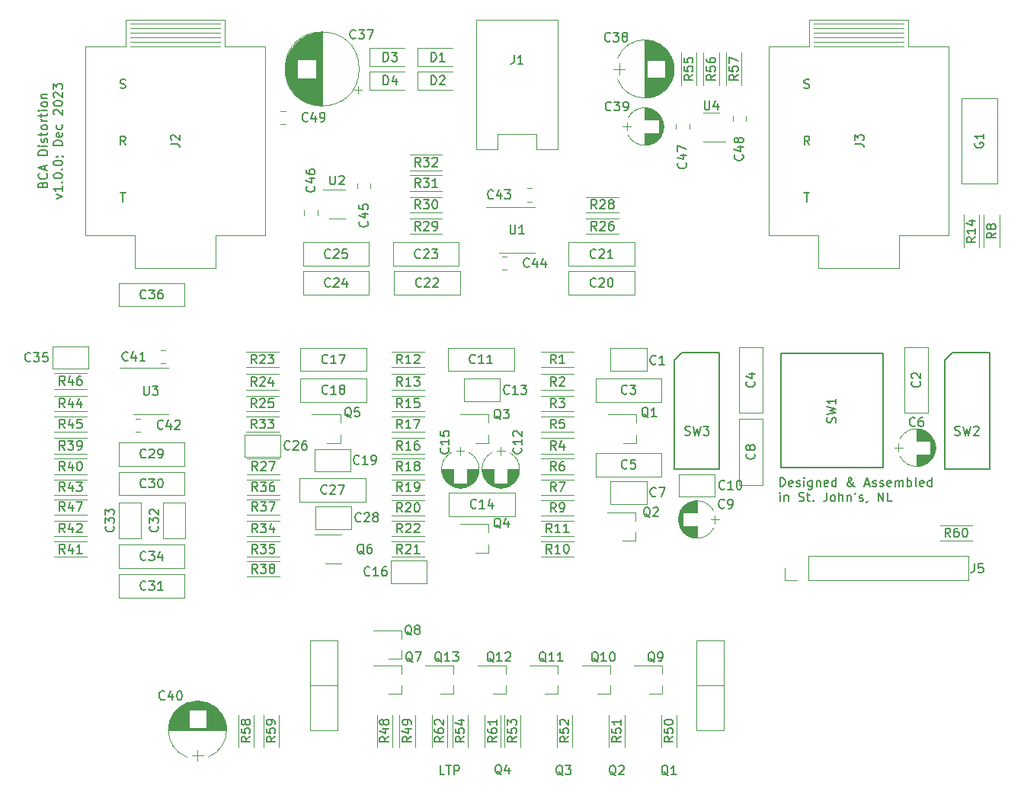
<source format=gbr>
G04 #@! TF.GenerationSoftware,KiCad,Pcbnew,(5.1.10)-1*
G04 #@! TF.CreationDate,2023-12-11T13:30:18-03:30*
G04 #@! TF.ProjectId,tight-distortion,74696768-742d-4646-9973-746f7274696f,rev?*
G04 #@! TF.SameCoordinates,Original*
G04 #@! TF.FileFunction,Legend,Top*
G04 #@! TF.FilePolarity,Positive*
%FSLAX46Y46*%
G04 Gerber Fmt 4.6, Leading zero omitted, Abs format (unit mm)*
G04 Created by KiCad (PCBNEW (5.1.10)-1) date 2023-12-11 13:30:18*
%MOMM*%
%LPD*%
G01*
G04 APERTURE LIST*
%ADD10C,0.150000*%
%ADD11C,0.120000*%
G04 APERTURE END LIST*
D10*
X16804761Y-40547619D02*
X16709523Y-40500000D01*
X16614285Y-40404761D01*
X16471428Y-40261904D01*
X16376190Y-40214285D01*
X16280952Y-40214285D01*
X16328571Y-40452380D02*
X16233333Y-40404761D01*
X16138095Y-40309523D01*
X16090476Y-40119047D01*
X16090476Y-39785714D01*
X16138095Y-39595238D01*
X16233333Y-39500000D01*
X16328571Y-39452380D01*
X16519047Y-39452380D01*
X16614285Y-39500000D01*
X16709523Y-39595238D01*
X16757142Y-39785714D01*
X16757142Y-40119047D01*
X16709523Y-40309523D01*
X16614285Y-40404761D01*
X16519047Y-40452380D01*
X16328571Y-40452380D01*
X17709523Y-40452380D02*
X17138095Y-40452380D01*
X17423809Y-40452380D02*
X17423809Y-39452380D01*
X17328571Y-39595238D01*
X17233333Y-39690476D01*
X17138095Y-39738095D01*
X11004761Y-40547619D02*
X10909523Y-40500000D01*
X10814285Y-40404761D01*
X10671428Y-40261904D01*
X10576190Y-40214285D01*
X10480952Y-40214285D01*
X10528571Y-40452380D02*
X10433333Y-40404761D01*
X10338095Y-40309523D01*
X10290476Y-40119047D01*
X10290476Y-39785714D01*
X10338095Y-39595238D01*
X10433333Y-39500000D01*
X10528571Y-39452380D01*
X10719047Y-39452380D01*
X10814285Y-39500000D01*
X10909523Y-39595238D01*
X10957142Y-39785714D01*
X10957142Y-40119047D01*
X10909523Y-40309523D01*
X10814285Y-40404761D01*
X10719047Y-40452380D01*
X10528571Y-40452380D01*
X11338095Y-39547619D02*
X11385714Y-39500000D01*
X11480952Y-39452380D01*
X11719047Y-39452380D01*
X11814285Y-39500000D01*
X11861904Y-39547619D01*
X11909523Y-39642857D01*
X11909523Y-39738095D01*
X11861904Y-39880952D01*
X11290476Y-40452380D01*
X11909523Y-40452380D01*
X5104761Y-40547619D02*
X5009523Y-40500000D01*
X4914285Y-40404761D01*
X4771428Y-40261904D01*
X4676190Y-40214285D01*
X4580952Y-40214285D01*
X4628571Y-40452380D02*
X4533333Y-40404761D01*
X4438095Y-40309523D01*
X4390476Y-40119047D01*
X4390476Y-39785714D01*
X4438095Y-39595238D01*
X4533333Y-39500000D01*
X4628571Y-39452380D01*
X4819047Y-39452380D01*
X4914285Y-39500000D01*
X5009523Y-39595238D01*
X5057142Y-39785714D01*
X5057142Y-40119047D01*
X5009523Y-40309523D01*
X4914285Y-40404761D01*
X4819047Y-40452380D01*
X4628571Y-40452380D01*
X5390476Y-39452380D02*
X6009523Y-39452380D01*
X5676190Y-39833333D01*
X5819047Y-39833333D01*
X5914285Y-39880952D01*
X5961904Y-39928571D01*
X6009523Y-40023809D01*
X6009523Y-40261904D01*
X5961904Y-40357142D01*
X5914285Y-40404761D01*
X5819047Y-40452380D01*
X5533333Y-40452380D01*
X5438095Y-40404761D01*
X5390476Y-40357142D01*
X29235595Y-8427380D02*
X29235595Y-7427380D01*
X29473690Y-7427380D01*
X29616547Y-7475000D01*
X29711785Y-7570238D01*
X29759404Y-7665476D01*
X29807023Y-7855952D01*
X29807023Y-7998809D01*
X29759404Y-8189285D01*
X29711785Y-8284523D01*
X29616547Y-8379761D01*
X29473690Y-8427380D01*
X29235595Y-8427380D01*
X30616547Y-8379761D02*
X30521309Y-8427380D01*
X30330833Y-8427380D01*
X30235595Y-8379761D01*
X30187976Y-8284523D01*
X30187976Y-7903571D01*
X30235595Y-7808333D01*
X30330833Y-7760714D01*
X30521309Y-7760714D01*
X30616547Y-7808333D01*
X30664166Y-7903571D01*
X30664166Y-7998809D01*
X30187976Y-8094047D01*
X31045119Y-8379761D02*
X31140357Y-8427380D01*
X31330833Y-8427380D01*
X31426071Y-8379761D01*
X31473690Y-8284523D01*
X31473690Y-8236904D01*
X31426071Y-8141666D01*
X31330833Y-8094047D01*
X31187976Y-8094047D01*
X31092738Y-8046428D01*
X31045119Y-7951190D01*
X31045119Y-7903571D01*
X31092738Y-7808333D01*
X31187976Y-7760714D01*
X31330833Y-7760714D01*
X31426071Y-7808333D01*
X31902261Y-8427380D02*
X31902261Y-7760714D01*
X31902261Y-7427380D02*
X31854642Y-7475000D01*
X31902261Y-7522619D01*
X31949880Y-7475000D01*
X31902261Y-7427380D01*
X31902261Y-7522619D01*
X32807023Y-7760714D02*
X32807023Y-8570238D01*
X32759404Y-8665476D01*
X32711785Y-8713095D01*
X32616547Y-8760714D01*
X32473690Y-8760714D01*
X32378452Y-8713095D01*
X32807023Y-8379761D02*
X32711785Y-8427380D01*
X32521309Y-8427380D01*
X32426071Y-8379761D01*
X32378452Y-8332142D01*
X32330833Y-8236904D01*
X32330833Y-7951190D01*
X32378452Y-7855952D01*
X32426071Y-7808333D01*
X32521309Y-7760714D01*
X32711785Y-7760714D01*
X32807023Y-7808333D01*
X33283214Y-7760714D02*
X33283214Y-8427380D01*
X33283214Y-7855952D02*
X33330833Y-7808333D01*
X33426071Y-7760714D01*
X33568928Y-7760714D01*
X33664166Y-7808333D01*
X33711785Y-7903571D01*
X33711785Y-8427380D01*
X34568928Y-8379761D02*
X34473690Y-8427380D01*
X34283214Y-8427380D01*
X34187976Y-8379761D01*
X34140357Y-8284523D01*
X34140357Y-7903571D01*
X34187976Y-7808333D01*
X34283214Y-7760714D01*
X34473690Y-7760714D01*
X34568928Y-7808333D01*
X34616547Y-7903571D01*
X34616547Y-7998809D01*
X34140357Y-8094047D01*
X35473690Y-8427380D02*
X35473690Y-7427380D01*
X35473690Y-8379761D02*
X35378452Y-8427380D01*
X35187976Y-8427380D01*
X35092738Y-8379761D01*
X35045119Y-8332142D01*
X34997500Y-8236904D01*
X34997500Y-7951190D01*
X35045119Y-7855952D01*
X35092738Y-7808333D01*
X35187976Y-7760714D01*
X35378452Y-7760714D01*
X35473690Y-7808333D01*
X37521309Y-8427380D02*
X37473690Y-8427380D01*
X37378452Y-8379761D01*
X37235595Y-8236904D01*
X36997500Y-7951190D01*
X36902261Y-7808333D01*
X36854642Y-7665476D01*
X36854642Y-7570238D01*
X36902261Y-7475000D01*
X36997500Y-7427380D01*
X37045119Y-7427380D01*
X37140357Y-7475000D01*
X37187976Y-7570238D01*
X37187976Y-7617857D01*
X37140357Y-7713095D01*
X37092738Y-7760714D01*
X36807023Y-7951190D01*
X36759404Y-7998809D01*
X36711785Y-8094047D01*
X36711785Y-8236904D01*
X36759404Y-8332142D01*
X36807023Y-8379761D01*
X36902261Y-8427380D01*
X37045119Y-8427380D01*
X37140357Y-8379761D01*
X37187976Y-8332142D01*
X37330833Y-8141666D01*
X37378452Y-7998809D01*
X37378452Y-7903571D01*
X38664166Y-8141666D02*
X39140357Y-8141666D01*
X38568928Y-8427380D02*
X38902261Y-7427380D01*
X39235595Y-8427380D01*
X39521309Y-8379761D02*
X39616547Y-8427380D01*
X39807023Y-8427380D01*
X39902261Y-8379761D01*
X39949880Y-8284523D01*
X39949880Y-8236904D01*
X39902261Y-8141666D01*
X39807023Y-8094047D01*
X39664166Y-8094047D01*
X39568928Y-8046428D01*
X39521309Y-7951190D01*
X39521309Y-7903571D01*
X39568928Y-7808333D01*
X39664166Y-7760714D01*
X39807023Y-7760714D01*
X39902261Y-7808333D01*
X40330833Y-8379761D02*
X40426071Y-8427380D01*
X40616547Y-8427380D01*
X40711785Y-8379761D01*
X40759404Y-8284523D01*
X40759404Y-8236904D01*
X40711785Y-8141666D01*
X40616547Y-8094047D01*
X40473690Y-8094047D01*
X40378452Y-8046428D01*
X40330833Y-7951190D01*
X40330833Y-7903571D01*
X40378452Y-7808333D01*
X40473690Y-7760714D01*
X40616547Y-7760714D01*
X40711785Y-7808333D01*
X41568928Y-8379761D02*
X41473690Y-8427380D01*
X41283214Y-8427380D01*
X41187976Y-8379761D01*
X41140357Y-8284523D01*
X41140357Y-7903571D01*
X41187976Y-7808333D01*
X41283214Y-7760714D01*
X41473690Y-7760714D01*
X41568928Y-7808333D01*
X41616547Y-7903571D01*
X41616547Y-7998809D01*
X41140357Y-8094047D01*
X42045119Y-8427380D02*
X42045119Y-7760714D01*
X42045119Y-7855952D02*
X42092738Y-7808333D01*
X42187976Y-7760714D01*
X42330833Y-7760714D01*
X42426071Y-7808333D01*
X42473690Y-7903571D01*
X42473690Y-8427380D01*
X42473690Y-7903571D02*
X42521309Y-7808333D01*
X42616547Y-7760714D01*
X42759404Y-7760714D01*
X42854642Y-7808333D01*
X42902261Y-7903571D01*
X42902261Y-8427380D01*
X43378452Y-8427380D02*
X43378452Y-7427380D01*
X43378452Y-7808333D02*
X43473690Y-7760714D01*
X43664166Y-7760714D01*
X43759404Y-7808333D01*
X43807023Y-7855952D01*
X43854642Y-7951190D01*
X43854642Y-8236904D01*
X43807023Y-8332142D01*
X43759404Y-8379761D01*
X43664166Y-8427380D01*
X43473690Y-8427380D01*
X43378452Y-8379761D01*
X44426071Y-8427380D02*
X44330833Y-8379761D01*
X44283214Y-8284523D01*
X44283214Y-7427380D01*
X45187976Y-8379761D02*
X45092738Y-8427380D01*
X44902261Y-8427380D01*
X44807023Y-8379761D01*
X44759404Y-8284523D01*
X44759404Y-7903571D01*
X44807023Y-7808333D01*
X44902261Y-7760714D01*
X45092738Y-7760714D01*
X45187976Y-7808333D01*
X45235595Y-7903571D01*
X45235595Y-7998809D01*
X44759404Y-8094047D01*
X46092738Y-8427380D02*
X46092738Y-7427380D01*
X46092738Y-8379761D02*
X45997500Y-8427380D01*
X45807023Y-8427380D01*
X45711785Y-8379761D01*
X45664166Y-8332142D01*
X45616547Y-8236904D01*
X45616547Y-7951190D01*
X45664166Y-7855952D01*
X45711785Y-7808333D01*
X45807023Y-7760714D01*
X45997500Y-7760714D01*
X46092738Y-7808333D01*
X29235595Y-10077380D02*
X29235595Y-9410714D01*
X29235595Y-9077380D02*
X29187976Y-9125000D01*
X29235595Y-9172619D01*
X29283214Y-9125000D01*
X29235595Y-9077380D01*
X29235595Y-9172619D01*
X29711785Y-9410714D02*
X29711785Y-10077380D01*
X29711785Y-9505952D02*
X29759404Y-9458333D01*
X29854642Y-9410714D01*
X29997500Y-9410714D01*
X30092738Y-9458333D01*
X30140357Y-9553571D01*
X30140357Y-10077380D01*
X31330833Y-10029761D02*
X31473690Y-10077380D01*
X31711785Y-10077380D01*
X31807023Y-10029761D01*
X31854642Y-9982142D01*
X31902261Y-9886904D01*
X31902261Y-9791666D01*
X31854642Y-9696428D01*
X31807023Y-9648809D01*
X31711785Y-9601190D01*
X31521309Y-9553571D01*
X31426071Y-9505952D01*
X31378452Y-9458333D01*
X31330833Y-9363095D01*
X31330833Y-9267857D01*
X31378452Y-9172619D01*
X31426071Y-9125000D01*
X31521309Y-9077380D01*
X31759404Y-9077380D01*
X31902261Y-9125000D01*
X32187976Y-9410714D02*
X32568928Y-9410714D01*
X32330833Y-9077380D02*
X32330833Y-9934523D01*
X32378452Y-10029761D01*
X32473690Y-10077380D01*
X32568928Y-10077380D01*
X32902261Y-9982142D02*
X32949880Y-10029761D01*
X32902261Y-10077380D01*
X32854642Y-10029761D01*
X32902261Y-9982142D01*
X32902261Y-10077380D01*
X34426071Y-9077380D02*
X34426071Y-9791666D01*
X34378452Y-9934523D01*
X34283214Y-10029761D01*
X34140357Y-10077380D01*
X34045119Y-10077380D01*
X35045119Y-10077380D02*
X34949880Y-10029761D01*
X34902261Y-9982142D01*
X34854642Y-9886904D01*
X34854642Y-9601190D01*
X34902261Y-9505952D01*
X34949880Y-9458333D01*
X35045119Y-9410714D01*
X35187976Y-9410714D01*
X35283214Y-9458333D01*
X35330833Y-9505952D01*
X35378452Y-9601190D01*
X35378452Y-9886904D01*
X35330833Y-9982142D01*
X35283214Y-10029761D01*
X35187976Y-10077380D01*
X35045119Y-10077380D01*
X35807023Y-10077380D02*
X35807023Y-9077380D01*
X36235595Y-10077380D02*
X36235595Y-9553571D01*
X36187976Y-9458333D01*
X36092738Y-9410714D01*
X35949880Y-9410714D01*
X35854642Y-9458333D01*
X35807023Y-9505952D01*
X36711785Y-9410714D02*
X36711785Y-10077380D01*
X36711785Y-9505952D02*
X36759404Y-9458333D01*
X36854642Y-9410714D01*
X36997500Y-9410714D01*
X37092738Y-9458333D01*
X37140357Y-9553571D01*
X37140357Y-10077380D01*
X37664166Y-9077380D02*
X37568928Y-9267857D01*
X38045119Y-10029761D02*
X38140357Y-10077380D01*
X38330833Y-10077380D01*
X38426071Y-10029761D01*
X38473690Y-9934523D01*
X38473690Y-9886904D01*
X38426071Y-9791666D01*
X38330833Y-9744047D01*
X38187976Y-9744047D01*
X38092738Y-9696428D01*
X38045119Y-9601190D01*
X38045119Y-9553571D01*
X38092738Y-9458333D01*
X38187976Y-9410714D01*
X38330833Y-9410714D01*
X38426071Y-9458333D01*
X38949880Y-10029761D02*
X38949880Y-10077380D01*
X38902261Y-10172619D01*
X38854642Y-10220238D01*
X40140357Y-10077380D02*
X40140357Y-9077380D01*
X40711785Y-10077380D01*
X40711785Y-9077380D01*
X41664166Y-10077380D02*
X41187976Y-10077380D01*
X41187976Y-9077380D01*
X-52696428Y25142857D02*
X-52648809Y25285714D01*
X-52601190Y25333333D01*
X-52505952Y25380952D01*
X-52363095Y25380952D01*
X-52267857Y25333333D01*
X-52220238Y25285714D01*
X-52172619Y25190476D01*
X-52172619Y24809523D01*
X-53172619Y24809523D01*
X-53172619Y25142857D01*
X-53125000Y25238095D01*
X-53077380Y25285714D01*
X-52982142Y25333333D01*
X-52886904Y25333333D01*
X-52791666Y25285714D01*
X-52744047Y25238095D01*
X-52696428Y25142857D01*
X-52696428Y24809523D01*
X-52267857Y26380952D02*
X-52220238Y26333333D01*
X-52172619Y26190476D01*
X-52172619Y26095238D01*
X-52220238Y25952380D01*
X-52315476Y25857142D01*
X-52410714Y25809523D01*
X-52601190Y25761904D01*
X-52744047Y25761904D01*
X-52934523Y25809523D01*
X-53029761Y25857142D01*
X-53125000Y25952380D01*
X-53172619Y26095238D01*
X-53172619Y26190476D01*
X-53125000Y26333333D01*
X-53077380Y26380952D01*
X-52458333Y26761904D02*
X-52458333Y27238095D01*
X-52172619Y26666666D02*
X-53172619Y27000000D01*
X-52172619Y27333333D01*
X-52172619Y28428571D02*
X-53172619Y28428571D01*
X-53172619Y28666666D01*
X-53125000Y28809523D01*
X-53029761Y28904761D01*
X-52934523Y28952380D01*
X-52744047Y29000000D01*
X-52601190Y29000000D01*
X-52410714Y28952380D01*
X-52315476Y28904761D01*
X-52220238Y28809523D01*
X-52172619Y28666666D01*
X-52172619Y28428571D01*
X-52172619Y29428571D02*
X-52839285Y29428571D01*
X-53172619Y29428571D02*
X-53125000Y29380952D01*
X-53077380Y29428571D01*
X-53125000Y29476190D01*
X-53172619Y29428571D01*
X-53077380Y29428571D01*
X-52220238Y29857142D02*
X-52172619Y29952380D01*
X-52172619Y30142857D01*
X-52220238Y30238095D01*
X-52315476Y30285714D01*
X-52363095Y30285714D01*
X-52458333Y30238095D01*
X-52505952Y30142857D01*
X-52505952Y30000000D01*
X-52553571Y29904761D01*
X-52648809Y29857142D01*
X-52696428Y29857142D01*
X-52791666Y29904761D01*
X-52839285Y30000000D01*
X-52839285Y30142857D01*
X-52791666Y30238095D01*
X-52839285Y30571428D02*
X-52839285Y30952380D01*
X-53172619Y30714285D02*
X-52315476Y30714285D01*
X-52220238Y30761904D01*
X-52172619Y30857142D01*
X-52172619Y30952380D01*
X-52172619Y31428571D02*
X-52220238Y31333333D01*
X-52267857Y31285714D01*
X-52363095Y31238095D01*
X-52648809Y31238095D01*
X-52744047Y31285714D01*
X-52791666Y31333333D01*
X-52839285Y31428571D01*
X-52839285Y31571428D01*
X-52791666Y31666666D01*
X-52744047Y31714285D01*
X-52648809Y31761904D01*
X-52363095Y31761904D01*
X-52267857Y31714285D01*
X-52220238Y31666666D01*
X-52172619Y31571428D01*
X-52172619Y31428571D01*
X-52172619Y32190476D02*
X-52839285Y32190476D01*
X-52648809Y32190476D02*
X-52744047Y32238095D01*
X-52791666Y32285714D01*
X-52839285Y32380952D01*
X-52839285Y32476190D01*
X-52839285Y32666666D02*
X-52839285Y33047619D01*
X-53172619Y32809523D02*
X-52315476Y32809523D01*
X-52220238Y32857142D01*
X-52172619Y32952380D01*
X-52172619Y33047619D01*
X-52172619Y33380952D02*
X-52839285Y33380952D01*
X-53172619Y33380952D02*
X-53125000Y33333333D01*
X-53077380Y33380952D01*
X-53125000Y33428571D01*
X-53172619Y33380952D01*
X-53077380Y33380952D01*
X-52172619Y34000000D02*
X-52220238Y33904761D01*
X-52267857Y33857142D01*
X-52363095Y33809523D01*
X-52648809Y33809523D01*
X-52744047Y33857142D01*
X-52791666Y33904761D01*
X-52839285Y34000000D01*
X-52839285Y34142857D01*
X-52791666Y34238095D01*
X-52744047Y34285714D01*
X-52648809Y34333333D01*
X-52363095Y34333333D01*
X-52267857Y34285714D01*
X-52220238Y34238095D01*
X-52172619Y34142857D01*
X-52172619Y34000000D01*
X-52839285Y34761904D02*
X-52172619Y34761904D01*
X-52744047Y34761904D02*
X-52791666Y34809523D01*
X-52839285Y34904761D01*
X-52839285Y35047619D01*
X-52791666Y35142857D01*
X-52696428Y35190476D01*
X-52172619Y35190476D01*
X-51189285Y23595238D02*
X-50522619Y23833333D01*
X-51189285Y24071428D01*
X-50522619Y24976190D02*
X-50522619Y24404761D01*
X-50522619Y24690476D02*
X-51522619Y24690476D01*
X-51379761Y24595238D01*
X-51284523Y24500000D01*
X-51236904Y24404761D01*
X-50617857Y25404761D02*
X-50570238Y25452380D01*
X-50522619Y25404761D01*
X-50570238Y25357142D01*
X-50617857Y25404761D01*
X-50522619Y25404761D01*
X-51522619Y26071428D02*
X-51522619Y26166666D01*
X-51475000Y26261904D01*
X-51427380Y26309523D01*
X-51332142Y26357142D01*
X-51141666Y26404761D01*
X-50903571Y26404761D01*
X-50713095Y26357142D01*
X-50617857Y26309523D01*
X-50570238Y26261904D01*
X-50522619Y26166666D01*
X-50522619Y26071428D01*
X-50570238Y25976190D01*
X-50617857Y25928571D01*
X-50713095Y25880952D01*
X-50903571Y25833333D01*
X-51141666Y25833333D01*
X-51332142Y25880952D01*
X-51427380Y25928571D01*
X-51475000Y25976190D01*
X-51522619Y26071428D01*
X-50617857Y26833333D02*
X-50570238Y26880952D01*
X-50522619Y26833333D01*
X-50570238Y26785714D01*
X-50617857Y26833333D01*
X-50522619Y26833333D01*
X-51522619Y27500000D02*
X-51522619Y27595238D01*
X-51475000Y27690476D01*
X-51427380Y27738095D01*
X-51332142Y27785714D01*
X-51141666Y27833333D01*
X-50903571Y27833333D01*
X-50713095Y27785714D01*
X-50617857Y27738095D01*
X-50570238Y27690476D01*
X-50522619Y27595238D01*
X-50522619Y27500000D01*
X-50570238Y27404761D01*
X-50617857Y27357142D01*
X-50713095Y27309523D01*
X-50903571Y27261904D01*
X-51141666Y27261904D01*
X-51332142Y27309523D01*
X-51427380Y27357142D01*
X-51475000Y27404761D01*
X-51522619Y27500000D01*
X-50570238Y28309523D02*
X-50522619Y28309523D01*
X-50427380Y28261904D01*
X-50379761Y28214285D01*
X-51141666Y28261904D02*
X-51094047Y28309523D01*
X-51046428Y28261904D01*
X-51094047Y28214285D01*
X-51141666Y28261904D01*
X-51046428Y28261904D01*
X-50522619Y29500000D02*
X-51522619Y29500000D01*
X-51522619Y29738095D01*
X-51475000Y29880952D01*
X-51379761Y29976190D01*
X-51284523Y30023809D01*
X-51094047Y30071428D01*
X-50951190Y30071428D01*
X-50760714Y30023809D01*
X-50665476Y29976190D01*
X-50570238Y29880952D01*
X-50522619Y29738095D01*
X-50522619Y29500000D01*
X-50570238Y30880952D02*
X-50522619Y30785714D01*
X-50522619Y30595238D01*
X-50570238Y30500000D01*
X-50665476Y30452380D01*
X-51046428Y30452380D01*
X-51141666Y30500000D01*
X-51189285Y30595238D01*
X-51189285Y30785714D01*
X-51141666Y30880952D01*
X-51046428Y30928571D01*
X-50951190Y30928571D01*
X-50855952Y30452380D01*
X-50570238Y31785714D02*
X-50522619Y31690476D01*
X-50522619Y31500000D01*
X-50570238Y31404761D01*
X-50617857Y31357142D01*
X-50713095Y31309523D01*
X-50998809Y31309523D01*
X-51094047Y31357142D01*
X-51141666Y31404761D01*
X-51189285Y31500000D01*
X-51189285Y31690476D01*
X-51141666Y31785714D01*
X-51427380Y32928571D02*
X-51475000Y32976190D01*
X-51522619Y33071428D01*
X-51522619Y33309523D01*
X-51475000Y33404761D01*
X-51427380Y33452380D01*
X-51332142Y33500000D01*
X-51236904Y33500000D01*
X-51094047Y33452380D01*
X-50522619Y32880952D01*
X-50522619Y33500000D01*
X-51522619Y34119047D02*
X-51522619Y34214285D01*
X-51475000Y34309523D01*
X-51427380Y34357142D01*
X-51332142Y34404761D01*
X-51141666Y34452380D01*
X-50903571Y34452380D01*
X-50713095Y34404761D01*
X-50617857Y34357142D01*
X-50570238Y34309523D01*
X-50522619Y34214285D01*
X-50522619Y34119047D01*
X-50570238Y34023809D01*
X-50617857Y33976190D01*
X-50713095Y33928571D01*
X-50903571Y33880952D01*
X-51141666Y33880952D01*
X-51332142Y33928571D01*
X-51427380Y33976190D01*
X-51475000Y34023809D01*
X-51522619Y34119047D01*
X-51427380Y34833333D02*
X-51475000Y34880952D01*
X-51522619Y34976190D01*
X-51522619Y35214285D01*
X-51475000Y35309523D01*
X-51427380Y35357142D01*
X-51332142Y35404761D01*
X-51236904Y35404761D01*
X-51094047Y35357142D01*
X-50522619Y34785714D01*
X-50522619Y35404761D01*
X-51522619Y35738095D02*
X-51522619Y36357142D01*
X-51141666Y36023809D01*
X-51141666Y36166666D01*
X-51094047Y36261904D01*
X-51046428Y36309523D01*
X-50951190Y36357142D01*
X-50713095Y36357142D01*
X-50617857Y36309523D01*
X-50570238Y36261904D01*
X-50522619Y36166666D01*
X-50522619Y35880952D01*
X-50570238Y35785714D01*
X-50617857Y35738095D01*
X-1695238Y-40447619D02*
X-1790476Y-40400000D01*
X-1885714Y-40304761D01*
X-2028571Y-40161904D01*
X-2123809Y-40114285D01*
X-2219047Y-40114285D01*
X-2171428Y-40352380D02*
X-2266666Y-40304761D01*
X-2361904Y-40209523D01*
X-2409523Y-40019047D01*
X-2409523Y-39685714D01*
X-2361904Y-39495238D01*
X-2266666Y-39400000D01*
X-2171428Y-39352380D01*
X-1980952Y-39352380D01*
X-1885714Y-39400000D01*
X-1790476Y-39495238D01*
X-1742857Y-39685714D01*
X-1742857Y-40019047D01*
X-1790476Y-40209523D01*
X-1885714Y-40304761D01*
X-1980952Y-40352380D01*
X-2171428Y-40352380D01*
X-885714Y-39685714D02*
X-885714Y-40352380D01*
X-1123809Y-39304761D02*
X-1361904Y-40019047D01*
X-742857Y-40019047D01*
X-8071428Y-40452380D02*
X-8547619Y-40452380D01*
X-8547619Y-39452380D01*
X-7880952Y-39452380D02*
X-7309523Y-39452380D01*
X-7595238Y-40452380D02*
X-7595238Y-39452380D01*
X-6976190Y-40452380D02*
X-6976190Y-39452380D01*
X-6595238Y-39452380D01*
X-6500000Y-39500000D01*
X-6452380Y-39547619D01*
X-6404761Y-39642857D01*
X-6404761Y-39785714D01*
X-6452380Y-39880952D01*
X-6500000Y-39928571D01*
X-6595238Y-39976190D01*
X-6976190Y-39976190D01*
D11*
G04 #@! TO.C,J4*
X-22960000Y-25500000D02*
X-19960000Y-25500000D01*
X-19960000Y-30500000D02*
X-22960000Y-30500000D01*
X-22960000Y-35500000D02*
X-19960000Y-35500000D01*
X-19960000Y-25500000D02*
X-19960000Y-35500000D01*
X-22960000Y-35500000D02*
X-22960000Y-25500000D01*
X19960000Y-25500000D02*
X22960000Y-25500000D01*
X19960000Y-30500000D02*
X22960000Y-30500000D01*
X19960000Y-35500000D02*
X22960000Y-35500000D01*
X19960000Y-25500000D02*
X19960000Y-35500000D01*
X22960000Y-35500000D02*
X22960000Y-25500000D01*
G04 #@! TO.C,G1*
X53400000Y30000000D02*
X53400000Y25300000D01*
X53400000Y25300000D02*
X49400000Y25300000D01*
X49400000Y25300000D02*
X49400000Y34700000D01*
X49400000Y34700000D02*
X53400000Y34700000D01*
X53400000Y34700000D02*
X53400000Y30000000D01*
G04 #@! TO.C,J1*
X-2150000Y30800000D02*
X-2150000Y29100000D01*
X2150000Y30800000D02*
X-2150000Y30800000D01*
X2150000Y29100000D02*
X2150000Y30800000D01*
X2150000Y29100000D02*
X4500000Y29100000D01*
X-4500000Y43500000D02*
X-4500000Y29100000D01*
X-4500000Y29100000D02*
X-2150000Y29100000D01*
X4500000Y43500000D02*
X4500000Y29100000D01*
X-4500000Y43500000D02*
X4500000Y43500000D01*
G04 #@! TO.C,J2*
X-33000000Y40500000D02*
X-43000000Y40500000D01*
X-43000000Y41000000D02*
X-33000000Y41000000D01*
X-33000000Y41500000D02*
X-43000000Y41500000D01*
X-43000000Y42000000D02*
X-33000000Y42000000D01*
X-33000000Y42500000D02*
X-43000000Y42500000D01*
X-43000000Y43000000D02*
X-33000000Y43000000D01*
X-43500000Y40500000D02*
X-48000000Y40500000D01*
X-43500000Y43500000D02*
X-43500000Y40500000D01*
X-32500000Y43500000D02*
X-43500000Y43500000D01*
X-32500000Y40500000D02*
X-32500000Y43500000D01*
X-28000000Y40500000D02*
X-32500000Y40500000D01*
X-33500000Y19500000D02*
X-28000000Y19500000D01*
X-33500000Y15900000D02*
X-33500000Y19500000D01*
X-42500000Y15900000D02*
X-33500000Y15900000D01*
X-42500000Y19500000D02*
X-42500000Y15900000D01*
X-48000000Y19500000D02*
X-42500000Y19500000D01*
X-48000000Y19500000D02*
X-48000000Y40500000D01*
X-28000000Y40500000D02*
X-28000000Y19500000D01*
G04 #@! TO.C,J3*
X48000000Y40500000D02*
X48000000Y19500000D01*
X28000000Y19500000D02*
X28000000Y40500000D01*
X28000000Y19500000D02*
X33500000Y19500000D01*
X33500000Y19500000D02*
X33500000Y15900000D01*
X33500000Y15900000D02*
X42500000Y15900000D01*
X42500000Y15900000D02*
X42500000Y19500000D01*
X42500000Y19500000D02*
X48000000Y19500000D01*
X48000000Y40500000D02*
X43500000Y40500000D01*
X43500000Y40500000D02*
X43500000Y43500000D01*
X43500000Y43500000D02*
X32500000Y43500000D01*
X32500000Y43500000D02*
X32500000Y40500000D01*
X32500000Y40500000D02*
X28000000Y40500000D01*
X33000000Y43000000D02*
X43000000Y43000000D01*
X43000000Y42500000D02*
X33000000Y42500000D01*
X33000000Y42000000D02*
X43000000Y42000000D01*
X43000000Y41500000D02*
X33000000Y41500000D01*
X33000000Y41000000D02*
X43000000Y41000000D01*
X43000000Y40500000D02*
X33000000Y40500000D01*
G04 #@! TO.C,C1*
X14400000Y4450000D02*
X14400000Y6950000D01*
X10400000Y4450000D02*
X10400000Y6950000D01*
X10400000Y6950000D02*
X14400000Y6950000D01*
X10400000Y4450000D02*
X14400000Y4450000D01*
G04 #@! TO.C,C2*
X43090000Y-260000D02*
X43090000Y7060000D01*
X45710000Y-260000D02*
X45710000Y7060000D01*
X43090000Y-260000D02*
X45710000Y-260000D01*
X43090000Y7060000D02*
X45710000Y7060000D01*
G04 #@! TO.C,C3*
X8740000Y990000D02*
X8740000Y3610000D01*
X16060000Y990000D02*
X16060000Y3610000D01*
X16060000Y3610000D02*
X8740000Y3610000D01*
X16060000Y990000D02*
X8740000Y990000D01*
G04 #@! TO.C,C4*
X24690000Y7060000D02*
X27310000Y7060000D01*
X24690000Y-260000D02*
X27310000Y-260000D01*
X27310000Y-260000D02*
X27310000Y7060000D01*
X24690000Y-260000D02*
X24690000Y7060000D01*
G04 #@! TO.C,C5*
X8740000Y-7310000D02*
X8740000Y-4690000D01*
X16060000Y-7310000D02*
X16060000Y-4690000D01*
X16060000Y-4690000D02*
X8740000Y-4690000D01*
X16060000Y-7310000D02*
X8740000Y-7310000D01*
G04 #@! TO.C,C6*
X42400000Y-3650000D02*
X42400000Y-4550000D01*
X41950000Y-4100000D02*
X42850000Y-4100000D01*
X46481000Y-3935000D02*
X46481000Y-4265000D01*
X46441000Y-3685000D02*
X46441000Y-4515000D01*
X46401000Y-3533000D02*
X46401000Y-4667000D01*
X46361000Y-3414000D02*
X46361000Y-4786000D01*
X46321000Y-3314000D02*
X46321000Y-4886000D01*
X46281000Y-3226000D02*
X46281000Y-4974000D01*
X46241000Y-3148000D02*
X46241000Y-5052000D01*
X46201000Y-3077000D02*
X46201000Y-5123000D01*
X46161000Y-3012000D02*
X46161000Y-5188000D01*
X46121000Y-2952000D02*
X46121000Y-5248000D01*
X46081000Y-2896000D02*
X46081000Y-5304000D01*
X46041000Y-2844000D02*
X46041000Y-5356000D01*
X46001000Y-2795000D02*
X46001000Y-5405000D01*
X45961000Y-2749000D02*
X45961000Y-5451000D01*
X45921000Y-4880000D02*
X45921000Y-5495000D01*
X45921000Y-2705000D02*
X45921000Y-3320000D01*
X45881000Y-4880000D02*
X45881000Y-5536000D01*
X45881000Y-2664000D02*
X45881000Y-3320000D01*
X45841000Y-4880000D02*
X45841000Y-5575000D01*
X45841000Y-2625000D02*
X45841000Y-3320000D01*
X45801000Y-4880000D02*
X45801000Y-5612000D01*
X45801000Y-2588000D02*
X45801000Y-3320000D01*
X45761000Y-4880000D02*
X45761000Y-5647000D01*
X45761000Y-2553000D02*
X45761000Y-3320000D01*
X45721000Y-4880000D02*
X45721000Y-5681000D01*
X45721000Y-2519000D02*
X45721000Y-3320000D01*
X45681000Y-4880000D02*
X45681000Y-5713000D01*
X45681000Y-2487000D02*
X45681000Y-3320000D01*
X45641000Y-4880000D02*
X45641000Y-5743000D01*
X45641000Y-2457000D02*
X45641000Y-3320000D01*
X45601000Y-4880000D02*
X45601000Y-5772000D01*
X45601000Y-2428000D02*
X45601000Y-3320000D01*
X45561000Y-4880000D02*
X45561000Y-5799000D01*
X45561000Y-2401000D02*
X45561000Y-3320000D01*
X45521000Y-4880000D02*
X45521000Y-5825000D01*
X45521000Y-2375000D02*
X45521000Y-3320000D01*
X45481000Y-4880000D02*
X45481000Y-5850000D01*
X45481000Y-2350000D02*
X45481000Y-3320000D01*
X45441000Y-4880000D02*
X45441000Y-5873000D01*
X45441000Y-2327000D02*
X45441000Y-3320000D01*
X45401000Y-4880000D02*
X45401000Y-5896000D01*
X45401000Y-2304000D02*
X45401000Y-3320000D01*
X45361000Y-4880000D02*
X45361000Y-5917000D01*
X45361000Y-2283000D02*
X45361000Y-3320000D01*
X45321000Y-4880000D02*
X45321000Y-5937000D01*
X45321000Y-2263000D02*
X45321000Y-3320000D01*
X45281000Y-4880000D02*
X45281000Y-5956000D01*
X45281000Y-2244000D02*
X45281000Y-3320000D01*
X45241000Y-4880000D02*
X45241000Y-5974000D01*
X45241000Y-2226000D02*
X45241000Y-3320000D01*
X45201000Y-4880000D02*
X45201000Y-5991000D01*
X45201000Y-2209000D02*
X45201000Y-3320000D01*
X45161000Y-4880000D02*
X45161000Y-6007000D01*
X45161000Y-2193000D02*
X45161000Y-3320000D01*
X45121000Y-4880000D02*
X45121000Y-6023000D01*
X45121000Y-2177000D02*
X45121000Y-3320000D01*
X45080000Y-4880000D02*
X45080000Y-6037000D01*
X45080000Y-2163000D02*
X45080000Y-3320000D01*
X45040000Y-4880000D02*
X45040000Y-6050000D01*
X45040000Y-2150000D02*
X45040000Y-3320000D01*
X45000000Y-4880000D02*
X45000000Y-6063000D01*
X45000000Y-2137000D02*
X45000000Y-3320000D01*
X44960000Y-4880000D02*
X44960000Y-6074000D01*
X44960000Y-2126000D02*
X44960000Y-3320000D01*
X44920000Y-4880000D02*
X44920000Y-6085000D01*
X44920000Y-2115000D02*
X44920000Y-3320000D01*
X44880000Y-4880000D02*
X44880000Y-6095000D01*
X44880000Y-2105000D02*
X44880000Y-3320000D01*
X44840000Y-4880000D02*
X44840000Y-6104000D01*
X44840000Y-2096000D02*
X44840000Y-3320000D01*
X44800000Y-4880000D02*
X44800000Y-6112000D01*
X44800000Y-2088000D02*
X44800000Y-3320000D01*
X44760000Y-4880000D02*
X44760000Y-6119000D01*
X44760000Y-2081000D02*
X44760000Y-3320000D01*
X44720000Y-4880000D02*
X44720000Y-6126000D01*
X44720000Y-2074000D02*
X44720000Y-3320000D01*
X44680000Y-4880000D02*
X44680000Y-6132000D01*
X44680000Y-2068000D02*
X44680000Y-3320000D01*
X44640000Y-4880000D02*
X44640000Y-6137000D01*
X44640000Y-2063000D02*
X44640000Y-3320000D01*
X44600000Y-4880000D02*
X44600000Y-6141000D01*
X44600000Y-2059000D02*
X44600000Y-3320000D01*
X44560000Y-4880000D02*
X44560000Y-6144000D01*
X44560000Y-2056000D02*
X44560000Y-3320000D01*
X44520000Y-4880000D02*
X44520000Y-6147000D01*
X44520000Y-2053000D02*
X44520000Y-3320000D01*
X44480000Y-4880000D02*
X44480000Y-6149000D01*
X44480000Y-2051000D02*
X44480000Y-3320000D01*
X44440000Y-4880000D02*
X44440000Y-6150000D01*
X44440000Y-2050000D02*
X44440000Y-3320000D01*
X44400000Y-2050000D02*
X44400000Y-3320000D01*
X44400000Y-4880000D02*
X44400000Y-6150000D01*
X46246436Y-5079170D02*
G75*
G03*
X46245996Y-3120000I-1846436J979170D01*
G01*
X46246436Y-5079170D02*
G75*
G02*
X42554004Y-5080000I-1846436J979170D01*
G01*
X46246436Y-3120830D02*
G75*
G03*
X42554004Y-3120000I-1846436J-979170D01*
G01*
G04 #@! TO.C,C7*
X14400000Y-7850000D02*
X10400000Y-7850000D01*
X14400000Y-10350000D02*
X10400000Y-10350000D01*
X14400000Y-7850000D02*
X14400000Y-10350000D01*
X10400000Y-7850000D02*
X10400000Y-10350000D01*
G04 #@! TO.C,C8*
X27310000Y-940000D02*
X27310000Y-8260000D01*
X24690000Y-940000D02*
X24690000Y-8260000D01*
X27310000Y-940000D02*
X24690000Y-940000D01*
X27310000Y-8260000D02*
X24690000Y-8260000D01*
G04 #@! TO.C,C9*
X20000000Y-11320000D02*
X20000000Y-10050000D01*
X20000000Y-14150000D02*
X20000000Y-12880000D01*
X19960000Y-14150000D02*
X19960000Y-12880000D01*
X19960000Y-11320000D02*
X19960000Y-10050000D01*
X19920000Y-14149000D02*
X19920000Y-12880000D01*
X19920000Y-11320000D02*
X19920000Y-10051000D01*
X19880000Y-14147000D02*
X19880000Y-12880000D01*
X19880000Y-11320000D02*
X19880000Y-10053000D01*
X19840000Y-14144000D02*
X19840000Y-12880000D01*
X19840000Y-11320000D02*
X19840000Y-10056000D01*
X19800000Y-14141000D02*
X19800000Y-12880000D01*
X19800000Y-11320000D02*
X19800000Y-10059000D01*
X19760000Y-14137000D02*
X19760000Y-12880000D01*
X19760000Y-11320000D02*
X19760000Y-10063000D01*
X19720000Y-14132000D02*
X19720000Y-12880000D01*
X19720000Y-11320000D02*
X19720000Y-10068000D01*
X19680000Y-14126000D02*
X19680000Y-12880000D01*
X19680000Y-11320000D02*
X19680000Y-10074000D01*
X19640000Y-14119000D02*
X19640000Y-12880000D01*
X19640000Y-11320000D02*
X19640000Y-10081000D01*
X19600000Y-14112000D02*
X19600000Y-12880000D01*
X19600000Y-11320000D02*
X19600000Y-10088000D01*
X19560000Y-14104000D02*
X19560000Y-12880000D01*
X19560000Y-11320000D02*
X19560000Y-10096000D01*
X19520000Y-14095000D02*
X19520000Y-12880000D01*
X19520000Y-11320000D02*
X19520000Y-10105000D01*
X19480000Y-14085000D02*
X19480000Y-12880000D01*
X19480000Y-11320000D02*
X19480000Y-10115000D01*
X19440000Y-14074000D02*
X19440000Y-12880000D01*
X19440000Y-11320000D02*
X19440000Y-10126000D01*
X19400000Y-14063000D02*
X19400000Y-12880000D01*
X19400000Y-11320000D02*
X19400000Y-10137000D01*
X19360000Y-14050000D02*
X19360000Y-12880000D01*
X19360000Y-11320000D02*
X19360000Y-10150000D01*
X19320000Y-14037000D02*
X19320000Y-12880000D01*
X19320000Y-11320000D02*
X19320000Y-10163000D01*
X19279000Y-14023000D02*
X19279000Y-12880000D01*
X19279000Y-11320000D02*
X19279000Y-10177000D01*
X19239000Y-14007000D02*
X19239000Y-12880000D01*
X19239000Y-11320000D02*
X19239000Y-10193000D01*
X19199000Y-13991000D02*
X19199000Y-12880000D01*
X19199000Y-11320000D02*
X19199000Y-10209000D01*
X19159000Y-13974000D02*
X19159000Y-12880000D01*
X19159000Y-11320000D02*
X19159000Y-10226000D01*
X19119000Y-13956000D02*
X19119000Y-12880000D01*
X19119000Y-11320000D02*
X19119000Y-10244000D01*
X19079000Y-13937000D02*
X19079000Y-12880000D01*
X19079000Y-11320000D02*
X19079000Y-10263000D01*
X19039000Y-13917000D02*
X19039000Y-12880000D01*
X19039000Y-11320000D02*
X19039000Y-10283000D01*
X18999000Y-13896000D02*
X18999000Y-12880000D01*
X18999000Y-11320000D02*
X18999000Y-10304000D01*
X18959000Y-13873000D02*
X18959000Y-12880000D01*
X18959000Y-11320000D02*
X18959000Y-10327000D01*
X18919000Y-13850000D02*
X18919000Y-12880000D01*
X18919000Y-11320000D02*
X18919000Y-10350000D01*
X18879000Y-13825000D02*
X18879000Y-12880000D01*
X18879000Y-11320000D02*
X18879000Y-10375000D01*
X18839000Y-13799000D02*
X18839000Y-12880000D01*
X18839000Y-11320000D02*
X18839000Y-10401000D01*
X18799000Y-13772000D02*
X18799000Y-12880000D01*
X18799000Y-11320000D02*
X18799000Y-10428000D01*
X18759000Y-13743000D02*
X18759000Y-12880000D01*
X18759000Y-11320000D02*
X18759000Y-10457000D01*
X18719000Y-13713000D02*
X18719000Y-12880000D01*
X18719000Y-11320000D02*
X18719000Y-10487000D01*
X18679000Y-13681000D02*
X18679000Y-12880000D01*
X18679000Y-11320000D02*
X18679000Y-10519000D01*
X18639000Y-13647000D02*
X18639000Y-12880000D01*
X18639000Y-11320000D02*
X18639000Y-10553000D01*
X18599000Y-13612000D02*
X18599000Y-12880000D01*
X18599000Y-11320000D02*
X18599000Y-10588000D01*
X18559000Y-13575000D02*
X18559000Y-12880000D01*
X18559000Y-11320000D02*
X18559000Y-10625000D01*
X18519000Y-13536000D02*
X18519000Y-12880000D01*
X18519000Y-11320000D02*
X18519000Y-10664000D01*
X18479000Y-13495000D02*
X18479000Y-12880000D01*
X18479000Y-11320000D02*
X18479000Y-10705000D01*
X18439000Y-13451000D02*
X18439000Y-10749000D01*
X18399000Y-13405000D02*
X18399000Y-10795000D01*
X18359000Y-13356000D02*
X18359000Y-10844000D01*
X18319000Y-13304000D02*
X18319000Y-10896000D01*
X18279000Y-13248000D02*
X18279000Y-10952000D01*
X18239000Y-13188000D02*
X18239000Y-11012000D01*
X18199000Y-13123000D02*
X18199000Y-11077000D01*
X18159000Y-13052000D02*
X18159000Y-11148000D01*
X18119000Y-12974000D02*
X18119000Y-11226000D01*
X18079000Y-12886000D02*
X18079000Y-11314000D01*
X18039000Y-12786000D02*
X18039000Y-11414000D01*
X17999000Y-12667000D02*
X17999000Y-11533000D01*
X17959000Y-12515000D02*
X17959000Y-11685000D01*
X17919000Y-12265000D02*
X17919000Y-11935000D01*
X22450000Y-12100000D02*
X21550000Y-12100000D01*
X22000000Y-12550000D02*
X22000000Y-11650000D01*
X18153564Y-13079170D02*
G75*
G03*
X21845996Y-13080000I1846436J979170D01*
G01*
X18153564Y-11120830D02*
G75*
G02*
X21845996Y-11120000I1846436J-979170D01*
G01*
X18153564Y-11120830D02*
G75*
G03*
X18154004Y-13080000I1846436J-979170D01*
G01*
G04 #@! TO.C,C10*
X22000000Y-9550000D02*
X22000000Y-7050000D01*
X18000000Y-9550000D02*
X18000000Y-7050000D01*
X18000000Y-7050000D02*
X22000000Y-7050000D01*
X18000000Y-9550000D02*
X22000000Y-9550000D01*
G04 #@! TO.C,C11*
X-340000Y7010000D02*
X-340000Y4390000D01*
X-7660000Y7010000D02*
X-7660000Y4390000D01*
X-7660000Y4390000D02*
X-340000Y4390000D01*
X-7660000Y7010000D02*
X-340000Y7010000D01*
G04 #@! TO.C,C12*
X-2580000Y-6500000D02*
X-3850000Y-6500000D01*
X250000Y-6500000D02*
X-1020000Y-6500000D01*
X250000Y-6540000D02*
X-1020000Y-6540000D01*
X-2580000Y-6540000D02*
X-3850000Y-6540000D01*
X249000Y-6580000D02*
X-1020000Y-6580000D01*
X-2580000Y-6580000D02*
X-3849000Y-6580000D01*
X247000Y-6620000D02*
X-1020000Y-6620000D01*
X-2580000Y-6620000D02*
X-3847000Y-6620000D01*
X244000Y-6660000D02*
X-1020000Y-6660000D01*
X-2580000Y-6660000D02*
X-3844000Y-6660000D01*
X241000Y-6700000D02*
X-1020000Y-6700000D01*
X-2580000Y-6700000D02*
X-3841000Y-6700000D01*
X237000Y-6740000D02*
X-1020000Y-6740000D01*
X-2580000Y-6740000D02*
X-3837000Y-6740000D01*
X232000Y-6780000D02*
X-1020000Y-6780000D01*
X-2580000Y-6780000D02*
X-3832000Y-6780000D01*
X226000Y-6820000D02*
X-1020000Y-6820000D01*
X-2580000Y-6820000D02*
X-3826000Y-6820000D01*
X219000Y-6860000D02*
X-1020000Y-6860000D01*
X-2580000Y-6860000D02*
X-3819000Y-6860000D01*
X212000Y-6900000D02*
X-1020000Y-6900000D01*
X-2580000Y-6900000D02*
X-3812000Y-6900000D01*
X204000Y-6940000D02*
X-1020000Y-6940000D01*
X-2580000Y-6940000D02*
X-3804000Y-6940000D01*
X195000Y-6980000D02*
X-1020000Y-6980000D01*
X-2580000Y-6980000D02*
X-3795000Y-6980000D01*
X185000Y-7020000D02*
X-1020000Y-7020000D01*
X-2580000Y-7020000D02*
X-3785000Y-7020000D01*
X174000Y-7060000D02*
X-1020000Y-7060000D01*
X-2580000Y-7060000D02*
X-3774000Y-7060000D01*
X163000Y-7100000D02*
X-1020000Y-7100000D01*
X-2580000Y-7100000D02*
X-3763000Y-7100000D01*
X150000Y-7140000D02*
X-1020000Y-7140000D01*
X-2580000Y-7140000D02*
X-3750000Y-7140000D01*
X137000Y-7180000D02*
X-1020000Y-7180000D01*
X-2580000Y-7180000D02*
X-3737000Y-7180000D01*
X123000Y-7221000D02*
X-1020000Y-7221000D01*
X-2580000Y-7221000D02*
X-3723000Y-7221000D01*
X107000Y-7261000D02*
X-1020000Y-7261000D01*
X-2580000Y-7261000D02*
X-3707000Y-7261000D01*
X91000Y-7301000D02*
X-1020000Y-7301000D01*
X-2580000Y-7301000D02*
X-3691000Y-7301000D01*
X74000Y-7341000D02*
X-1020000Y-7341000D01*
X-2580000Y-7341000D02*
X-3674000Y-7341000D01*
X56000Y-7381000D02*
X-1020000Y-7381000D01*
X-2580000Y-7381000D02*
X-3656000Y-7381000D01*
X37000Y-7421000D02*
X-1020000Y-7421000D01*
X-2580000Y-7421000D02*
X-3637000Y-7421000D01*
X17000Y-7461000D02*
X-1020000Y-7461000D01*
X-2580000Y-7461000D02*
X-3617000Y-7461000D01*
X-4000Y-7501000D02*
X-1020000Y-7501000D01*
X-2580000Y-7501000D02*
X-3596000Y-7501000D01*
X-27000Y-7541000D02*
X-1020000Y-7541000D01*
X-2580000Y-7541000D02*
X-3573000Y-7541000D01*
X-50000Y-7581000D02*
X-1020000Y-7581000D01*
X-2580000Y-7581000D02*
X-3550000Y-7581000D01*
X-75000Y-7621000D02*
X-1020000Y-7621000D01*
X-2580000Y-7621000D02*
X-3525000Y-7621000D01*
X-101000Y-7661000D02*
X-1020000Y-7661000D01*
X-2580000Y-7661000D02*
X-3499000Y-7661000D01*
X-128000Y-7701000D02*
X-1020000Y-7701000D01*
X-2580000Y-7701000D02*
X-3472000Y-7701000D01*
X-157000Y-7741000D02*
X-1020000Y-7741000D01*
X-2580000Y-7741000D02*
X-3443000Y-7741000D01*
X-187000Y-7781000D02*
X-1020000Y-7781000D01*
X-2580000Y-7781000D02*
X-3413000Y-7781000D01*
X-219000Y-7821000D02*
X-1020000Y-7821000D01*
X-2580000Y-7821000D02*
X-3381000Y-7821000D01*
X-253000Y-7861000D02*
X-1020000Y-7861000D01*
X-2580000Y-7861000D02*
X-3347000Y-7861000D01*
X-288000Y-7901000D02*
X-1020000Y-7901000D01*
X-2580000Y-7901000D02*
X-3312000Y-7901000D01*
X-325000Y-7941000D02*
X-1020000Y-7941000D01*
X-2580000Y-7941000D02*
X-3275000Y-7941000D01*
X-364000Y-7981000D02*
X-1020000Y-7981000D01*
X-2580000Y-7981000D02*
X-3236000Y-7981000D01*
X-405000Y-8021000D02*
X-1020000Y-8021000D01*
X-2580000Y-8021000D02*
X-3195000Y-8021000D01*
X-449000Y-8061000D02*
X-3151000Y-8061000D01*
X-495000Y-8101000D02*
X-3105000Y-8101000D01*
X-544000Y-8141000D02*
X-3056000Y-8141000D01*
X-596000Y-8181000D02*
X-3004000Y-8181000D01*
X-652000Y-8221000D02*
X-2948000Y-8221000D01*
X-712000Y-8261000D02*
X-2888000Y-8261000D01*
X-777000Y-8301000D02*
X-2823000Y-8301000D01*
X-848000Y-8341000D02*
X-2752000Y-8341000D01*
X-926000Y-8381000D02*
X-2674000Y-8381000D01*
X-1014000Y-8421000D02*
X-2586000Y-8421000D01*
X-1114000Y-8461000D02*
X-2486000Y-8461000D01*
X-1233000Y-8501000D02*
X-2367000Y-8501000D01*
X-1385000Y-8541000D02*
X-2215000Y-8541000D01*
X-1635000Y-8581000D02*
X-1965000Y-8581000D01*
X-1800000Y-4050000D02*
X-1800000Y-4950000D01*
X-1350000Y-4500000D02*
X-2250000Y-4500000D01*
X-820830Y-8346436D02*
G75*
G03*
X-820000Y-4654004I-979170J1846436D01*
G01*
X-2779170Y-8346436D02*
G75*
G02*
X-2780000Y-4654004I979170J1846436D01*
G01*
X-2779170Y-8346436D02*
G75*
G03*
X-820000Y-8345996I979170J1846436D01*
G01*
G04 #@! TO.C,C13*
X-5900000Y1050000D02*
X-1900000Y1050000D01*
X-5900000Y3550000D02*
X-1900000Y3550000D01*
X-5900000Y1050000D02*
X-5900000Y3550000D01*
X-1900000Y1050000D02*
X-1900000Y3550000D01*
G04 #@! TO.C,C14*
X-240000Y-9090000D02*
X-240000Y-11710000D01*
X-7560000Y-9090000D02*
X-7560000Y-11710000D01*
X-7560000Y-11710000D02*
X-240000Y-11710000D01*
X-7560000Y-9090000D02*
X-240000Y-9090000D01*
G04 #@! TO.C,C15*
X-7080000Y-6500000D02*
X-8350000Y-6500000D01*
X-4250000Y-6500000D02*
X-5520000Y-6500000D01*
X-4250000Y-6540000D02*
X-5520000Y-6540000D01*
X-7080000Y-6540000D02*
X-8350000Y-6540000D01*
X-4251000Y-6580000D02*
X-5520000Y-6580000D01*
X-7080000Y-6580000D02*
X-8349000Y-6580000D01*
X-4253000Y-6620000D02*
X-5520000Y-6620000D01*
X-7080000Y-6620000D02*
X-8347000Y-6620000D01*
X-4256000Y-6660000D02*
X-5520000Y-6660000D01*
X-7080000Y-6660000D02*
X-8344000Y-6660000D01*
X-4259000Y-6700000D02*
X-5520000Y-6700000D01*
X-7080000Y-6700000D02*
X-8341000Y-6700000D01*
X-4263000Y-6740000D02*
X-5520000Y-6740000D01*
X-7080000Y-6740000D02*
X-8337000Y-6740000D01*
X-4268000Y-6780000D02*
X-5520000Y-6780000D01*
X-7080000Y-6780000D02*
X-8332000Y-6780000D01*
X-4274000Y-6820000D02*
X-5520000Y-6820000D01*
X-7080000Y-6820000D02*
X-8326000Y-6820000D01*
X-4281000Y-6860000D02*
X-5520000Y-6860000D01*
X-7080000Y-6860000D02*
X-8319000Y-6860000D01*
X-4288000Y-6900000D02*
X-5520000Y-6900000D01*
X-7080000Y-6900000D02*
X-8312000Y-6900000D01*
X-4296000Y-6940000D02*
X-5520000Y-6940000D01*
X-7080000Y-6940000D02*
X-8304000Y-6940000D01*
X-4305000Y-6980000D02*
X-5520000Y-6980000D01*
X-7080000Y-6980000D02*
X-8295000Y-6980000D01*
X-4315000Y-7020000D02*
X-5520000Y-7020000D01*
X-7080000Y-7020000D02*
X-8285000Y-7020000D01*
X-4326000Y-7060000D02*
X-5520000Y-7060000D01*
X-7080000Y-7060000D02*
X-8274000Y-7060000D01*
X-4337000Y-7100000D02*
X-5520000Y-7100000D01*
X-7080000Y-7100000D02*
X-8263000Y-7100000D01*
X-4350000Y-7140000D02*
X-5520000Y-7140000D01*
X-7080000Y-7140000D02*
X-8250000Y-7140000D01*
X-4363000Y-7180000D02*
X-5520000Y-7180000D01*
X-7080000Y-7180000D02*
X-8237000Y-7180000D01*
X-4377000Y-7221000D02*
X-5520000Y-7221000D01*
X-7080000Y-7221000D02*
X-8223000Y-7221000D01*
X-4393000Y-7261000D02*
X-5520000Y-7261000D01*
X-7080000Y-7261000D02*
X-8207000Y-7261000D01*
X-4409000Y-7301000D02*
X-5520000Y-7301000D01*
X-7080000Y-7301000D02*
X-8191000Y-7301000D01*
X-4426000Y-7341000D02*
X-5520000Y-7341000D01*
X-7080000Y-7341000D02*
X-8174000Y-7341000D01*
X-4444000Y-7381000D02*
X-5520000Y-7381000D01*
X-7080000Y-7381000D02*
X-8156000Y-7381000D01*
X-4463000Y-7421000D02*
X-5520000Y-7421000D01*
X-7080000Y-7421000D02*
X-8137000Y-7421000D01*
X-4483000Y-7461000D02*
X-5520000Y-7461000D01*
X-7080000Y-7461000D02*
X-8117000Y-7461000D01*
X-4504000Y-7501000D02*
X-5520000Y-7501000D01*
X-7080000Y-7501000D02*
X-8096000Y-7501000D01*
X-4527000Y-7541000D02*
X-5520000Y-7541000D01*
X-7080000Y-7541000D02*
X-8073000Y-7541000D01*
X-4550000Y-7581000D02*
X-5520000Y-7581000D01*
X-7080000Y-7581000D02*
X-8050000Y-7581000D01*
X-4575000Y-7621000D02*
X-5520000Y-7621000D01*
X-7080000Y-7621000D02*
X-8025000Y-7621000D01*
X-4601000Y-7661000D02*
X-5520000Y-7661000D01*
X-7080000Y-7661000D02*
X-7999000Y-7661000D01*
X-4628000Y-7701000D02*
X-5520000Y-7701000D01*
X-7080000Y-7701000D02*
X-7972000Y-7701000D01*
X-4657000Y-7741000D02*
X-5520000Y-7741000D01*
X-7080000Y-7741000D02*
X-7943000Y-7741000D01*
X-4687000Y-7781000D02*
X-5520000Y-7781000D01*
X-7080000Y-7781000D02*
X-7913000Y-7781000D01*
X-4719000Y-7821000D02*
X-5520000Y-7821000D01*
X-7080000Y-7821000D02*
X-7881000Y-7821000D01*
X-4753000Y-7861000D02*
X-5520000Y-7861000D01*
X-7080000Y-7861000D02*
X-7847000Y-7861000D01*
X-4788000Y-7901000D02*
X-5520000Y-7901000D01*
X-7080000Y-7901000D02*
X-7812000Y-7901000D01*
X-4825000Y-7941000D02*
X-5520000Y-7941000D01*
X-7080000Y-7941000D02*
X-7775000Y-7941000D01*
X-4864000Y-7981000D02*
X-5520000Y-7981000D01*
X-7080000Y-7981000D02*
X-7736000Y-7981000D01*
X-4905000Y-8021000D02*
X-5520000Y-8021000D01*
X-7080000Y-8021000D02*
X-7695000Y-8021000D01*
X-4949000Y-8061000D02*
X-7651000Y-8061000D01*
X-4995000Y-8101000D02*
X-7605000Y-8101000D01*
X-5044000Y-8141000D02*
X-7556000Y-8141000D01*
X-5096000Y-8181000D02*
X-7504000Y-8181000D01*
X-5152000Y-8221000D02*
X-7448000Y-8221000D01*
X-5212000Y-8261000D02*
X-7388000Y-8261000D01*
X-5277000Y-8301000D02*
X-7323000Y-8301000D01*
X-5348000Y-8341000D02*
X-7252000Y-8341000D01*
X-5426000Y-8381000D02*
X-7174000Y-8381000D01*
X-5514000Y-8421000D02*
X-7086000Y-8421000D01*
X-5614000Y-8461000D02*
X-6986000Y-8461000D01*
X-5733000Y-8501000D02*
X-6867000Y-8501000D01*
X-5885000Y-8541000D02*
X-6715000Y-8541000D01*
X-6135000Y-8581000D02*
X-6465000Y-8581000D01*
X-6300000Y-4050000D02*
X-6300000Y-4950000D01*
X-5850000Y-4500000D02*
X-6750000Y-4500000D01*
X-5320830Y-8346436D02*
G75*
G03*
X-5320000Y-4654004I-979170J1846436D01*
G01*
X-7279170Y-8346436D02*
G75*
G02*
X-7280000Y-4654004I979170J1846436D01*
G01*
X-7279170Y-8346436D02*
G75*
G03*
X-5320000Y-8345996I979170J1846436D01*
G01*
G04 #@! TO.C,C16*
X-14000000Y-16650000D02*
X-14000000Y-19150000D01*
X-10000000Y-16650000D02*
X-10000000Y-19150000D01*
X-10000000Y-19150000D02*
X-14000000Y-19150000D01*
X-10000000Y-16650000D02*
X-14000000Y-16650000D01*
G04 #@! TO.C,C17*
X-16740000Y7010000D02*
X-16740000Y4390000D01*
X-24060000Y7010000D02*
X-24060000Y4390000D01*
X-24060000Y4390000D02*
X-16740000Y4390000D01*
X-24060000Y7010000D02*
X-16740000Y7010000D01*
G04 #@! TO.C,C18*
X-24060000Y990000D02*
X-24060000Y3610000D01*
X-16740000Y990000D02*
X-16740000Y3610000D01*
X-16740000Y3610000D02*
X-24060000Y3610000D01*
X-16740000Y990000D02*
X-24060000Y990000D01*
G04 #@! TO.C,C19*
X-22500000Y-6750000D02*
X-18500000Y-6750000D01*
X-22500000Y-4250000D02*
X-18500000Y-4250000D01*
X-22500000Y-6750000D02*
X-22500000Y-4250000D01*
X-18500000Y-6750000D02*
X-18500000Y-4250000D01*
G04 #@! TO.C,C20*
X13060000Y12890000D02*
X5740000Y12890000D01*
X13060000Y15510000D02*
X5740000Y15510000D01*
X13060000Y12890000D02*
X13060000Y15510000D01*
X5740000Y12890000D02*
X5740000Y15510000D01*
G04 #@! TO.C,C21*
X5740000Y18710000D02*
X13060000Y18710000D01*
X5740000Y16090000D02*
X13060000Y16090000D01*
X5740000Y18710000D02*
X5740000Y16090000D01*
X13060000Y18710000D02*
X13060000Y16090000D01*
G04 #@! TO.C,C22*
X-6340000Y15510000D02*
X-6340000Y12890000D01*
X-13660000Y15510000D02*
X-13660000Y12890000D01*
X-13660000Y12890000D02*
X-6340000Y12890000D01*
X-13660000Y15510000D02*
X-6340000Y15510000D01*
G04 #@! TO.C,C23*
X-13760000Y18710000D02*
X-6440000Y18710000D01*
X-13760000Y16090000D02*
X-6440000Y16090000D01*
X-13760000Y18710000D02*
X-13760000Y16090000D01*
X-6440000Y18710000D02*
X-6440000Y16090000D01*
G04 #@! TO.C,C24*
X-16440000Y15510000D02*
X-16440000Y12890000D01*
X-23760000Y15510000D02*
X-23760000Y12890000D01*
X-23760000Y12890000D02*
X-16440000Y12890000D01*
X-23760000Y15510000D02*
X-16440000Y15510000D01*
G04 #@! TO.C,C25*
X-23760000Y18710000D02*
X-16440000Y18710000D01*
X-23760000Y16090000D02*
X-16440000Y16090000D01*
X-23760000Y18710000D02*
X-23760000Y16090000D01*
X-16440000Y18710000D02*
X-16440000Y16090000D01*
G04 #@! TO.C,C26*
X-30300000Y-5150000D02*
X-26300000Y-5150000D01*
X-30300000Y-2650000D02*
X-26300000Y-2650000D01*
X-30300000Y-5150000D02*
X-30300000Y-2650000D01*
X-26300000Y-5150000D02*
X-26300000Y-2650000D01*
G04 #@! TO.C,C27*
X-16840000Y-7490000D02*
X-16840000Y-10110000D01*
X-24160000Y-7490000D02*
X-24160000Y-10110000D01*
X-24160000Y-10110000D02*
X-16840000Y-10110000D01*
X-24160000Y-7490000D02*
X-16840000Y-7490000D01*
G04 #@! TO.C,C28*
X-18400000Y-13150000D02*
X-18400000Y-10650000D01*
X-22400000Y-13150000D02*
X-22400000Y-10650000D01*
X-22400000Y-10650000D02*
X-18400000Y-10650000D01*
X-22400000Y-13150000D02*
X-18400000Y-13150000D01*
G04 #@! TO.C,C29*
X-44260000Y-3490000D02*
X-36940000Y-3490000D01*
X-44260000Y-6110000D02*
X-36940000Y-6110000D01*
X-44260000Y-3490000D02*
X-44260000Y-6110000D01*
X-36940000Y-3490000D02*
X-36940000Y-6110000D01*
G04 #@! TO.C,C30*
X-36940000Y-6790000D02*
X-36940000Y-9410000D01*
X-44260000Y-6790000D02*
X-44260000Y-9410000D01*
X-44260000Y-9410000D02*
X-36940000Y-9410000D01*
X-44260000Y-6790000D02*
X-36940000Y-6790000D01*
G04 #@! TO.C,C31*
X-44260000Y-18190000D02*
X-36940000Y-18190000D01*
X-44260000Y-20810000D02*
X-36940000Y-20810000D01*
X-44260000Y-18190000D02*
X-44260000Y-20810000D01*
X-36940000Y-18190000D02*
X-36940000Y-20810000D01*
G04 #@! TO.C,C32*
X-36850000Y-14200000D02*
X-36850000Y-10200000D01*
X-39350000Y-14200000D02*
X-39350000Y-10200000D01*
X-36850000Y-14200000D02*
X-39350000Y-14200000D01*
X-36850000Y-10200000D02*
X-39350000Y-10200000D01*
G04 #@! TO.C,C33*
X-41750000Y-10200000D02*
X-44250000Y-10200000D01*
X-41750000Y-14200000D02*
X-44250000Y-14200000D01*
X-44250000Y-14200000D02*
X-44250000Y-10200000D01*
X-41750000Y-14200000D02*
X-41750000Y-10200000D01*
G04 #@! TO.C,C34*
X-44260000Y-14890000D02*
X-36940000Y-14890000D01*
X-44260000Y-17510000D02*
X-36940000Y-17510000D01*
X-44260000Y-14890000D02*
X-44260000Y-17510000D01*
X-36940000Y-14890000D02*
X-36940000Y-17510000D01*
G04 #@! TO.C,C35*
X-47600000Y4650000D02*
X-47600000Y7150000D01*
X-51600000Y4650000D02*
X-51600000Y7150000D01*
X-51600000Y7150000D02*
X-47600000Y7150000D01*
X-51600000Y4650000D02*
X-47600000Y4650000D01*
G04 #@! TO.C,C36*
X-44260000Y14210000D02*
X-36940000Y14210000D01*
X-44260000Y11590000D02*
X-36940000Y11590000D01*
X-44260000Y14210000D02*
X-44260000Y11590000D01*
X-36940000Y14210000D02*
X-36940000Y11590000D01*
G04 #@! TO.C,C37*
X-17530000Y38000000D02*
G75*
G03*
X-17530000Y38000000I-4120000J0D01*
G01*
X-21650000Y33920000D02*
X-21650000Y42080000D01*
X-21690000Y33920000D02*
X-21690000Y42080000D01*
X-21730000Y33920000D02*
X-21730000Y42080000D01*
X-21770000Y33921000D02*
X-21770000Y42079000D01*
X-21810000Y33923000D02*
X-21810000Y42077000D01*
X-21850000Y33924000D02*
X-21850000Y42076000D01*
X-21890000Y33926000D02*
X-21890000Y42074000D01*
X-21930000Y33929000D02*
X-21930000Y42071000D01*
X-21970000Y33932000D02*
X-21970000Y42068000D01*
X-22010000Y33935000D02*
X-22010000Y42065000D01*
X-22050000Y33939000D02*
X-22050000Y42061000D01*
X-22090000Y33943000D02*
X-22090000Y42057000D01*
X-22130000Y33948000D02*
X-22130000Y42052000D01*
X-22170000Y33952000D02*
X-22170000Y42048000D01*
X-22210000Y33958000D02*
X-22210000Y42042000D01*
X-22250000Y33963000D02*
X-22250000Y42037000D01*
X-22290000Y33970000D02*
X-22290000Y42030000D01*
X-22330000Y33976000D02*
X-22330000Y42024000D01*
X-22371000Y33983000D02*
X-22371000Y36960000D01*
X-22371000Y39040000D02*
X-22371000Y42017000D01*
X-22411000Y33990000D02*
X-22411000Y36960000D01*
X-22411000Y39040000D02*
X-22411000Y42010000D01*
X-22451000Y33998000D02*
X-22451000Y36960000D01*
X-22451000Y39040000D02*
X-22451000Y42002000D01*
X-22491000Y34006000D02*
X-22491000Y36960000D01*
X-22491000Y39040000D02*
X-22491000Y41994000D01*
X-22531000Y34015000D02*
X-22531000Y36960000D01*
X-22531000Y39040000D02*
X-22531000Y41985000D01*
X-22571000Y34024000D02*
X-22571000Y36960000D01*
X-22571000Y39040000D02*
X-22571000Y41976000D01*
X-22611000Y34033000D02*
X-22611000Y36960000D01*
X-22611000Y39040000D02*
X-22611000Y41967000D01*
X-22651000Y34043000D02*
X-22651000Y36960000D01*
X-22651000Y39040000D02*
X-22651000Y41957000D01*
X-22691000Y34053000D02*
X-22691000Y36960000D01*
X-22691000Y39040000D02*
X-22691000Y41947000D01*
X-22731000Y34064000D02*
X-22731000Y36960000D01*
X-22731000Y39040000D02*
X-22731000Y41936000D01*
X-22771000Y34075000D02*
X-22771000Y36960000D01*
X-22771000Y39040000D02*
X-22771000Y41925000D01*
X-22811000Y34086000D02*
X-22811000Y36960000D01*
X-22811000Y39040000D02*
X-22811000Y41914000D01*
X-22851000Y34098000D02*
X-22851000Y36960000D01*
X-22851000Y39040000D02*
X-22851000Y41902000D01*
X-22891000Y34111000D02*
X-22891000Y36960000D01*
X-22891000Y39040000D02*
X-22891000Y41889000D01*
X-22931000Y34123000D02*
X-22931000Y36960000D01*
X-22931000Y39040000D02*
X-22931000Y41877000D01*
X-22971000Y34137000D02*
X-22971000Y36960000D01*
X-22971000Y39040000D02*
X-22971000Y41863000D01*
X-23011000Y34150000D02*
X-23011000Y36960000D01*
X-23011000Y39040000D02*
X-23011000Y41850000D01*
X-23051000Y34165000D02*
X-23051000Y36960000D01*
X-23051000Y39040000D02*
X-23051000Y41835000D01*
X-23091000Y34179000D02*
X-23091000Y36960000D01*
X-23091000Y39040000D02*
X-23091000Y41821000D01*
X-23131000Y34195000D02*
X-23131000Y36960000D01*
X-23131000Y39040000D02*
X-23131000Y41805000D01*
X-23171000Y34210000D02*
X-23171000Y36960000D01*
X-23171000Y39040000D02*
X-23171000Y41790000D01*
X-23211000Y34226000D02*
X-23211000Y36960000D01*
X-23211000Y39040000D02*
X-23211000Y41774000D01*
X-23251000Y34243000D02*
X-23251000Y36960000D01*
X-23251000Y39040000D02*
X-23251000Y41757000D01*
X-23291000Y34260000D02*
X-23291000Y36960000D01*
X-23291000Y39040000D02*
X-23291000Y41740000D01*
X-23331000Y34278000D02*
X-23331000Y36960000D01*
X-23331000Y39040000D02*
X-23331000Y41722000D01*
X-23371000Y34296000D02*
X-23371000Y36960000D01*
X-23371000Y39040000D02*
X-23371000Y41704000D01*
X-23411000Y34314000D02*
X-23411000Y36960000D01*
X-23411000Y39040000D02*
X-23411000Y41686000D01*
X-23451000Y34334000D02*
X-23451000Y36960000D01*
X-23451000Y39040000D02*
X-23451000Y41666000D01*
X-23491000Y34353000D02*
X-23491000Y36960000D01*
X-23491000Y39040000D02*
X-23491000Y41647000D01*
X-23531000Y34373000D02*
X-23531000Y36960000D01*
X-23531000Y39040000D02*
X-23531000Y41627000D01*
X-23571000Y34394000D02*
X-23571000Y36960000D01*
X-23571000Y39040000D02*
X-23571000Y41606000D01*
X-23611000Y34416000D02*
X-23611000Y36960000D01*
X-23611000Y39040000D02*
X-23611000Y41584000D01*
X-23651000Y34438000D02*
X-23651000Y36960000D01*
X-23651000Y39040000D02*
X-23651000Y41562000D01*
X-23691000Y34460000D02*
X-23691000Y36960000D01*
X-23691000Y39040000D02*
X-23691000Y41540000D01*
X-23731000Y34483000D02*
X-23731000Y36960000D01*
X-23731000Y39040000D02*
X-23731000Y41517000D01*
X-23771000Y34507000D02*
X-23771000Y36960000D01*
X-23771000Y39040000D02*
X-23771000Y41493000D01*
X-23811000Y34531000D02*
X-23811000Y36960000D01*
X-23811000Y39040000D02*
X-23811000Y41469000D01*
X-23851000Y34556000D02*
X-23851000Y36960000D01*
X-23851000Y39040000D02*
X-23851000Y41444000D01*
X-23891000Y34582000D02*
X-23891000Y36960000D01*
X-23891000Y39040000D02*
X-23891000Y41418000D01*
X-23931000Y34608000D02*
X-23931000Y36960000D01*
X-23931000Y39040000D02*
X-23931000Y41392000D01*
X-23971000Y34635000D02*
X-23971000Y36960000D01*
X-23971000Y39040000D02*
X-23971000Y41365000D01*
X-24011000Y34662000D02*
X-24011000Y36960000D01*
X-24011000Y39040000D02*
X-24011000Y41338000D01*
X-24051000Y34691000D02*
X-24051000Y36960000D01*
X-24051000Y39040000D02*
X-24051000Y41309000D01*
X-24091000Y34720000D02*
X-24091000Y36960000D01*
X-24091000Y39040000D02*
X-24091000Y41280000D01*
X-24131000Y34750000D02*
X-24131000Y36960000D01*
X-24131000Y39040000D02*
X-24131000Y41250000D01*
X-24171000Y34780000D02*
X-24171000Y36960000D01*
X-24171000Y39040000D02*
X-24171000Y41220000D01*
X-24211000Y34811000D02*
X-24211000Y36960000D01*
X-24211000Y39040000D02*
X-24211000Y41189000D01*
X-24251000Y34844000D02*
X-24251000Y36960000D01*
X-24251000Y39040000D02*
X-24251000Y41156000D01*
X-24291000Y34876000D02*
X-24291000Y36960000D01*
X-24291000Y39040000D02*
X-24291000Y41124000D01*
X-24331000Y34910000D02*
X-24331000Y36960000D01*
X-24331000Y39040000D02*
X-24331000Y41090000D01*
X-24371000Y34945000D02*
X-24371000Y36960000D01*
X-24371000Y39040000D02*
X-24371000Y41055000D01*
X-24411000Y34981000D02*
X-24411000Y36960000D01*
X-24411000Y39040000D02*
X-24411000Y41019000D01*
X-24451000Y35017000D02*
X-24451000Y40983000D01*
X-24491000Y35055000D02*
X-24491000Y40945000D01*
X-24531000Y35093000D02*
X-24531000Y40907000D01*
X-24571000Y35133000D02*
X-24571000Y40867000D01*
X-24611000Y35174000D02*
X-24611000Y40826000D01*
X-24651000Y35216000D02*
X-24651000Y40784000D01*
X-24691000Y35259000D02*
X-24691000Y40741000D01*
X-24731000Y35303000D02*
X-24731000Y40697000D01*
X-24771000Y35349000D02*
X-24771000Y40651000D01*
X-24811000Y35396000D02*
X-24811000Y40604000D01*
X-24851000Y35444000D02*
X-24851000Y40556000D01*
X-24891000Y35495000D02*
X-24891000Y40505000D01*
X-24931000Y35546000D02*
X-24931000Y40454000D01*
X-24971000Y35600000D02*
X-24971000Y40400000D01*
X-25011000Y35655000D02*
X-25011000Y40345000D01*
X-25051000Y35713000D02*
X-25051000Y40287000D01*
X-25091000Y35772000D02*
X-25091000Y40228000D01*
X-25131000Y35834000D02*
X-25131000Y40166000D01*
X-25171000Y35898000D02*
X-25171000Y40102000D01*
X-25211000Y35966000D02*
X-25211000Y40034000D01*
X-25251000Y36036000D02*
X-25251000Y39964000D01*
X-25291000Y36110000D02*
X-25291000Y39890000D01*
X-25331000Y36187000D02*
X-25331000Y39813000D01*
X-25371000Y36269000D02*
X-25371000Y39731000D01*
X-25411000Y36355000D02*
X-25411000Y39645000D01*
X-25451000Y36448000D02*
X-25451000Y39552000D01*
X-25491000Y36547000D02*
X-25491000Y39453000D01*
X-25531000Y36654000D02*
X-25531000Y39346000D01*
X-25571000Y36771000D02*
X-25571000Y39229000D01*
X-25611000Y36902000D02*
X-25611000Y39098000D01*
X-25651000Y37052000D02*
X-25651000Y38948000D01*
X-25691000Y37232000D02*
X-25691000Y38768000D01*
X-25731000Y37467000D02*
X-25731000Y38533000D01*
X-17240302Y35685000D02*
X-18040302Y35685000D01*
X-17640302Y35285000D02*
X-17640302Y36085000D01*
G04 #@! TO.C,C38*
X11350000Y38650000D02*
X11350000Y37350000D01*
X10750000Y38000000D02*
X11950000Y38000000D01*
X17401000Y38468000D02*
X17401000Y37532000D01*
X17361000Y38676000D02*
X17361000Y37324000D01*
X17321000Y38834000D02*
X17321000Y37166000D01*
X17281000Y38966000D02*
X17281000Y37034000D01*
X17241000Y39081000D02*
X17241000Y36919000D01*
X17201000Y39184000D02*
X17201000Y36816000D01*
X17161000Y39278000D02*
X17161000Y36722000D01*
X17121000Y39364000D02*
X17121000Y36636000D01*
X17081000Y39445000D02*
X17081000Y36555000D01*
X17041000Y39520000D02*
X17041000Y36480000D01*
X17001000Y39591000D02*
X17001000Y36409000D01*
X16961000Y39658000D02*
X16961000Y36342000D01*
X16921000Y39721000D02*
X16921000Y36279000D01*
X16881000Y39781000D02*
X16881000Y36219000D01*
X16841000Y39839000D02*
X16841000Y36161000D01*
X16801000Y39894000D02*
X16801000Y36106000D01*
X16761000Y39946000D02*
X16761000Y36054000D01*
X16721000Y39997000D02*
X16721000Y36003000D01*
X16681000Y40045000D02*
X16681000Y35955000D01*
X16641000Y40092000D02*
X16641000Y35908000D01*
X16601000Y40137000D02*
X16601000Y35863000D01*
X16561000Y40180000D02*
X16561000Y35820000D01*
X16521000Y40222000D02*
X16521000Y35778000D01*
X16481000Y40262000D02*
X16481000Y35738000D01*
X16441000Y40301000D02*
X16441000Y35699000D01*
X16401000Y37020000D02*
X16401000Y35661000D01*
X16401000Y40339000D02*
X16401000Y38980000D01*
X16361000Y37020000D02*
X16361000Y35625000D01*
X16361000Y40375000D02*
X16361000Y38980000D01*
X16321000Y37020000D02*
X16321000Y35589000D01*
X16321000Y40411000D02*
X16321000Y38980000D01*
X16281000Y37020000D02*
X16281000Y35555000D01*
X16281000Y40445000D02*
X16281000Y38980000D01*
X16241000Y37020000D02*
X16241000Y35522000D01*
X16241000Y40478000D02*
X16241000Y38980000D01*
X16201000Y37020000D02*
X16201000Y35490000D01*
X16201000Y40510000D02*
X16201000Y38980000D01*
X16161000Y37020000D02*
X16161000Y35460000D01*
X16161000Y40540000D02*
X16161000Y38980000D01*
X16121000Y37020000D02*
X16121000Y35430000D01*
X16121000Y40570000D02*
X16121000Y38980000D01*
X16081000Y37020000D02*
X16081000Y35401000D01*
X16081000Y40599000D02*
X16081000Y38980000D01*
X16041000Y37020000D02*
X16041000Y35373000D01*
X16041000Y40627000D02*
X16041000Y38980000D01*
X16001000Y37020000D02*
X16001000Y35346000D01*
X16001000Y40654000D02*
X16001000Y38980000D01*
X15961000Y37020000D02*
X15961000Y35319000D01*
X15961000Y40681000D02*
X15961000Y38980000D01*
X15921000Y37020000D02*
X15921000Y35294000D01*
X15921000Y40706000D02*
X15921000Y38980000D01*
X15881000Y37020000D02*
X15881000Y35269000D01*
X15881000Y40731000D02*
X15881000Y38980000D01*
X15841000Y37020000D02*
X15841000Y35245000D01*
X15841000Y40755000D02*
X15841000Y38980000D01*
X15801000Y37020000D02*
X15801000Y35222000D01*
X15801000Y40778000D02*
X15801000Y38980000D01*
X15761000Y37020000D02*
X15761000Y35200000D01*
X15761000Y40800000D02*
X15761000Y38980000D01*
X15721000Y37020000D02*
X15721000Y35178000D01*
X15721000Y40822000D02*
X15721000Y38980000D01*
X15681000Y37020000D02*
X15681000Y35157000D01*
X15681000Y40843000D02*
X15681000Y38980000D01*
X15641000Y37020000D02*
X15641000Y35137000D01*
X15641000Y40863000D02*
X15641000Y38980000D01*
X15601000Y37020000D02*
X15601000Y35118000D01*
X15601000Y40882000D02*
X15601000Y38980000D01*
X15561000Y37020000D02*
X15561000Y35099000D01*
X15561000Y40901000D02*
X15561000Y38980000D01*
X15521000Y37020000D02*
X15521000Y35081000D01*
X15521000Y40919000D02*
X15521000Y38980000D01*
X15481000Y37020000D02*
X15481000Y35063000D01*
X15481000Y40937000D02*
X15481000Y38980000D01*
X15441000Y37020000D02*
X15441000Y35046000D01*
X15441000Y40954000D02*
X15441000Y38980000D01*
X15401000Y37020000D02*
X15401000Y35030000D01*
X15401000Y40970000D02*
X15401000Y38980000D01*
X15361000Y37020000D02*
X15361000Y35014000D01*
X15361000Y40986000D02*
X15361000Y38980000D01*
X15321000Y37020000D02*
X15321000Y34999000D01*
X15321000Y41001000D02*
X15321000Y38980000D01*
X15281000Y37020000D02*
X15281000Y34985000D01*
X15281000Y41015000D02*
X15281000Y38980000D01*
X15241000Y37020000D02*
X15241000Y34971000D01*
X15241000Y41029000D02*
X15241000Y38980000D01*
X15201000Y37020000D02*
X15201000Y34958000D01*
X15201000Y41042000D02*
X15201000Y38980000D01*
X15161000Y37020000D02*
X15161000Y34945000D01*
X15161000Y41055000D02*
X15161000Y38980000D01*
X15121000Y37020000D02*
X15121000Y34933000D01*
X15121000Y41067000D02*
X15121000Y38980000D01*
X15081000Y37020000D02*
X15081000Y34921000D01*
X15081000Y41079000D02*
X15081000Y38980000D01*
X15041000Y37020000D02*
X15041000Y34910000D01*
X15041000Y41090000D02*
X15041000Y38980000D01*
X15001000Y37020000D02*
X15001000Y34900000D01*
X15001000Y41100000D02*
X15001000Y38980000D01*
X14961000Y37020000D02*
X14961000Y34890000D01*
X14961000Y41110000D02*
X14961000Y38980000D01*
X14921000Y37020000D02*
X14921000Y34881000D01*
X14921000Y41119000D02*
X14921000Y38980000D01*
X14880000Y37020000D02*
X14880000Y34872000D01*
X14880000Y41128000D02*
X14880000Y38980000D01*
X14840000Y37020000D02*
X14840000Y34863000D01*
X14840000Y41137000D02*
X14840000Y38980000D01*
X14800000Y37020000D02*
X14800000Y34856000D01*
X14800000Y41144000D02*
X14800000Y38980000D01*
X14760000Y37020000D02*
X14760000Y34848000D01*
X14760000Y41152000D02*
X14760000Y38980000D01*
X14720000Y37020000D02*
X14720000Y34842000D01*
X14720000Y41158000D02*
X14720000Y38980000D01*
X14680000Y37020000D02*
X14680000Y34835000D01*
X14680000Y41165000D02*
X14680000Y38980000D01*
X14640000Y37020000D02*
X14640000Y34830000D01*
X14640000Y41170000D02*
X14640000Y38980000D01*
X14600000Y37020000D02*
X14600000Y34824000D01*
X14600000Y41176000D02*
X14600000Y38980000D01*
X14560000Y37020000D02*
X14560000Y34820000D01*
X14560000Y41180000D02*
X14560000Y38980000D01*
X14520000Y37020000D02*
X14520000Y34815000D01*
X14520000Y41185000D02*
X14520000Y38980000D01*
X14480000Y37020000D02*
X14480000Y34812000D01*
X14480000Y41188000D02*
X14480000Y38980000D01*
X14440000Y41192000D02*
X14440000Y34808000D01*
X14400000Y41194000D02*
X14400000Y34806000D01*
X14360000Y41197000D02*
X14360000Y34803000D01*
X14320000Y41198000D02*
X14320000Y34802000D01*
X14280000Y41200000D02*
X14280000Y34800000D01*
X14240000Y41200000D02*
X14240000Y34800000D01*
X14200000Y41200000D02*
X14200000Y34800000D01*
X17217820Y39179136D02*
G75*
G03*
X11182518Y39180000I-3017820J-1179136D01*
G01*
X17217820Y36820864D02*
G75*
G02*
X11182518Y36820000I-3017820J1179136D01*
G01*
X17217820Y36820864D02*
G75*
G03*
X17217482Y39180000I-3017820J1179136D01*
G01*
G04 #@! TO.C,C39*
X12200000Y32050000D02*
X12200000Y31150000D01*
X11750000Y31600000D02*
X12650000Y31600000D01*
X16281000Y31765000D02*
X16281000Y31435000D01*
X16241000Y32015000D02*
X16241000Y31185000D01*
X16201000Y32167000D02*
X16201000Y31033000D01*
X16161000Y32286000D02*
X16161000Y30914000D01*
X16121000Y32386000D02*
X16121000Y30814000D01*
X16081000Y32474000D02*
X16081000Y30726000D01*
X16041000Y32552000D02*
X16041000Y30648000D01*
X16001000Y32623000D02*
X16001000Y30577000D01*
X15961000Y32688000D02*
X15961000Y30512000D01*
X15921000Y32748000D02*
X15921000Y30452000D01*
X15881000Y32804000D02*
X15881000Y30396000D01*
X15841000Y32856000D02*
X15841000Y30344000D01*
X15801000Y32905000D02*
X15801000Y30295000D01*
X15761000Y32951000D02*
X15761000Y30249000D01*
X15721000Y30820000D02*
X15721000Y30205000D01*
X15721000Y32995000D02*
X15721000Y32380000D01*
X15681000Y30820000D02*
X15681000Y30164000D01*
X15681000Y33036000D02*
X15681000Y32380000D01*
X15641000Y30820000D02*
X15641000Y30125000D01*
X15641000Y33075000D02*
X15641000Y32380000D01*
X15601000Y30820000D02*
X15601000Y30088000D01*
X15601000Y33112000D02*
X15601000Y32380000D01*
X15561000Y30820000D02*
X15561000Y30053000D01*
X15561000Y33147000D02*
X15561000Y32380000D01*
X15521000Y30820000D02*
X15521000Y30019000D01*
X15521000Y33181000D02*
X15521000Y32380000D01*
X15481000Y30820000D02*
X15481000Y29987000D01*
X15481000Y33213000D02*
X15481000Y32380000D01*
X15441000Y30820000D02*
X15441000Y29957000D01*
X15441000Y33243000D02*
X15441000Y32380000D01*
X15401000Y30820000D02*
X15401000Y29928000D01*
X15401000Y33272000D02*
X15401000Y32380000D01*
X15361000Y30820000D02*
X15361000Y29901000D01*
X15361000Y33299000D02*
X15361000Y32380000D01*
X15321000Y30820000D02*
X15321000Y29875000D01*
X15321000Y33325000D02*
X15321000Y32380000D01*
X15281000Y30820000D02*
X15281000Y29850000D01*
X15281000Y33350000D02*
X15281000Y32380000D01*
X15241000Y30820000D02*
X15241000Y29827000D01*
X15241000Y33373000D02*
X15241000Y32380000D01*
X15201000Y30820000D02*
X15201000Y29804000D01*
X15201000Y33396000D02*
X15201000Y32380000D01*
X15161000Y30820000D02*
X15161000Y29783000D01*
X15161000Y33417000D02*
X15161000Y32380000D01*
X15121000Y30820000D02*
X15121000Y29763000D01*
X15121000Y33437000D02*
X15121000Y32380000D01*
X15081000Y30820000D02*
X15081000Y29744000D01*
X15081000Y33456000D02*
X15081000Y32380000D01*
X15041000Y30820000D02*
X15041000Y29726000D01*
X15041000Y33474000D02*
X15041000Y32380000D01*
X15001000Y30820000D02*
X15001000Y29709000D01*
X15001000Y33491000D02*
X15001000Y32380000D01*
X14961000Y30820000D02*
X14961000Y29693000D01*
X14961000Y33507000D02*
X14961000Y32380000D01*
X14921000Y30820000D02*
X14921000Y29677000D01*
X14921000Y33523000D02*
X14921000Y32380000D01*
X14880000Y30820000D02*
X14880000Y29663000D01*
X14880000Y33537000D02*
X14880000Y32380000D01*
X14840000Y30820000D02*
X14840000Y29650000D01*
X14840000Y33550000D02*
X14840000Y32380000D01*
X14800000Y30820000D02*
X14800000Y29637000D01*
X14800000Y33563000D02*
X14800000Y32380000D01*
X14760000Y30820000D02*
X14760000Y29626000D01*
X14760000Y33574000D02*
X14760000Y32380000D01*
X14720000Y30820000D02*
X14720000Y29615000D01*
X14720000Y33585000D02*
X14720000Y32380000D01*
X14680000Y30820000D02*
X14680000Y29605000D01*
X14680000Y33595000D02*
X14680000Y32380000D01*
X14640000Y30820000D02*
X14640000Y29596000D01*
X14640000Y33604000D02*
X14640000Y32380000D01*
X14600000Y30820000D02*
X14600000Y29588000D01*
X14600000Y33612000D02*
X14600000Y32380000D01*
X14560000Y30820000D02*
X14560000Y29581000D01*
X14560000Y33619000D02*
X14560000Y32380000D01*
X14520000Y30820000D02*
X14520000Y29574000D01*
X14520000Y33626000D02*
X14520000Y32380000D01*
X14480000Y30820000D02*
X14480000Y29568000D01*
X14480000Y33632000D02*
X14480000Y32380000D01*
X14440000Y30820000D02*
X14440000Y29563000D01*
X14440000Y33637000D02*
X14440000Y32380000D01*
X14400000Y30820000D02*
X14400000Y29559000D01*
X14400000Y33641000D02*
X14400000Y32380000D01*
X14360000Y30820000D02*
X14360000Y29556000D01*
X14360000Y33644000D02*
X14360000Y32380000D01*
X14320000Y30820000D02*
X14320000Y29553000D01*
X14320000Y33647000D02*
X14320000Y32380000D01*
X14280000Y30820000D02*
X14280000Y29551000D01*
X14280000Y33649000D02*
X14280000Y32380000D01*
X14240000Y30820000D02*
X14240000Y29550000D01*
X14240000Y33650000D02*
X14240000Y32380000D01*
X14200000Y33650000D02*
X14200000Y32380000D01*
X14200000Y30820000D02*
X14200000Y29550000D01*
X16046436Y30620830D02*
G75*
G03*
X16045996Y32580000I-1846436J979170D01*
G01*
X16046436Y30620830D02*
G75*
G02*
X12354004Y30620000I-1846436J979170D01*
G01*
X16046436Y32579170D02*
G75*
G03*
X12354004Y32580000I-1846436J-979170D01*
G01*
G04 #@! TO.C,C40*
X-38700000Y-35500000D02*
X-32300000Y-35500000D01*
X-38700000Y-35460000D02*
X-32300000Y-35460000D01*
X-38700000Y-35420000D02*
X-32300000Y-35420000D01*
X-38698000Y-35380000D02*
X-32302000Y-35380000D01*
X-38697000Y-35340000D02*
X-32303000Y-35340000D01*
X-38694000Y-35300000D02*
X-32306000Y-35300000D01*
X-38692000Y-35260000D02*
X-32308000Y-35260000D01*
X-38688000Y-35220000D02*
X-36480000Y-35220000D01*
X-34520000Y-35220000D02*
X-32312000Y-35220000D01*
X-38685000Y-35180000D02*
X-36480000Y-35180000D01*
X-34520000Y-35180000D02*
X-32315000Y-35180000D01*
X-38680000Y-35140000D02*
X-36480000Y-35140000D01*
X-34520000Y-35140000D02*
X-32320000Y-35140000D01*
X-38676000Y-35100000D02*
X-36480000Y-35100000D01*
X-34520000Y-35100000D02*
X-32324000Y-35100000D01*
X-38670000Y-35060000D02*
X-36480000Y-35060000D01*
X-34520000Y-35060000D02*
X-32330000Y-35060000D01*
X-38665000Y-35020000D02*
X-36480000Y-35020000D01*
X-34520000Y-35020000D02*
X-32335000Y-35020000D01*
X-38658000Y-34980000D02*
X-36480000Y-34980000D01*
X-34520000Y-34980000D02*
X-32342000Y-34980000D01*
X-38652000Y-34940000D02*
X-36480000Y-34940000D01*
X-34520000Y-34940000D02*
X-32348000Y-34940000D01*
X-38644000Y-34900000D02*
X-36480000Y-34900000D01*
X-34520000Y-34900000D02*
X-32356000Y-34900000D01*
X-38637000Y-34860000D02*
X-36480000Y-34860000D01*
X-34520000Y-34860000D02*
X-32363000Y-34860000D01*
X-38628000Y-34820000D02*
X-36480000Y-34820000D01*
X-34520000Y-34820000D02*
X-32372000Y-34820000D01*
X-38619000Y-34779000D02*
X-36480000Y-34779000D01*
X-34520000Y-34779000D02*
X-32381000Y-34779000D01*
X-38610000Y-34739000D02*
X-36480000Y-34739000D01*
X-34520000Y-34739000D02*
X-32390000Y-34739000D01*
X-38600000Y-34699000D02*
X-36480000Y-34699000D01*
X-34520000Y-34699000D02*
X-32400000Y-34699000D01*
X-38590000Y-34659000D02*
X-36480000Y-34659000D01*
X-34520000Y-34659000D02*
X-32410000Y-34659000D01*
X-38579000Y-34619000D02*
X-36480000Y-34619000D01*
X-34520000Y-34619000D02*
X-32421000Y-34619000D01*
X-38567000Y-34579000D02*
X-36480000Y-34579000D01*
X-34520000Y-34579000D02*
X-32433000Y-34579000D01*
X-38555000Y-34539000D02*
X-36480000Y-34539000D01*
X-34520000Y-34539000D02*
X-32445000Y-34539000D01*
X-38542000Y-34499000D02*
X-36480000Y-34499000D01*
X-34520000Y-34499000D02*
X-32458000Y-34499000D01*
X-38529000Y-34459000D02*
X-36480000Y-34459000D01*
X-34520000Y-34459000D02*
X-32471000Y-34459000D01*
X-38515000Y-34419000D02*
X-36480000Y-34419000D01*
X-34520000Y-34419000D02*
X-32485000Y-34419000D01*
X-38501000Y-34379000D02*
X-36480000Y-34379000D01*
X-34520000Y-34379000D02*
X-32499000Y-34379000D01*
X-38486000Y-34339000D02*
X-36480000Y-34339000D01*
X-34520000Y-34339000D02*
X-32514000Y-34339000D01*
X-38470000Y-34299000D02*
X-36480000Y-34299000D01*
X-34520000Y-34299000D02*
X-32530000Y-34299000D01*
X-38454000Y-34259000D02*
X-36480000Y-34259000D01*
X-34520000Y-34259000D02*
X-32546000Y-34259000D01*
X-38437000Y-34219000D02*
X-36480000Y-34219000D01*
X-34520000Y-34219000D02*
X-32563000Y-34219000D01*
X-38419000Y-34179000D02*
X-36480000Y-34179000D01*
X-34520000Y-34179000D02*
X-32581000Y-34179000D01*
X-38401000Y-34139000D02*
X-36480000Y-34139000D01*
X-34520000Y-34139000D02*
X-32599000Y-34139000D01*
X-38382000Y-34099000D02*
X-36480000Y-34099000D01*
X-34520000Y-34099000D02*
X-32618000Y-34099000D01*
X-38363000Y-34059000D02*
X-36480000Y-34059000D01*
X-34520000Y-34059000D02*
X-32637000Y-34059000D01*
X-38343000Y-34019000D02*
X-36480000Y-34019000D01*
X-34520000Y-34019000D02*
X-32657000Y-34019000D01*
X-38322000Y-33979000D02*
X-36480000Y-33979000D01*
X-34520000Y-33979000D02*
X-32678000Y-33979000D01*
X-38300000Y-33939000D02*
X-36480000Y-33939000D01*
X-34520000Y-33939000D02*
X-32700000Y-33939000D01*
X-38278000Y-33899000D02*
X-36480000Y-33899000D01*
X-34520000Y-33899000D02*
X-32722000Y-33899000D01*
X-38255000Y-33859000D02*
X-36480000Y-33859000D01*
X-34520000Y-33859000D02*
X-32745000Y-33859000D01*
X-38231000Y-33819000D02*
X-36480000Y-33819000D01*
X-34520000Y-33819000D02*
X-32769000Y-33819000D01*
X-38206000Y-33779000D02*
X-36480000Y-33779000D01*
X-34520000Y-33779000D02*
X-32794000Y-33779000D01*
X-38181000Y-33739000D02*
X-36480000Y-33739000D01*
X-34520000Y-33739000D02*
X-32819000Y-33739000D01*
X-38154000Y-33699000D02*
X-36480000Y-33699000D01*
X-34520000Y-33699000D02*
X-32846000Y-33699000D01*
X-38127000Y-33659000D02*
X-36480000Y-33659000D01*
X-34520000Y-33659000D02*
X-32873000Y-33659000D01*
X-38099000Y-33619000D02*
X-36480000Y-33619000D01*
X-34520000Y-33619000D02*
X-32901000Y-33619000D01*
X-38070000Y-33579000D02*
X-36480000Y-33579000D01*
X-34520000Y-33579000D02*
X-32930000Y-33579000D01*
X-38040000Y-33539000D02*
X-36480000Y-33539000D01*
X-34520000Y-33539000D02*
X-32960000Y-33539000D01*
X-38010000Y-33499000D02*
X-36480000Y-33499000D01*
X-34520000Y-33499000D02*
X-32990000Y-33499000D01*
X-37978000Y-33459000D02*
X-36480000Y-33459000D01*
X-34520000Y-33459000D02*
X-33022000Y-33459000D01*
X-37945000Y-33419000D02*
X-36480000Y-33419000D01*
X-34520000Y-33419000D02*
X-33055000Y-33419000D01*
X-37911000Y-33379000D02*
X-36480000Y-33379000D01*
X-34520000Y-33379000D02*
X-33089000Y-33379000D01*
X-37875000Y-33339000D02*
X-36480000Y-33339000D01*
X-34520000Y-33339000D02*
X-33125000Y-33339000D01*
X-37839000Y-33299000D02*
X-36480000Y-33299000D01*
X-34520000Y-33299000D02*
X-33161000Y-33299000D01*
X-37801000Y-33259000D02*
X-33199000Y-33259000D01*
X-37762000Y-33219000D02*
X-33238000Y-33219000D01*
X-37722000Y-33179000D02*
X-33278000Y-33179000D01*
X-37680000Y-33139000D02*
X-33320000Y-33139000D01*
X-37637000Y-33099000D02*
X-33363000Y-33099000D01*
X-37592000Y-33059000D02*
X-33408000Y-33059000D01*
X-37545000Y-33019000D02*
X-33455000Y-33019000D01*
X-37497000Y-32979000D02*
X-33503000Y-32979000D01*
X-37446000Y-32939000D02*
X-33554000Y-32939000D01*
X-37394000Y-32899000D02*
X-33606000Y-32899000D01*
X-37339000Y-32859000D02*
X-33661000Y-32859000D01*
X-37281000Y-32819000D02*
X-33719000Y-32819000D01*
X-37221000Y-32779000D02*
X-33779000Y-32779000D01*
X-37158000Y-32739000D02*
X-33842000Y-32739000D01*
X-37091000Y-32699000D02*
X-33909000Y-32699000D01*
X-37020000Y-32659000D02*
X-33980000Y-32659000D01*
X-36945000Y-32619000D02*
X-34055000Y-32619000D01*
X-36864000Y-32579000D02*
X-34136000Y-32579000D01*
X-36778000Y-32539000D02*
X-34222000Y-32539000D01*
X-36684000Y-32499000D02*
X-34316000Y-32499000D01*
X-36581000Y-32459000D02*
X-34419000Y-32459000D01*
X-36466000Y-32419000D02*
X-34534000Y-32419000D01*
X-36334000Y-32379000D02*
X-34666000Y-32379000D01*
X-36176000Y-32339000D02*
X-34824000Y-32339000D01*
X-35968000Y-32299000D02*
X-35032000Y-32299000D01*
X-35500000Y-38950000D02*
X-35500000Y-37750000D01*
X-36150000Y-38350000D02*
X-34850000Y-38350000D01*
X-34320864Y-32482180D02*
G75*
G03*
X-36680000Y-32482518I-1179136J-3017820D01*
G01*
X-34320864Y-32482180D02*
G75*
G02*
X-34320000Y-38517482I-1179136J-3017820D01*
G01*
X-36679136Y-32482180D02*
G75*
G03*
X-36680000Y-38517482I1179136J-3017820D01*
G01*
G04 #@! TO.C,C41*
X-39038748Y5265000D02*
X-39561252Y5265000D01*
X-39038748Y6735000D02*
X-39561252Y6735000D01*
G04 #@! TO.C,C42*
X-41838748Y-865000D02*
X-42361252Y-865000D01*
X-41838748Y-2335000D02*
X-42361252Y-2335000D01*
G04 #@! TO.C,C43*
X1661252Y23265000D02*
X1138748Y23265000D01*
X1661252Y24735000D02*
X1138748Y24735000D01*
G04 #@! TO.C,C44*
X-1138748Y17135000D02*
X-1661252Y17135000D01*
X-1138748Y15665000D02*
X-1661252Y15665000D01*
G04 #@! TO.C,C45*
X-17735000Y24738748D02*
X-17735000Y25261252D01*
X-16265000Y24738748D02*
X-16265000Y25261252D01*
G04 #@! TO.C,C46*
X-22165000Y21738748D02*
X-22165000Y22261252D01*
X-23635000Y21738748D02*
X-23635000Y22261252D01*
G04 #@! TO.C,C47*
X17665000Y31338748D02*
X17665000Y31861252D01*
X19135000Y31338748D02*
X19135000Y31861252D01*
G04 #@! TO.C,C48*
X23965000Y32761252D02*
X23965000Y32238748D01*
X25435000Y32761252D02*
X25435000Y32238748D01*
G04 #@! TO.C,D1*
X-11050000Y40300000D02*
X-7150000Y40300000D01*
X-11050000Y38300000D02*
X-7150000Y38300000D01*
X-11050000Y40300000D02*
X-11050000Y38300000D01*
G04 #@! TO.C,D2*
X-11050000Y37700000D02*
X-11050000Y35700000D01*
X-11050000Y35700000D02*
X-7150000Y35700000D01*
X-11050000Y37700000D02*
X-7150000Y37700000D01*
G04 #@! TO.C,D3*
X-16350000Y40300000D02*
X-16350000Y38300000D01*
X-16350000Y38300000D02*
X-12450000Y38300000D01*
X-16350000Y40300000D02*
X-12450000Y40300000D01*
G04 #@! TO.C,D4*
X-16350000Y37700000D02*
X-12450000Y37700000D01*
X-16350000Y35700000D02*
X-12450000Y35700000D01*
X-16350000Y37700000D02*
X-16350000Y35700000D01*
G04 #@! TO.C,J5*
X32380000Y-18830000D02*
X32380000Y-16170000D01*
X29780000Y-18830000D02*
X29780000Y-17500000D01*
X32380000Y-18830000D02*
X50160000Y-18825000D01*
X32380000Y-16170000D02*
X50160000Y-16175000D01*
X50160000Y-18825000D02*
X50160000Y-16175000D01*
X31110000Y-18830000D02*
X29780000Y-18830000D01*
G04 #@! TO.C,Q1*
X13260000Y-3580000D02*
X11800000Y-3580000D01*
X13260000Y-420000D02*
X10100000Y-420000D01*
X13260000Y-420000D02*
X13260000Y-1350000D01*
X13260000Y-3580000D02*
X13260000Y-2650000D01*
G04 #@! TO.C,Q2*
X13160000Y-14480000D02*
X11700000Y-14480000D01*
X13160000Y-11320000D02*
X10000000Y-11320000D01*
X13160000Y-11320000D02*
X13160000Y-12250000D01*
X13160000Y-14480000D02*
X13160000Y-13550000D01*
G04 #@! TO.C,Q3*
X-3140000Y-3580000D02*
X-3140000Y-2650000D01*
X-3140000Y-420000D02*
X-3140000Y-1350000D01*
X-3140000Y-420000D02*
X-6300000Y-420000D01*
X-3140000Y-3580000D02*
X-4600000Y-3580000D01*
G04 #@! TO.C,Q4*
X-3140000Y-15780000D02*
X-3140000Y-14850000D01*
X-3140000Y-12620000D02*
X-3140000Y-13550000D01*
X-3140000Y-12620000D02*
X-6300000Y-12620000D01*
X-3140000Y-15780000D02*
X-4600000Y-15780000D01*
G04 #@! TO.C,Q5*
X-19640000Y-3580000D02*
X-19640000Y-2650000D01*
X-19640000Y-420000D02*
X-19640000Y-1350000D01*
X-19640000Y-420000D02*
X-22800000Y-420000D01*
X-19640000Y-3580000D02*
X-21100000Y-3580000D01*
G04 #@! TO.C,Q6*
X-21300000Y-17010000D02*
X-19500000Y-17010000D01*
X-19500000Y-13790000D02*
X-22450000Y-13790000D01*
G04 #@! TO.C,Q7*
X-12840000Y-31480000D02*
X-14300000Y-31480000D01*
X-12840000Y-28320000D02*
X-16000000Y-28320000D01*
X-12840000Y-28320000D02*
X-12840000Y-29250000D01*
X-12840000Y-31480000D02*
X-12840000Y-30550000D01*
G04 #@! TO.C,Q8*
X-12840000Y-27580000D02*
X-12840000Y-26650000D01*
X-12840000Y-24420000D02*
X-12840000Y-25350000D01*
X-12840000Y-24420000D02*
X-16000000Y-24420000D01*
X-12840000Y-27580000D02*
X-14300000Y-27580000D01*
G04 #@! TO.C,Q9*
X16160000Y-31480000D02*
X16160000Y-30550000D01*
X16160000Y-28320000D02*
X16160000Y-29250000D01*
X16160000Y-28320000D02*
X13000000Y-28320000D01*
X16160000Y-31480000D02*
X14700000Y-31480000D01*
G04 #@! TO.C,Q10*
X10360000Y-31480000D02*
X8900000Y-31480000D01*
X10360000Y-28320000D02*
X7200000Y-28320000D01*
X10360000Y-28320000D02*
X10360000Y-29250000D01*
X10360000Y-31480000D02*
X10360000Y-30550000D01*
G04 #@! TO.C,Q11*
X4560000Y-31480000D02*
X3100000Y-31480000D01*
X4560000Y-28320000D02*
X1400000Y-28320000D01*
X4560000Y-28320000D02*
X4560000Y-29250000D01*
X4560000Y-31480000D02*
X4560000Y-30550000D01*
G04 #@! TO.C,Q12*
X-1240000Y-31480000D02*
X-2700000Y-31480000D01*
X-1240000Y-28320000D02*
X-4400000Y-28320000D01*
X-1240000Y-28320000D02*
X-1240000Y-29250000D01*
X-1240000Y-31480000D02*
X-1240000Y-30550000D01*
G04 #@! TO.C,Q13*
X-7040000Y-31480000D02*
X-7040000Y-30550000D01*
X-7040000Y-28320000D02*
X-7040000Y-29250000D01*
X-7040000Y-28320000D02*
X-10200000Y-28320000D01*
X-7040000Y-31480000D02*
X-8500000Y-31480000D01*
G04 #@! TO.C,R1*
X6300000Y4840000D02*
X2700000Y4840000D01*
X6300000Y6560000D02*
X2700000Y6560000D01*
G04 #@! TO.C,R2*
X2700000Y4060000D02*
X6300000Y4060000D01*
X2700000Y2340000D02*
X6300000Y2340000D01*
G04 #@! TO.C,R3*
X2700000Y1660000D02*
X6300000Y1660000D01*
X2700000Y-60000D02*
X6300000Y-60000D01*
G04 #@! TO.C,R4*
X2700000Y-4760000D02*
X6300000Y-4760000D01*
X2700000Y-3040000D02*
X6300000Y-3040000D01*
G04 #@! TO.C,R5*
X6300000Y-640000D02*
X2700000Y-640000D01*
X6300000Y-2360000D02*
X2700000Y-2360000D01*
G04 #@! TO.C,R6*
X6300000Y-7060000D02*
X2700000Y-7060000D01*
X6300000Y-5340000D02*
X2700000Y-5340000D01*
G04 #@! TO.C,R7*
X2700000Y-9360000D02*
X6300000Y-9360000D01*
X2700000Y-7640000D02*
X6300000Y-7640000D01*
G04 #@! TO.C,R8*
X53610000Y18150000D02*
X53610000Y21750000D01*
X51890000Y18150000D02*
X51890000Y21750000D01*
G04 #@! TO.C,R9*
X2700000Y-11660000D02*
X6300000Y-11660000D01*
X2700000Y-9940000D02*
X6300000Y-9940000D01*
G04 #@! TO.C,R10*
X2700000Y-14540000D02*
X6300000Y-14540000D01*
X2700000Y-16260000D02*
X6300000Y-16260000D01*
G04 #@! TO.C,R11*
X6300000Y-13960000D02*
X2700000Y-13960000D01*
X6300000Y-12240000D02*
X2700000Y-12240000D01*
G04 #@! TO.C,R12*
X-10300000Y6560000D02*
X-13900000Y6560000D01*
X-10300000Y4840000D02*
X-13900000Y4840000D01*
G04 #@! TO.C,R13*
X-13900000Y4060000D02*
X-10300000Y4060000D01*
X-13900000Y2340000D02*
X-10300000Y2340000D01*
G04 #@! TO.C,R14*
X49640000Y18150000D02*
X49640000Y21750000D01*
X51360000Y18150000D02*
X51360000Y21750000D01*
G04 #@! TO.C,R15*
X-13900000Y1660000D02*
X-10300000Y1660000D01*
X-13900000Y-60000D02*
X-10300000Y-60000D01*
G04 #@! TO.C,R16*
X-13900000Y-4760000D02*
X-10300000Y-4760000D01*
X-13900000Y-3040000D02*
X-10300000Y-3040000D01*
G04 #@! TO.C,R17*
X-10300000Y-640000D02*
X-13900000Y-640000D01*
X-10300000Y-2360000D02*
X-13900000Y-2360000D01*
G04 #@! TO.C,R18*
X-10300000Y-7060000D02*
X-13900000Y-7060000D01*
X-10300000Y-5340000D02*
X-13900000Y-5340000D01*
G04 #@! TO.C,R19*
X-13900000Y-7640000D02*
X-10300000Y-7640000D01*
X-13900000Y-9360000D02*
X-10300000Y-9360000D01*
G04 #@! TO.C,R20*
X-13900000Y-11660000D02*
X-10300000Y-11660000D01*
X-13900000Y-9940000D02*
X-10300000Y-9940000D01*
G04 #@! TO.C,R21*
X-13900000Y-16260000D02*
X-10300000Y-16260000D01*
X-13900000Y-14540000D02*
X-10300000Y-14540000D01*
G04 #@! TO.C,R22*
X-10300000Y-12240000D02*
X-13900000Y-12240000D01*
X-10300000Y-13960000D02*
X-13900000Y-13960000D01*
G04 #@! TO.C,R23*
X-30100000Y6560000D02*
X-26500000Y6560000D01*
X-30100000Y4840000D02*
X-26500000Y4840000D01*
G04 #@! TO.C,R24*
X-26500000Y4060000D02*
X-30100000Y4060000D01*
X-26500000Y2340000D02*
X-30100000Y2340000D01*
G04 #@! TO.C,R25*
X-26500000Y-60000D02*
X-30100000Y-60000D01*
X-26500000Y1660000D02*
X-30100000Y1660000D01*
G04 #@! TO.C,R26*
X11300000Y21360000D02*
X7700000Y21360000D01*
X11300000Y19640000D02*
X7700000Y19640000D01*
G04 #@! TO.C,R27*
X-30000000Y-5340000D02*
X-26400000Y-5340000D01*
X-30000000Y-7060000D02*
X-26400000Y-7060000D01*
G04 #@! TO.C,R28*
X7700000Y23760000D02*
X11300000Y23760000D01*
X7700000Y22040000D02*
X11300000Y22040000D01*
G04 #@! TO.C,R29*
X-11900000Y19640000D02*
X-8300000Y19640000D01*
X-11900000Y21360000D02*
X-8300000Y21360000D01*
G04 #@! TO.C,R30*
X-8300000Y22040000D02*
X-11900000Y22040000D01*
X-8300000Y23760000D02*
X-11900000Y23760000D01*
G04 #@! TO.C,R31*
X-8300000Y26160000D02*
X-11900000Y26160000D01*
X-8300000Y24440000D02*
X-11900000Y24440000D01*
G04 #@! TO.C,R32*
X-11900000Y28460000D02*
X-8300000Y28460000D01*
X-11900000Y26740000D02*
X-8300000Y26740000D01*
G04 #@! TO.C,R33*
X-26500000Y-640000D02*
X-30100000Y-640000D01*
X-26500000Y-2360000D02*
X-30100000Y-2360000D01*
G04 #@! TO.C,R34*
X-26400000Y-12240000D02*
X-30000000Y-12240000D01*
X-26400000Y-13960000D02*
X-30000000Y-13960000D01*
G04 #@! TO.C,R35*
X-30000000Y-16260000D02*
X-26400000Y-16260000D01*
X-30000000Y-14540000D02*
X-26400000Y-14540000D01*
G04 #@! TO.C,R36*
X-30000000Y-7640000D02*
X-26400000Y-7640000D01*
X-30000000Y-9360000D02*
X-26400000Y-9360000D01*
G04 #@! TO.C,R37*
X-30000000Y-11560000D02*
X-26400000Y-11560000D01*
X-30000000Y-9840000D02*
X-26400000Y-9840000D01*
G04 #@! TO.C,R38*
X-26400000Y-16740000D02*
X-30000000Y-16740000D01*
X-26400000Y-18460000D02*
X-30000000Y-18460000D01*
G04 #@! TO.C,R39*
X-47800000Y-3040000D02*
X-51400000Y-3040000D01*
X-47800000Y-4760000D02*
X-51400000Y-4760000D01*
G04 #@! TO.C,R40*
X-47800000Y-7060000D02*
X-51400000Y-7060000D01*
X-47800000Y-5340000D02*
X-51400000Y-5340000D01*
G04 #@! TO.C,R41*
X-47800000Y-16260000D02*
X-51400000Y-16260000D01*
X-47800000Y-14540000D02*
X-51400000Y-14540000D01*
G04 #@! TO.C,R42*
X-51400000Y-12240000D02*
X-47800000Y-12240000D01*
X-51400000Y-13960000D02*
X-47800000Y-13960000D01*
G04 #@! TO.C,R43*
X-51400000Y-9360000D02*
X-47800000Y-9360000D01*
X-51400000Y-7640000D02*
X-47800000Y-7640000D01*
G04 #@! TO.C,R44*
X-51400000Y1660000D02*
X-47800000Y1660000D01*
X-51400000Y-60000D02*
X-47800000Y-60000D01*
G04 #@! TO.C,R45*
X-51400000Y-2360000D02*
X-47800000Y-2360000D01*
X-51400000Y-640000D02*
X-47800000Y-640000D01*
G04 #@! TO.C,R46*
X-51400000Y4160000D02*
X-47800000Y4160000D01*
X-51400000Y2440000D02*
X-47800000Y2440000D01*
G04 #@! TO.C,R47*
X-47800000Y-9840000D02*
X-51400000Y-9840000D01*
X-47800000Y-11560000D02*
X-51400000Y-11560000D01*
G04 #@! TO.C,R48*
X-13840000Y-37400000D02*
X-13840000Y-33800000D01*
X-15560000Y-37400000D02*
X-15560000Y-33800000D01*
G04 #@! TO.C,R49*
X-11340000Y-33800000D02*
X-11340000Y-37400000D01*
X-13060000Y-33800000D02*
X-13060000Y-37400000D01*
G04 #@! TO.C,R50*
X17760000Y-33800000D02*
X17760000Y-37400000D01*
X16040000Y-33800000D02*
X16040000Y-37400000D01*
G04 #@! TO.C,R51*
X10240000Y-33800000D02*
X10240000Y-37400000D01*
X11960000Y-33800000D02*
X11960000Y-37400000D01*
G04 #@! TO.C,R52*
X6160000Y-33800000D02*
X6160000Y-37400000D01*
X4440000Y-33800000D02*
X4440000Y-37400000D01*
G04 #@! TO.C,R53*
X-1360000Y-33800000D02*
X-1360000Y-37400000D01*
X360000Y-33800000D02*
X360000Y-37400000D01*
G04 #@! TO.C,R54*
X-5440000Y-33800000D02*
X-5440000Y-37400000D01*
X-7160000Y-33800000D02*
X-7160000Y-37400000D01*
G04 #@! TO.C,R55*
X19960000Y39800000D02*
X19960000Y36200000D01*
X18240000Y39800000D02*
X18240000Y36200000D01*
G04 #@! TO.C,R56*
X20740000Y36200000D02*
X20740000Y39800000D01*
X22460000Y36200000D02*
X22460000Y39800000D01*
G04 #@! TO.C,R57*
X23240000Y39800000D02*
X23240000Y36200000D01*
X24960000Y39800000D02*
X24960000Y36200000D01*
G04 #@! TO.C,R58*
X-30960000Y-37400000D02*
X-30960000Y-33800000D01*
X-29240000Y-37400000D02*
X-29240000Y-33800000D01*
G04 #@! TO.C,R59*
X-28160000Y-33800000D02*
X-28160000Y-37400000D01*
X-26440000Y-33800000D02*
X-26440000Y-37400000D01*
G04 #@! TO.C,R60*
X50600000Y-12740000D02*
X47000000Y-12740000D01*
X50600000Y-14460000D02*
X47000000Y-14460000D01*
D10*
G04 #@! TO.C,SW1*
X40700000Y6350000D02*
X40700000Y-6350000D01*
X29300000Y6350000D02*
X29300000Y-6350000D01*
X29300000Y-6350000D02*
X40700000Y-6350000D01*
X29300000Y6350000D02*
X40700000Y6350000D01*
G04 #@! TO.C,SW2*
X47500000Y5650000D02*
X47500000Y-6500000D01*
X47500000Y-6500000D02*
X52500000Y-6500000D01*
X52500000Y-6500000D02*
X52500000Y6500000D01*
X52500000Y6500000D02*
X48350000Y6500000D01*
X48350000Y6500000D02*
X47500000Y5650000D01*
G04 #@! TO.C,SW3*
X18350000Y6500000D02*
X17500000Y5650000D01*
X22500000Y6500000D02*
X18350000Y6500000D01*
X22500000Y-6500000D02*
X22500000Y6500000D01*
X17500000Y-6500000D02*
X22500000Y-6500000D01*
X17500000Y5650000D02*
X17500000Y-6500000D01*
D11*
G04 #@! TO.C,U1*
X0Y22660000D02*
X-3450000Y22660000D01*
X0Y22660000D02*
X1950000Y22660000D01*
X0Y17540000D02*
X-1950000Y17540000D01*
X0Y17540000D02*
X1950000Y17540000D01*
G04 #@! TO.C,U2*
X-19100000Y24610000D02*
X-21550000Y24610000D01*
X-20900000Y21390000D02*
X-19100000Y21390000D01*
G04 #@! TO.C,U3*
X-40700000Y-360000D02*
X-38750000Y-360000D01*
X-40700000Y-360000D02*
X-42650000Y-360000D01*
X-40700000Y4760000D02*
X-38750000Y4760000D01*
X-40700000Y4760000D02*
X-44150000Y4760000D01*
G04 #@! TO.C,U4*
X22500000Y33110000D02*
X20700000Y33110000D01*
X20700000Y29890000D02*
X23150000Y29890000D01*
G04 #@! TO.C,R61*
X-1840000Y-33800000D02*
X-1840000Y-37400000D01*
X-3560000Y-33800000D02*
X-3560000Y-37400000D01*
G04 #@! TO.C,R62*
X-9460000Y-33800000D02*
X-9460000Y-37400000D01*
X-7740000Y-33800000D02*
X-7740000Y-37400000D01*
G04 #@! TO.C,C49*
X-25738748Y33335000D02*
X-26261252Y33335000D01*
X-25738748Y31865000D02*
X-26261252Y31865000D01*
G04 #@! TO.C,G1*
D10*
X50900000Y29785714D02*
X50852380Y29690476D01*
X50852380Y29547619D01*
X50900000Y29404761D01*
X50995238Y29309523D01*
X51090476Y29261904D01*
X51280952Y29214285D01*
X51423809Y29214285D01*
X51614285Y29261904D01*
X51709523Y29309523D01*
X51804761Y29404761D01*
X51852380Y29547619D01*
X51852380Y29642857D01*
X51804761Y29785714D01*
X51757142Y29833333D01*
X51423809Y29833333D01*
X51423809Y29642857D01*
X51852380Y30785714D02*
X51852380Y30214285D01*
X51852380Y30500000D02*
X50852380Y30500000D01*
X50995238Y30404761D01*
X51090476Y30309523D01*
X51138095Y30214285D01*
G04 #@! TO.C,J1*
X-333333Y39547619D02*
X-333333Y38833333D01*
X-380952Y38690476D01*
X-476190Y38595238D01*
X-619047Y38547619D01*
X-714285Y38547619D01*
X666666Y38547619D02*
X95238Y38547619D01*
X380952Y38547619D02*
X380952Y39547619D01*
X285714Y39404761D01*
X190476Y39309523D01*
X95238Y39261904D01*
G04 #@! TO.C,J2*
X-38472619Y29666666D02*
X-37758333Y29666666D01*
X-37615476Y29619047D01*
X-37520238Y29523809D01*
X-37472619Y29380952D01*
X-37472619Y29285714D01*
X-38377380Y30095238D02*
X-38425000Y30142857D01*
X-38472619Y30238095D01*
X-38472619Y30476190D01*
X-38425000Y30571428D01*
X-38377380Y30619047D01*
X-38282142Y30666666D01*
X-38186904Y30666666D01*
X-38044047Y30619047D01*
X-37472619Y30047619D01*
X-37472619Y30666666D01*
X-43490476Y29547619D02*
X-43823809Y30023809D01*
X-44061904Y29547619D02*
X-44061904Y30547619D01*
X-43680952Y30547619D01*
X-43585714Y30500000D01*
X-43538095Y30452380D01*
X-43490476Y30357142D01*
X-43490476Y30214285D01*
X-43538095Y30119047D01*
X-43585714Y30071428D01*
X-43680952Y30023809D01*
X-44061904Y30023809D01*
X-44085714Y35895238D02*
X-43942857Y35847619D01*
X-43704761Y35847619D01*
X-43609523Y35895238D01*
X-43561904Y35942857D01*
X-43514285Y36038095D01*
X-43514285Y36133333D01*
X-43561904Y36228571D01*
X-43609523Y36276190D01*
X-43704761Y36323809D01*
X-43895238Y36371428D01*
X-43990476Y36419047D01*
X-44038095Y36466666D01*
X-44085714Y36561904D01*
X-44085714Y36657142D01*
X-44038095Y36752380D01*
X-43990476Y36800000D01*
X-43895238Y36847619D01*
X-43657142Y36847619D01*
X-43514285Y36800000D01*
X-44085714Y24247619D02*
X-43514285Y24247619D01*
X-43800000Y23247619D02*
X-43800000Y24247619D01*
G04 #@! TO.C,J3*
X37527380Y29666666D02*
X38241666Y29666666D01*
X38384523Y29619047D01*
X38479761Y29523809D01*
X38527380Y29380952D01*
X38527380Y29285714D01*
X37527380Y30047619D02*
X37527380Y30666666D01*
X37908333Y30333333D01*
X37908333Y30476190D01*
X37955952Y30571428D01*
X38003571Y30619047D01*
X38098809Y30666666D01*
X38336904Y30666666D01*
X38432142Y30619047D01*
X38479761Y30571428D01*
X38527380Y30476190D01*
X38527380Y30190476D01*
X38479761Y30095238D01*
X38432142Y30047619D01*
X31914285Y24247619D02*
X32485714Y24247619D01*
X32200000Y23247619D02*
X32200000Y24247619D01*
X31914285Y35895238D02*
X32057142Y35847619D01*
X32295238Y35847619D01*
X32390476Y35895238D01*
X32438095Y35942857D01*
X32485714Y36038095D01*
X32485714Y36133333D01*
X32438095Y36228571D01*
X32390476Y36276190D01*
X32295238Y36323809D01*
X32104761Y36371428D01*
X32009523Y36419047D01*
X31961904Y36466666D01*
X31914285Y36561904D01*
X31914285Y36657142D01*
X31961904Y36752380D01*
X32009523Y36800000D01*
X32104761Y36847619D01*
X32342857Y36847619D01*
X32485714Y36800000D01*
X32509523Y29547619D02*
X32176190Y30023809D01*
X31938095Y29547619D02*
X31938095Y30547619D01*
X32319047Y30547619D01*
X32414285Y30500000D01*
X32461904Y30452380D01*
X32509523Y30357142D01*
X32509523Y30214285D01*
X32461904Y30119047D01*
X32414285Y30071428D01*
X32319047Y30023809D01*
X31938095Y30023809D01*
G04 #@! TO.C,C1*
X15433333Y5242857D02*
X15385714Y5195238D01*
X15242857Y5147619D01*
X15147619Y5147619D01*
X15004761Y5195238D01*
X14909523Y5290476D01*
X14861904Y5385714D01*
X14814285Y5576190D01*
X14814285Y5719047D01*
X14861904Y5909523D01*
X14909523Y6004761D01*
X15004761Y6100000D01*
X15147619Y6147619D01*
X15242857Y6147619D01*
X15385714Y6100000D01*
X15433333Y6052380D01*
X16385714Y5147619D02*
X15814285Y5147619D01*
X16100000Y5147619D02*
X16100000Y6147619D01*
X16004761Y6004761D01*
X15909523Y5909523D01*
X15814285Y5861904D01*
G04 #@! TO.C,C2*
X44757142Y3233333D02*
X44804761Y3185714D01*
X44852380Y3042857D01*
X44852380Y2947619D01*
X44804761Y2804761D01*
X44709523Y2709523D01*
X44614285Y2661904D01*
X44423809Y2614285D01*
X44280952Y2614285D01*
X44090476Y2661904D01*
X43995238Y2709523D01*
X43900000Y2804761D01*
X43852380Y2947619D01*
X43852380Y3042857D01*
X43900000Y3185714D01*
X43947619Y3233333D01*
X43947619Y3614285D02*
X43900000Y3661904D01*
X43852380Y3757142D01*
X43852380Y3995238D01*
X43900000Y4090476D01*
X43947619Y4138095D01*
X44042857Y4185714D01*
X44138095Y4185714D01*
X44280952Y4138095D01*
X44852380Y3566666D01*
X44852380Y4185714D01*
G04 #@! TO.C,C3*
X12233333Y1942857D02*
X12185714Y1895238D01*
X12042857Y1847619D01*
X11947619Y1847619D01*
X11804761Y1895238D01*
X11709523Y1990476D01*
X11661904Y2085714D01*
X11614285Y2276190D01*
X11614285Y2419047D01*
X11661904Y2609523D01*
X11709523Y2704761D01*
X11804761Y2800000D01*
X11947619Y2847619D01*
X12042857Y2847619D01*
X12185714Y2800000D01*
X12233333Y2752380D01*
X12566666Y2847619D02*
X13185714Y2847619D01*
X12852380Y2466666D01*
X12995238Y2466666D01*
X13090476Y2419047D01*
X13138095Y2371428D01*
X13185714Y2276190D01*
X13185714Y2038095D01*
X13138095Y1942857D01*
X13090476Y1895238D01*
X12995238Y1847619D01*
X12709523Y1847619D01*
X12614285Y1895238D01*
X12566666Y1942857D01*
G04 #@! TO.C,C4*
X26357142Y3233333D02*
X26404761Y3185714D01*
X26452380Y3042857D01*
X26452380Y2947619D01*
X26404761Y2804761D01*
X26309523Y2709523D01*
X26214285Y2661904D01*
X26023809Y2614285D01*
X25880952Y2614285D01*
X25690476Y2661904D01*
X25595238Y2709523D01*
X25500000Y2804761D01*
X25452380Y2947619D01*
X25452380Y3042857D01*
X25500000Y3185714D01*
X25547619Y3233333D01*
X25785714Y4090476D02*
X26452380Y4090476D01*
X25404761Y3852380D02*
X26119047Y3614285D01*
X26119047Y4233333D01*
G04 #@! TO.C,C5*
X12233333Y-6357142D02*
X12185714Y-6404761D01*
X12042857Y-6452380D01*
X11947619Y-6452380D01*
X11804761Y-6404761D01*
X11709523Y-6309523D01*
X11661904Y-6214285D01*
X11614285Y-6023809D01*
X11614285Y-5880952D01*
X11661904Y-5690476D01*
X11709523Y-5595238D01*
X11804761Y-5500000D01*
X11947619Y-5452380D01*
X12042857Y-5452380D01*
X12185714Y-5500000D01*
X12233333Y-5547619D01*
X13138095Y-5452380D02*
X12661904Y-5452380D01*
X12614285Y-5928571D01*
X12661904Y-5880952D01*
X12757142Y-5833333D01*
X12995238Y-5833333D01*
X13090476Y-5880952D01*
X13138095Y-5928571D01*
X13185714Y-6023809D01*
X13185714Y-6261904D01*
X13138095Y-6357142D01*
X13090476Y-6404761D01*
X12995238Y-6452380D01*
X12757142Y-6452380D01*
X12661904Y-6404761D01*
X12614285Y-6357142D01*
G04 #@! TO.C,C6*
X44233333Y-1657142D02*
X44185714Y-1704761D01*
X44042857Y-1752380D01*
X43947619Y-1752380D01*
X43804761Y-1704761D01*
X43709523Y-1609523D01*
X43661904Y-1514285D01*
X43614285Y-1323809D01*
X43614285Y-1180952D01*
X43661904Y-990476D01*
X43709523Y-895238D01*
X43804761Y-800000D01*
X43947619Y-752380D01*
X44042857Y-752380D01*
X44185714Y-800000D01*
X44233333Y-847619D01*
X45090476Y-752380D02*
X44900000Y-752380D01*
X44804761Y-800000D01*
X44757142Y-847619D01*
X44661904Y-990476D01*
X44614285Y-1180952D01*
X44614285Y-1561904D01*
X44661904Y-1657142D01*
X44709523Y-1704761D01*
X44804761Y-1752380D01*
X44995238Y-1752380D01*
X45090476Y-1704761D01*
X45138095Y-1657142D01*
X45185714Y-1561904D01*
X45185714Y-1323809D01*
X45138095Y-1228571D01*
X45090476Y-1180952D01*
X44995238Y-1133333D01*
X44804761Y-1133333D01*
X44709523Y-1180952D01*
X44661904Y-1228571D01*
X44614285Y-1323809D01*
G04 #@! TO.C,C7*
X15433333Y-9457142D02*
X15385714Y-9504761D01*
X15242857Y-9552380D01*
X15147619Y-9552380D01*
X15004761Y-9504761D01*
X14909523Y-9409523D01*
X14861904Y-9314285D01*
X14814285Y-9123809D01*
X14814285Y-8980952D01*
X14861904Y-8790476D01*
X14909523Y-8695238D01*
X15004761Y-8600000D01*
X15147619Y-8552380D01*
X15242857Y-8552380D01*
X15385714Y-8600000D01*
X15433333Y-8647619D01*
X15766666Y-8552380D02*
X16433333Y-8552380D01*
X16004761Y-9552380D01*
G04 #@! TO.C,C8*
X26357142Y-4766666D02*
X26404761Y-4814285D01*
X26452380Y-4957142D01*
X26452380Y-5052380D01*
X26404761Y-5195238D01*
X26309523Y-5290476D01*
X26214285Y-5338095D01*
X26023809Y-5385714D01*
X25880952Y-5385714D01*
X25690476Y-5338095D01*
X25595238Y-5290476D01*
X25500000Y-5195238D01*
X25452380Y-5052380D01*
X25452380Y-4957142D01*
X25500000Y-4814285D01*
X25547619Y-4766666D01*
X25880952Y-4195238D02*
X25833333Y-4290476D01*
X25785714Y-4338095D01*
X25690476Y-4385714D01*
X25642857Y-4385714D01*
X25547619Y-4338095D01*
X25500000Y-4290476D01*
X25452380Y-4195238D01*
X25452380Y-4004761D01*
X25500000Y-3909523D01*
X25547619Y-3861904D01*
X25642857Y-3814285D01*
X25690476Y-3814285D01*
X25785714Y-3861904D01*
X25833333Y-3909523D01*
X25880952Y-4004761D01*
X25880952Y-4195238D01*
X25928571Y-4290476D01*
X25976190Y-4338095D01*
X26071428Y-4385714D01*
X26261904Y-4385714D01*
X26357142Y-4338095D01*
X26404761Y-4290476D01*
X26452380Y-4195238D01*
X26452380Y-4004761D01*
X26404761Y-3909523D01*
X26357142Y-3861904D01*
X26261904Y-3814285D01*
X26071428Y-3814285D01*
X25976190Y-3861904D01*
X25928571Y-3909523D01*
X25880952Y-4004761D01*
G04 #@! TO.C,C9*
X23033333Y-10757142D02*
X22985714Y-10804761D01*
X22842857Y-10852380D01*
X22747619Y-10852380D01*
X22604761Y-10804761D01*
X22509523Y-10709523D01*
X22461904Y-10614285D01*
X22414285Y-10423809D01*
X22414285Y-10280952D01*
X22461904Y-10090476D01*
X22509523Y-9995238D01*
X22604761Y-9900000D01*
X22747619Y-9852380D01*
X22842857Y-9852380D01*
X22985714Y-9900000D01*
X23033333Y-9947619D01*
X23509523Y-10852380D02*
X23700000Y-10852380D01*
X23795238Y-10804761D01*
X23842857Y-10757142D01*
X23938095Y-10614285D01*
X23985714Y-10423809D01*
X23985714Y-10042857D01*
X23938095Y-9947619D01*
X23890476Y-9900000D01*
X23795238Y-9852380D01*
X23604761Y-9852380D01*
X23509523Y-9900000D01*
X23461904Y-9947619D01*
X23414285Y-10042857D01*
X23414285Y-10280952D01*
X23461904Y-10376190D01*
X23509523Y-10423809D01*
X23604761Y-10471428D01*
X23795238Y-10471428D01*
X23890476Y-10423809D01*
X23938095Y-10376190D01*
X23985714Y-10280952D01*
G04 #@! TO.C,C10*
X23057142Y-8657142D02*
X23009523Y-8704761D01*
X22866666Y-8752380D01*
X22771428Y-8752380D01*
X22628571Y-8704761D01*
X22533333Y-8609523D01*
X22485714Y-8514285D01*
X22438095Y-8323809D01*
X22438095Y-8180952D01*
X22485714Y-7990476D01*
X22533333Y-7895238D01*
X22628571Y-7800000D01*
X22771428Y-7752380D01*
X22866666Y-7752380D01*
X23009523Y-7800000D01*
X23057142Y-7847619D01*
X24009523Y-8752380D02*
X23438095Y-8752380D01*
X23723809Y-8752380D02*
X23723809Y-7752380D01*
X23628571Y-7895238D01*
X23533333Y-7990476D01*
X23438095Y-8038095D01*
X24628571Y-7752380D02*
X24723809Y-7752380D01*
X24819047Y-7800000D01*
X24866666Y-7847619D01*
X24914285Y-7942857D01*
X24961904Y-8133333D01*
X24961904Y-8371428D01*
X24914285Y-8561904D01*
X24866666Y-8657142D01*
X24819047Y-8704761D01*
X24723809Y-8752380D01*
X24628571Y-8752380D01*
X24533333Y-8704761D01*
X24485714Y-8657142D01*
X24438095Y-8561904D01*
X24390476Y-8371428D01*
X24390476Y-8133333D01*
X24438095Y-7942857D01*
X24485714Y-7847619D01*
X24533333Y-7800000D01*
X24628571Y-7752380D01*
G04 #@! TO.C,C11*
X-4642857Y5342857D02*
X-4690476Y5295238D01*
X-4833333Y5247619D01*
X-4928571Y5247619D01*
X-5071428Y5295238D01*
X-5166666Y5390476D01*
X-5214285Y5485714D01*
X-5261904Y5676190D01*
X-5261904Y5819047D01*
X-5214285Y6009523D01*
X-5166666Y6104761D01*
X-5071428Y6200000D01*
X-4928571Y6247619D01*
X-4833333Y6247619D01*
X-4690476Y6200000D01*
X-4642857Y6152380D01*
X-3690476Y5247619D02*
X-4261904Y5247619D01*
X-3976190Y5247619D02*
X-3976190Y6247619D01*
X-4071428Y6104761D01*
X-4166666Y6009523D01*
X-4261904Y5961904D01*
X-2738095Y5247619D02*
X-3309523Y5247619D01*
X-3023809Y5247619D02*
X-3023809Y6247619D01*
X-3119047Y6104761D01*
X-3214285Y6009523D01*
X-3309523Y5961904D01*
G04 #@! TO.C,C12*
X457142Y-4142857D02*
X504761Y-4190476D01*
X552380Y-4333333D01*
X552380Y-4428571D01*
X504761Y-4571428D01*
X409523Y-4666666D01*
X314285Y-4714285D01*
X123809Y-4761904D01*
X-19047Y-4761904D01*
X-209523Y-4714285D01*
X-304761Y-4666666D01*
X-400000Y-4571428D01*
X-447619Y-4428571D01*
X-447619Y-4333333D01*
X-400000Y-4190476D01*
X-352380Y-4142857D01*
X552380Y-3190476D02*
X552380Y-3761904D01*
X552380Y-3476190D02*
X-447619Y-3476190D01*
X-304761Y-3571428D01*
X-209523Y-3666666D01*
X-161904Y-3761904D01*
X-352380Y-2809523D02*
X-399999Y-2761904D01*
X-447619Y-2666666D01*
X-447619Y-2428571D01*
X-399999Y-2333333D01*
X-352380Y-2285714D01*
X-257142Y-2238095D01*
X-161904Y-2238095D01*
X-19047Y-2285714D01*
X552380Y-2857142D01*
X552380Y-2238095D01*
G04 #@! TO.C,C13*
X-842857Y1942857D02*
X-890476Y1895238D01*
X-1033333Y1847619D01*
X-1128571Y1847619D01*
X-1271428Y1895238D01*
X-1366666Y1990476D01*
X-1414285Y2085714D01*
X-1461904Y2276190D01*
X-1461904Y2419047D01*
X-1414285Y2609523D01*
X-1366666Y2704761D01*
X-1271428Y2800000D01*
X-1128571Y2847619D01*
X-1033333Y2847619D01*
X-890476Y2800000D01*
X-842857Y2752380D01*
X109523Y1847619D02*
X-461904Y1847619D01*
X-176190Y1847619D02*
X-176190Y2847619D01*
X-271428Y2704761D01*
X-366666Y2609523D01*
X-461904Y2561904D01*
X442857Y2847619D02*
X1061904Y2847619D01*
X728571Y2466666D01*
X871428Y2466666D01*
X966666Y2419047D01*
X1014285Y2371428D01*
X1061904Y2276190D01*
X1061904Y2038095D01*
X1014285Y1942857D01*
X966666Y1895238D01*
X871428Y1847619D01*
X585714Y1847619D01*
X490476Y1895238D01*
X442857Y1942857D01*
G04 #@! TO.C,C14*
X-4542857Y-10757142D02*
X-4590476Y-10804761D01*
X-4733333Y-10852380D01*
X-4828571Y-10852380D01*
X-4971428Y-10804761D01*
X-5066666Y-10709523D01*
X-5114285Y-10614285D01*
X-5161904Y-10423809D01*
X-5161904Y-10280952D01*
X-5114285Y-10090476D01*
X-5066666Y-9995238D01*
X-4971428Y-9900000D01*
X-4828571Y-9852380D01*
X-4733333Y-9852380D01*
X-4590476Y-9900000D01*
X-4542857Y-9947619D01*
X-3590476Y-10852380D02*
X-4161904Y-10852380D01*
X-3876190Y-10852380D02*
X-3876190Y-9852380D01*
X-3971428Y-9995238D01*
X-4066666Y-10090476D01*
X-4161904Y-10138095D01*
X-2733333Y-10185714D02*
X-2733333Y-10852380D01*
X-2971428Y-9804761D02*
X-3209523Y-10519047D01*
X-2590476Y-10519047D01*
G04 #@! TO.C,C15*
X-7642857Y-4142857D02*
X-7595238Y-4190476D01*
X-7547619Y-4333333D01*
X-7547619Y-4428571D01*
X-7595238Y-4571428D01*
X-7690476Y-4666666D01*
X-7785714Y-4714285D01*
X-7976190Y-4761904D01*
X-8119047Y-4761904D01*
X-8309523Y-4714285D01*
X-8404761Y-4666666D01*
X-8500000Y-4571428D01*
X-8547619Y-4428571D01*
X-8547619Y-4333333D01*
X-8500000Y-4190476D01*
X-8452380Y-4142857D01*
X-7547619Y-3190476D02*
X-7547619Y-3761904D01*
X-7547619Y-3476190D02*
X-8547619Y-3476190D01*
X-8404761Y-3571428D01*
X-8309523Y-3666666D01*
X-8261904Y-3761904D01*
X-8547619Y-2285714D02*
X-8547619Y-2761904D01*
X-8071428Y-2809523D01*
X-8119047Y-2761904D01*
X-8166666Y-2666666D01*
X-8166666Y-2428571D01*
X-8119047Y-2333333D01*
X-8071428Y-2285714D01*
X-7976190Y-2238095D01*
X-7738095Y-2238095D01*
X-7642857Y-2285714D01*
X-7595238Y-2333333D01*
X-7547619Y-2428571D01*
X-7547619Y-2666666D01*
X-7595238Y-2761904D01*
X-7642857Y-2809523D01*
G04 #@! TO.C,C16*
X-16342857Y-18257142D02*
X-16390476Y-18304761D01*
X-16533333Y-18352380D01*
X-16628571Y-18352380D01*
X-16771428Y-18304761D01*
X-16866666Y-18209523D01*
X-16914285Y-18114285D01*
X-16961904Y-17923809D01*
X-16961904Y-17780952D01*
X-16914285Y-17590476D01*
X-16866666Y-17495238D01*
X-16771428Y-17400000D01*
X-16628571Y-17352380D01*
X-16533333Y-17352380D01*
X-16390476Y-17400000D01*
X-16342857Y-17447619D01*
X-15390476Y-18352380D02*
X-15961904Y-18352380D01*
X-15676190Y-18352380D02*
X-15676190Y-17352380D01*
X-15771428Y-17495238D01*
X-15866666Y-17590476D01*
X-15961904Y-17638095D01*
X-14533333Y-17352380D02*
X-14723809Y-17352380D01*
X-14819047Y-17400000D01*
X-14866666Y-17447619D01*
X-14961904Y-17590476D01*
X-15009523Y-17780952D01*
X-15009523Y-18161904D01*
X-14961904Y-18257142D01*
X-14914285Y-18304761D01*
X-14819047Y-18352380D01*
X-14628571Y-18352380D01*
X-14533333Y-18304761D01*
X-14485714Y-18257142D01*
X-14438095Y-18161904D01*
X-14438095Y-17923809D01*
X-14485714Y-17828571D01*
X-14533333Y-17780952D01*
X-14628571Y-17733333D01*
X-14819047Y-17733333D01*
X-14914285Y-17780952D01*
X-14961904Y-17828571D01*
X-15009523Y-17923809D01*
G04 #@! TO.C,C17*
X-21042857Y5342857D02*
X-21090476Y5295238D01*
X-21233333Y5247619D01*
X-21328571Y5247619D01*
X-21471428Y5295238D01*
X-21566666Y5390476D01*
X-21614285Y5485714D01*
X-21661904Y5676190D01*
X-21661904Y5819047D01*
X-21614285Y6009523D01*
X-21566666Y6104761D01*
X-21471428Y6200000D01*
X-21328571Y6247619D01*
X-21233333Y6247619D01*
X-21090476Y6200000D01*
X-21042857Y6152380D01*
X-20090476Y5247619D02*
X-20661904Y5247619D01*
X-20376190Y5247619D02*
X-20376190Y6247619D01*
X-20471428Y6104761D01*
X-20566666Y6009523D01*
X-20661904Y5961904D01*
X-19757142Y6247619D02*
X-19090476Y6247619D01*
X-19519047Y5247619D01*
G04 #@! TO.C,C18*
X-21042857Y1942857D02*
X-21090476Y1895238D01*
X-21233333Y1847619D01*
X-21328571Y1847619D01*
X-21471428Y1895238D01*
X-21566666Y1990476D01*
X-21614285Y2085714D01*
X-21661904Y2276190D01*
X-21661904Y2419047D01*
X-21614285Y2609523D01*
X-21566666Y2704761D01*
X-21471428Y2800000D01*
X-21328571Y2847619D01*
X-21233333Y2847619D01*
X-21090476Y2800000D01*
X-21042857Y2752380D01*
X-20090476Y1847619D02*
X-20661904Y1847619D01*
X-20376190Y1847619D02*
X-20376190Y2847619D01*
X-20471428Y2704761D01*
X-20566666Y2609523D01*
X-20661904Y2561904D01*
X-19519047Y2419047D02*
X-19614285Y2466666D01*
X-19661904Y2514285D01*
X-19709523Y2609523D01*
X-19709523Y2657142D01*
X-19661904Y2752380D01*
X-19614285Y2800000D01*
X-19519047Y2847619D01*
X-19328571Y2847619D01*
X-19233333Y2800000D01*
X-19185714Y2752380D01*
X-19138095Y2657142D01*
X-19138095Y2609523D01*
X-19185714Y2514285D01*
X-19233333Y2466666D01*
X-19328571Y2419047D01*
X-19519047Y2419047D01*
X-19614285Y2371428D01*
X-19661904Y2323809D01*
X-19709523Y2228571D01*
X-19709523Y2038095D01*
X-19661904Y1942857D01*
X-19614285Y1895238D01*
X-19519047Y1847619D01*
X-19328571Y1847619D01*
X-19233333Y1895238D01*
X-19185714Y1942857D01*
X-19138095Y2038095D01*
X-19138095Y2228571D01*
X-19185714Y2323809D01*
X-19233333Y2371428D01*
X-19328571Y2419047D01*
G04 #@! TO.C,C19*
X-17542857Y-5857142D02*
X-17590476Y-5904761D01*
X-17733333Y-5952380D01*
X-17828571Y-5952380D01*
X-17971428Y-5904761D01*
X-18066666Y-5809523D01*
X-18114285Y-5714285D01*
X-18161904Y-5523809D01*
X-18161904Y-5380952D01*
X-18114285Y-5190476D01*
X-18066666Y-5095238D01*
X-17971428Y-5000000D01*
X-17828571Y-4952380D01*
X-17733333Y-4952380D01*
X-17590476Y-5000000D01*
X-17542857Y-5047619D01*
X-16590476Y-5952380D02*
X-17161904Y-5952380D01*
X-16876190Y-5952380D02*
X-16876190Y-4952380D01*
X-16971428Y-5095238D01*
X-17066666Y-5190476D01*
X-17161904Y-5238095D01*
X-16114285Y-5952380D02*
X-15923809Y-5952380D01*
X-15828571Y-5904761D01*
X-15780952Y-5857142D01*
X-15685714Y-5714285D01*
X-15638095Y-5523809D01*
X-15638095Y-5142857D01*
X-15685714Y-5047619D01*
X-15733333Y-5000000D01*
X-15828571Y-4952380D01*
X-16019047Y-4952380D01*
X-16114285Y-5000000D01*
X-16161904Y-5047619D01*
X-16209523Y-5142857D01*
X-16209523Y-5380952D01*
X-16161904Y-5476190D01*
X-16114285Y-5523809D01*
X-16019047Y-5571428D01*
X-15828571Y-5571428D01*
X-15733333Y-5523809D01*
X-15685714Y-5476190D01*
X-15638095Y-5380952D01*
G04 #@! TO.C,C20*
X8757142Y13842857D02*
X8709523Y13795238D01*
X8566666Y13747619D01*
X8471428Y13747619D01*
X8328571Y13795238D01*
X8233333Y13890476D01*
X8185714Y13985714D01*
X8138095Y14176190D01*
X8138095Y14319047D01*
X8185714Y14509523D01*
X8233333Y14604761D01*
X8328571Y14700000D01*
X8471428Y14747619D01*
X8566666Y14747619D01*
X8709523Y14700000D01*
X8757142Y14652380D01*
X9138095Y14652380D02*
X9185714Y14700000D01*
X9280952Y14747619D01*
X9519047Y14747619D01*
X9614285Y14700000D01*
X9661904Y14652380D01*
X9709523Y14557142D01*
X9709523Y14461904D01*
X9661904Y14319047D01*
X9090476Y13747619D01*
X9709523Y13747619D01*
X10328571Y14747619D02*
X10423809Y14747619D01*
X10519047Y14700000D01*
X10566666Y14652380D01*
X10614285Y14557142D01*
X10661904Y14366666D01*
X10661904Y14128571D01*
X10614285Y13938095D01*
X10566666Y13842857D01*
X10519047Y13795238D01*
X10423809Y13747619D01*
X10328571Y13747619D01*
X10233333Y13795238D01*
X10185714Y13842857D01*
X10138095Y13938095D01*
X10090476Y14128571D01*
X10090476Y14366666D01*
X10138095Y14557142D01*
X10185714Y14652380D01*
X10233333Y14700000D01*
X10328571Y14747619D01*
G04 #@! TO.C,C21*
X8757142Y17042857D02*
X8709523Y16995238D01*
X8566666Y16947619D01*
X8471428Y16947619D01*
X8328571Y16995238D01*
X8233333Y17090476D01*
X8185714Y17185714D01*
X8138095Y17376190D01*
X8138095Y17519047D01*
X8185714Y17709523D01*
X8233333Y17804761D01*
X8328571Y17900000D01*
X8471428Y17947619D01*
X8566666Y17947619D01*
X8709523Y17900000D01*
X8757142Y17852380D01*
X9138095Y17852380D02*
X9185714Y17900000D01*
X9280952Y17947619D01*
X9519047Y17947619D01*
X9614285Y17900000D01*
X9661904Y17852380D01*
X9709523Y17757142D01*
X9709523Y17661904D01*
X9661904Y17519047D01*
X9090476Y16947619D01*
X9709523Y16947619D01*
X10661904Y16947619D02*
X10090476Y16947619D01*
X10376190Y16947619D02*
X10376190Y17947619D01*
X10280952Y17804761D01*
X10185714Y17709523D01*
X10090476Y17661904D01*
G04 #@! TO.C,C22*
X-10642857Y13842857D02*
X-10690476Y13795238D01*
X-10833333Y13747619D01*
X-10928571Y13747619D01*
X-11071428Y13795238D01*
X-11166666Y13890476D01*
X-11214285Y13985714D01*
X-11261904Y14176190D01*
X-11261904Y14319047D01*
X-11214285Y14509523D01*
X-11166666Y14604761D01*
X-11071428Y14700000D01*
X-10928571Y14747619D01*
X-10833333Y14747619D01*
X-10690476Y14700000D01*
X-10642857Y14652380D01*
X-10261904Y14652380D02*
X-10214285Y14700000D01*
X-10119047Y14747619D01*
X-9880952Y14747619D01*
X-9785714Y14700000D01*
X-9738095Y14652380D01*
X-9690476Y14557142D01*
X-9690476Y14461904D01*
X-9738095Y14319047D01*
X-10309523Y13747619D01*
X-9690476Y13747619D01*
X-9309523Y14652380D02*
X-9261904Y14700000D01*
X-9166666Y14747619D01*
X-8928571Y14747619D01*
X-8833333Y14700000D01*
X-8785714Y14652380D01*
X-8738095Y14557142D01*
X-8738095Y14461904D01*
X-8785714Y14319047D01*
X-9357142Y13747619D01*
X-8738095Y13747619D01*
G04 #@! TO.C,C23*
X-10742857Y17042857D02*
X-10790476Y16995238D01*
X-10933333Y16947619D01*
X-11028571Y16947619D01*
X-11171428Y16995238D01*
X-11266666Y17090476D01*
X-11314285Y17185714D01*
X-11361904Y17376190D01*
X-11361904Y17519047D01*
X-11314285Y17709523D01*
X-11266666Y17804761D01*
X-11171428Y17900000D01*
X-11028571Y17947619D01*
X-10933333Y17947619D01*
X-10790476Y17900000D01*
X-10742857Y17852380D01*
X-10361904Y17852380D02*
X-10314285Y17900000D01*
X-10219047Y17947619D01*
X-9980952Y17947619D01*
X-9885714Y17900000D01*
X-9838095Y17852380D01*
X-9790476Y17757142D01*
X-9790476Y17661904D01*
X-9838095Y17519047D01*
X-10409523Y16947619D01*
X-9790476Y16947619D01*
X-9457142Y17947619D02*
X-8838095Y17947619D01*
X-9171428Y17566666D01*
X-9028571Y17566666D01*
X-8933333Y17519047D01*
X-8885714Y17471428D01*
X-8838095Y17376190D01*
X-8838095Y17138095D01*
X-8885714Y17042857D01*
X-8933333Y16995238D01*
X-9028571Y16947619D01*
X-9314285Y16947619D01*
X-9409523Y16995238D01*
X-9457142Y17042857D01*
G04 #@! TO.C,C24*
X-20742857Y13842857D02*
X-20790476Y13795238D01*
X-20933333Y13747619D01*
X-21028571Y13747619D01*
X-21171428Y13795238D01*
X-21266666Y13890476D01*
X-21314285Y13985714D01*
X-21361904Y14176190D01*
X-21361904Y14319047D01*
X-21314285Y14509523D01*
X-21266666Y14604761D01*
X-21171428Y14700000D01*
X-21028571Y14747619D01*
X-20933333Y14747619D01*
X-20790476Y14700000D01*
X-20742857Y14652380D01*
X-20361904Y14652380D02*
X-20314285Y14700000D01*
X-20219047Y14747619D01*
X-19980952Y14747619D01*
X-19885714Y14700000D01*
X-19838095Y14652380D01*
X-19790476Y14557142D01*
X-19790476Y14461904D01*
X-19838095Y14319047D01*
X-20409523Y13747619D01*
X-19790476Y13747619D01*
X-18933333Y14414285D02*
X-18933333Y13747619D01*
X-19171428Y14795238D02*
X-19409523Y14080952D01*
X-18790476Y14080952D01*
G04 #@! TO.C,C25*
X-20742857Y17042857D02*
X-20790476Y16995238D01*
X-20933333Y16947619D01*
X-21028571Y16947619D01*
X-21171428Y16995238D01*
X-21266666Y17090476D01*
X-21314285Y17185714D01*
X-21361904Y17376190D01*
X-21361904Y17519047D01*
X-21314285Y17709523D01*
X-21266666Y17804761D01*
X-21171428Y17900000D01*
X-21028571Y17947619D01*
X-20933333Y17947619D01*
X-20790476Y17900000D01*
X-20742857Y17852380D01*
X-20361904Y17852380D02*
X-20314285Y17900000D01*
X-20219047Y17947619D01*
X-19980952Y17947619D01*
X-19885714Y17900000D01*
X-19838095Y17852380D01*
X-19790476Y17757142D01*
X-19790476Y17661904D01*
X-19838095Y17519047D01*
X-20409523Y16947619D01*
X-19790476Y16947619D01*
X-18885714Y17947619D02*
X-19361904Y17947619D01*
X-19409523Y17471428D01*
X-19361904Y17519047D01*
X-19266666Y17566666D01*
X-19028571Y17566666D01*
X-18933333Y17519047D01*
X-18885714Y17471428D01*
X-18838095Y17376190D01*
X-18838095Y17138095D01*
X-18885714Y17042857D01*
X-18933333Y16995238D01*
X-19028571Y16947619D01*
X-19266666Y16947619D01*
X-19361904Y16995238D01*
X-19409523Y17042857D01*
G04 #@! TO.C,C26*
X-25242857Y-4257142D02*
X-25290476Y-4304761D01*
X-25433333Y-4352380D01*
X-25528571Y-4352380D01*
X-25671428Y-4304761D01*
X-25766666Y-4209523D01*
X-25814285Y-4114285D01*
X-25861904Y-3923809D01*
X-25861904Y-3780952D01*
X-25814285Y-3590476D01*
X-25766666Y-3495238D01*
X-25671428Y-3400000D01*
X-25528571Y-3352380D01*
X-25433333Y-3352380D01*
X-25290476Y-3400000D01*
X-25242857Y-3447619D01*
X-24861904Y-3447619D02*
X-24814285Y-3400000D01*
X-24719047Y-3352380D01*
X-24480952Y-3352380D01*
X-24385714Y-3400000D01*
X-24338095Y-3447619D01*
X-24290476Y-3542857D01*
X-24290476Y-3638095D01*
X-24338095Y-3780952D01*
X-24909523Y-4352380D01*
X-24290476Y-4352380D01*
X-23433333Y-3352380D02*
X-23623809Y-3352380D01*
X-23719047Y-3400000D01*
X-23766666Y-3447619D01*
X-23861904Y-3590476D01*
X-23909523Y-3780952D01*
X-23909523Y-4161904D01*
X-23861904Y-4257142D01*
X-23814285Y-4304761D01*
X-23719047Y-4352380D01*
X-23528571Y-4352380D01*
X-23433333Y-4304761D01*
X-23385714Y-4257142D01*
X-23338095Y-4161904D01*
X-23338095Y-3923809D01*
X-23385714Y-3828571D01*
X-23433333Y-3780952D01*
X-23528571Y-3733333D01*
X-23719047Y-3733333D01*
X-23814285Y-3780952D01*
X-23861904Y-3828571D01*
X-23909523Y-3923809D01*
G04 #@! TO.C,C27*
X-21142857Y-9157142D02*
X-21190476Y-9204761D01*
X-21333333Y-9252380D01*
X-21428571Y-9252380D01*
X-21571428Y-9204761D01*
X-21666666Y-9109523D01*
X-21714285Y-9014285D01*
X-21761904Y-8823809D01*
X-21761904Y-8680952D01*
X-21714285Y-8490476D01*
X-21666666Y-8395238D01*
X-21571428Y-8300000D01*
X-21428571Y-8252380D01*
X-21333333Y-8252380D01*
X-21190476Y-8300000D01*
X-21142857Y-8347619D01*
X-20761904Y-8347619D02*
X-20714285Y-8300000D01*
X-20619047Y-8252380D01*
X-20380952Y-8252380D01*
X-20285714Y-8300000D01*
X-20238095Y-8347619D01*
X-20190476Y-8442857D01*
X-20190476Y-8538095D01*
X-20238095Y-8680952D01*
X-20809523Y-9252380D01*
X-20190476Y-9252380D01*
X-19857142Y-8252380D02*
X-19190476Y-8252380D01*
X-19619047Y-9252380D01*
G04 #@! TO.C,C28*
X-17342857Y-12257142D02*
X-17390476Y-12304761D01*
X-17533333Y-12352380D01*
X-17628571Y-12352380D01*
X-17771428Y-12304761D01*
X-17866666Y-12209523D01*
X-17914285Y-12114285D01*
X-17961904Y-11923809D01*
X-17961904Y-11780952D01*
X-17914285Y-11590476D01*
X-17866666Y-11495238D01*
X-17771428Y-11400000D01*
X-17628571Y-11352380D01*
X-17533333Y-11352380D01*
X-17390476Y-11400000D01*
X-17342857Y-11447619D01*
X-16961904Y-11447619D02*
X-16914285Y-11400000D01*
X-16819047Y-11352380D01*
X-16580952Y-11352380D01*
X-16485714Y-11400000D01*
X-16438095Y-11447619D01*
X-16390476Y-11542857D01*
X-16390476Y-11638095D01*
X-16438095Y-11780952D01*
X-17009523Y-12352380D01*
X-16390476Y-12352380D01*
X-15819047Y-11780952D02*
X-15914285Y-11733333D01*
X-15961904Y-11685714D01*
X-16009523Y-11590476D01*
X-16009523Y-11542857D01*
X-15961904Y-11447619D01*
X-15914285Y-11400000D01*
X-15819047Y-11352380D01*
X-15628571Y-11352380D01*
X-15533333Y-11400000D01*
X-15485714Y-11447619D01*
X-15438095Y-11542857D01*
X-15438095Y-11590476D01*
X-15485714Y-11685714D01*
X-15533333Y-11733333D01*
X-15628571Y-11780952D01*
X-15819047Y-11780952D01*
X-15914285Y-11828571D01*
X-15961904Y-11876190D01*
X-16009523Y-11971428D01*
X-16009523Y-12161904D01*
X-15961904Y-12257142D01*
X-15914285Y-12304761D01*
X-15819047Y-12352380D01*
X-15628571Y-12352380D01*
X-15533333Y-12304761D01*
X-15485714Y-12257142D01*
X-15438095Y-12161904D01*
X-15438095Y-11971428D01*
X-15485714Y-11876190D01*
X-15533333Y-11828571D01*
X-15628571Y-11780952D01*
G04 #@! TO.C,C29*
X-41242857Y-5157142D02*
X-41290476Y-5204761D01*
X-41433333Y-5252380D01*
X-41528571Y-5252380D01*
X-41671428Y-5204761D01*
X-41766666Y-5109523D01*
X-41814285Y-5014285D01*
X-41861904Y-4823809D01*
X-41861904Y-4680952D01*
X-41814285Y-4490476D01*
X-41766666Y-4395238D01*
X-41671428Y-4300000D01*
X-41528571Y-4252380D01*
X-41433333Y-4252380D01*
X-41290476Y-4300000D01*
X-41242857Y-4347619D01*
X-40861904Y-4347619D02*
X-40814285Y-4300000D01*
X-40719047Y-4252380D01*
X-40480952Y-4252380D01*
X-40385714Y-4300000D01*
X-40338095Y-4347619D01*
X-40290476Y-4442857D01*
X-40290476Y-4538095D01*
X-40338095Y-4680952D01*
X-40909523Y-5252380D01*
X-40290476Y-5252380D01*
X-39814285Y-5252380D02*
X-39623809Y-5252380D01*
X-39528571Y-5204761D01*
X-39480952Y-5157142D01*
X-39385714Y-5014285D01*
X-39338095Y-4823809D01*
X-39338095Y-4442857D01*
X-39385714Y-4347619D01*
X-39433333Y-4300000D01*
X-39528571Y-4252380D01*
X-39719047Y-4252380D01*
X-39814285Y-4300000D01*
X-39861904Y-4347619D01*
X-39909523Y-4442857D01*
X-39909523Y-4680952D01*
X-39861904Y-4776190D01*
X-39814285Y-4823809D01*
X-39719047Y-4871428D01*
X-39528571Y-4871428D01*
X-39433333Y-4823809D01*
X-39385714Y-4776190D01*
X-39338095Y-4680952D01*
G04 #@! TO.C,C30*
X-41242857Y-8457142D02*
X-41290476Y-8504761D01*
X-41433333Y-8552380D01*
X-41528571Y-8552380D01*
X-41671428Y-8504761D01*
X-41766666Y-8409523D01*
X-41814285Y-8314285D01*
X-41861904Y-8123809D01*
X-41861904Y-7980952D01*
X-41814285Y-7790476D01*
X-41766666Y-7695238D01*
X-41671428Y-7600000D01*
X-41528571Y-7552380D01*
X-41433333Y-7552380D01*
X-41290476Y-7600000D01*
X-41242857Y-7647619D01*
X-40909523Y-7552380D02*
X-40290476Y-7552380D01*
X-40623809Y-7933333D01*
X-40480952Y-7933333D01*
X-40385714Y-7980952D01*
X-40338095Y-8028571D01*
X-40290476Y-8123809D01*
X-40290476Y-8361904D01*
X-40338095Y-8457142D01*
X-40385714Y-8504761D01*
X-40480952Y-8552380D01*
X-40766666Y-8552380D01*
X-40861904Y-8504761D01*
X-40909523Y-8457142D01*
X-39671428Y-7552380D02*
X-39576190Y-7552380D01*
X-39480952Y-7600000D01*
X-39433333Y-7647619D01*
X-39385714Y-7742857D01*
X-39338095Y-7933333D01*
X-39338095Y-8171428D01*
X-39385714Y-8361904D01*
X-39433333Y-8457142D01*
X-39480952Y-8504761D01*
X-39576190Y-8552380D01*
X-39671428Y-8552380D01*
X-39766666Y-8504761D01*
X-39814285Y-8457142D01*
X-39861904Y-8361904D01*
X-39909523Y-8171428D01*
X-39909523Y-7933333D01*
X-39861904Y-7742857D01*
X-39814285Y-7647619D01*
X-39766666Y-7600000D01*
X-39671428Y-7552380D01*
G04 #@! TO.C,C31*
X-41242857Y-19857142D02*
X-41290476Y-19904761D01*
X-41433333Y-19952380D01*
X-41528571Y-19952380D01*
X-41671428Y-19904761D01*
X-41766666Y-19809523D01*
X-41814285Y-19714285D01*
X-41861904Y-19523809D01*
X-41861904Y-19380952D01*
X-41814285Y-19190476D01*
X-41766666Y-19095238D01*
X-41671428Y-19000000D01*
X-41528571Y-18952380D01*
X-41433333Y-18952380D01*
X-41290476Y-19000000D01*
X-41242857Y-19047619D01*
X-40909523Y-18952380D02*
X-40290476Y-18952380D01*
X-40623809Y-19333333D01*
X-40480952Y-19333333D01*
X-40385714Y-19380952D01*
X-40338095Y-19428571D01*
X-40290476Y-19523809D01*
X-40290476Y-19761904D01*
X-40338095Y-19857142D01*
X-40385714Y-19904761D01*
X-40480952Y-19952380D01*
X-40766666Y-19952380D01*
X-40861904Y-19904761D01*
X-40909523Y-19857142D01*
X-39338095Y-19952380D02*
X-39909523Y-19952380D01*
X-39623809Y-19952380D02*
X-39623809Y-18952380D01*
X-39719047Y-19095238D01*
X-39814285Y-19190476D01*
X-39909523Y-19238095D01*
G04 #@! TO.C,C32*
X-39942857Y-12842857D02*
X-39895238Y-12890476D01*
X-39847619Y-13033333D01*
X-39847619Y-13128571D01*
X-39895238Y-13271428D01*
X-39990476Y-13366666D01*
X-40085714Y-13414285D01*
X-40276190Y-13461904D01*
X-40419047Y-13461904D01*
X-40609523Y-13414285D01*
X-40704761Y-13366666D01*
X-40800000Y-13271428D01*
X-40847619Y-13128571D01*
X-40847619Y-13033333D01*
X-40800000Y-12890476D01*
X-40752380Y-12842857D01*
X-40847619Y-12509523D02*
X-40847619Y-11890476D01*
X-40466666Y-12223809D01*
X-40466666Y-12080952D01*
X-40419047Y-11985714D01*
X-40371428Y-11938095D01*
X-40276190Y-11890476D01*
X-40038095Y-11890476D01*
X-39942857Y-11938095D01*
X-39895238Y-11985714D01*
X-39847619Y-12080952D01*
X-39847619Y-12366666D01*
X-39895238Y-12461904D01*
X-39942857Y-12509523D01*
X-40752380Y-11509523D02*
X-40800000Y-11461904D01*
X-40847619Y-11366666D01*
X-40847619Y-11128571D01*
X-40800000Y-11033333D01*
X-40752380Y-10985714D01*
X-40657142Y-10938095D01*
X-40561904Y-10938095D01*
X-40419047Y-10985714D01*
X-39847619Y-11557142D01*
X-39847619Y-10938095D01*
G04 #@! TO.C,C33*
X-44842857Y-12842857D02*
X-44795238Y-12890476D01*
X-44747619Y-13033333D01*
X-44747619Y-13128571D01*
X-44795238Y-13271428D01*
X-44890476Y-13366666D01*
X-44985714Y-13414285D01*
X-45176190Y-13461904D01*
X-45319047Y-13461904D01*
X-45509523Y-13414285D01*
X-45604761Y-13366666D01*
X-45700000Y-13271428D01*
X-45747619Y-13128571D01*
X-45747619Y-13033333D01*
X-45700000Y-12890476D01*
X-45652380Y-12842857D01*
X-45747619Y-12509523D02*
X-45747619Y-11890476D01*
X-45366666Y-12223809D01*
X-45366666Y-12080952D01*
X-45319047Y-11985714D01*
X-45271428Y-11938095D01*
X-45176190Y-11890476D01*
X-44938095Y-11890476D01*
X-44842857Y-11938095D01*
X-44795238Y-11985714D01*
X-44747619Y-12080952D01*
X-44747619Y-12366666D01*
X-44795238Y-12461904D01*
X-44842857Y-12509523D01*
X-45747619Y-11557142D02*
X-45747619Y-10938095D01*
X-45366666Y-11271428D01*
X-45366666Y-11128571D01*
X-45319047Y-11033333D01*
X-45271428Y-10985714D01*
X-45176190Y-10938095D01*
X-44938095Y-10938095D01*
X-44842857Y-10985714D01*
X-44795238Y-11033333D01*
X-44747619Y-11128571D01*
X-44747619Y-11414285D01*
X-44795238Y-11509523D01*
X-44842857Y-11557142D01*
G04 #@! TO.C,C34*
X-41242857Y-16557142D02*
X-41290476Y-16604761D01*
X-41433333Y-16652380D01*
X-41528571Y-16652380D01*
X-41671428Y-16604761D01*
X-41766666Y-16509523D01*
X-41814285Y-16414285D01*
X-41861904Y-16223809D01*
X-41861904Y-16080952D01*
X-41814285Y-15890476D01*
X-41766666Y-15795238D01*
X-41671428Y-15700000D01*
X-41528571Y-15652380D01*
X-41433333Y-15652380D01*
X-41290476Y-15700000D01*
X-41242857Y-15747619D01*
X-40909523Y-15652380D02*
X-40290476Y-15652380D01*
X-40623809Y-16033333D01*
X-40480952Y-16033333D01*
X-40385714Y-16080952D01*
X-40338095Y-16128571D01*
X-40290476Y-16223809D01*
X-40290476Y-16461904D01*
X-40338095Y-16557142D01*
X-40385714Y-16604761D01*
X-40480952Y-16652380D01*
X-40766666Y-16652380D01*
X-40861904Y-16604761D01*
X-40909523Y-16557142D01*
X-39433333Y-15985714D02*
X-39433333Y-16652380D01*
X-39671428Y-15604761D02*
X-39909523Y-16319047D01*
X-39290476Y-16319047D01*
G04 #@! TO.C,C35*
X-54042857Y5542857D02*
X-54090476Y5495238D01*
X-54233333Y5447619D01*
X-54328571Y5447619D01*
X-54471428Y5495238D01*
X-54566666Y5590476D01*
X-54614285Y5685714D01*
X-54661904Y5876190D01*
X-54661904Y6019047D01*
X-54614285Y6209523D01*
X-54566666Y6304761D01*
X-54471428Y6400000D01*
X-54328571Y6447619D01*
X-54233333Y6447619D01*
X-54090476Y6400000D01*
X-54042857Y6352380D01*
X-53709523Y6447619D02*
X-53090476Y6447619D01*
X-53423809Y6066666D01*
X-53280952Y6066666D01*
X-53185714Y6019047D01*
X-53138095Y5971428D01*
X-53090476Y5876190D01*
X-53090476Y5638095D01*
X-53138095Y5542857D01*
X-53185714Y5495238D01*
X-53280952Y5447619D01*
X-53566666Y5447619D01*
X-53661904Y5495238D01*
X-53709523Y5542857D01*
X-52185714Y6447619D02*
X-52661904Y6447619D01*
X-52709523Y5971428D01*
X-52661904Y6019047D01*
X-52566666Y6066666D01*
X-52328571Y6066666D01*
X-52233333Y6019047D01*
X-52185714Y5971428D01*
X-52138095Y5876190D01*
X-52138095Y5638095D01*
X-52185714Y5542857D01*
X-52233333Y5495238D01*
X-52328571Y5447619D01*
X-52566666Y5447619D01*
X-52661904Y5495238D01*
X-52709523Y5542857D01*
G04 #@! TO.C,C36*
X-41242857Y12542857D02*
X-41290476Y12495238D01*
X-41433333Y12447619D01*
X-41528571Y12447619D01*
X-41671428Y12495238D01*
X-41766666Y12590476D01*
X-41814285Y12685714D01*
X-41861904Y12876190D01*
X-41861904Y13019047D01*
X-41814285Y13209523D01*
X-41766666Y13304761D01*
X-41671428Y13400000D01*
X-41528571Y13447619D01*
X-41433333Y13447619D01*
X-41290476Y13400000D01*
X-41242857Y13352380D01*
X-40909523Y13447619D02*
X-40290476Y13447619D01*
X-40623809Y13066666D01*
X-40480952Y13066666D01*
X-40385714Y13019047D01*
X-40338095Y12971428D01*
X-40290476Y12876190D01*
X-40290476Y12638095D01*
X-40338095Y12542857D01*
X-40385714Y12495238D01*
X-40480952Y12447619D01*
X-40766666Y12447619D01*
X-40861904Y12495238D01*
X-40909523Y12542857D01*
X-39433333Y13447619D02*
X-39623809Y13447619D01*
X-39719047Y13400000D01*
X-39766666Y13352380D01*
X-39861904Y13209523D01*
X-39909523Y13019047D01*
X-39909523Y12638095D01*
X-39861904Y12542857D01*
X-39814285Y12495238D01*
X-39719047Y12447619D01*
X-39528571Y12447619D01*
X-39433333Y12495238D01*
X-39385714Y12542857D01*
X-39338095Y12638095D01*
X-39338095Y12876190D01*
X-39385714Y12971428D01*
X-39433333Y13019047D01*
X-39528571Y13066666D01*
X-39719047Y13066666D01*
X-39814285Y13019047D01*
X-39861904Y12971428D01*
X-39909523Y12876190D01*
G04 #@! TO.C,C37*
X-17942857Y41442857D02*
X-17990476Y41395238D01*
X-18133333Y41347619D01*
X-18228571Y41347619D01*
X-18371428Y41395238D01*
X-18466666Y41490476D01*
X-18514285Y41585714D01*
X-18561904Y41776190D01*
X-18561904Y41919047D01*
X-18514285Y42109523D01*
X-18466666Y42204761D01*
X-18371428Y42300000D01*
X-18228571Y42347619D01*
X-18133333Y42347619D01*
X-17990476Y42300000D01*
X-17942857Y42252380D01*
X-17609523Y42347619D02*
X-16990476Y42347619D01*
X-17323809Y41966666D01*
X-17180952Y41966666D01*
X-17085714Y41919047D01*
X-17038095Y41871428D01*
X-16990476Y41776190D01*
X-16990476Y41538095D01*
X-17038095Y41442857D01*
X-17085714Y41395238D01*
X-17180952Y41347619D01*
X-17466666Y41347619D01*
X-17561904Y41395238D01*
X-17609523Y41442857D01*
X-16657142Y42347619D02*
X-15990476Y42347619D01*
X-16419047Y41347619D01*
G04 #@! TO.C,C38*
X10357142Y41142857D02*
X10309523Y41095238D01*
X10166666Y41047619D01*
X10071428Y41047619D01*
X9928571Y41095238D01*
X9833333Y41190476D01*
X9785714Y41285714D01*
X9738095Y41476190D01*
X9738095Y41619047D01*
X9785714Y41809523D01*
X9833333Y41904761D01*
X9928571Y42000000D01*
X10071428Y42047619D01*
X10166666Y42047619D01*
X10309523Y42000000D01*
X10357142Y41952380D01*
X10690476Y42047619D02*
X11309523Y42047619D01*
X10976190Y41666666D01*
X11119047Y41666666D01*
X11214285Y41619047D01*
X11261904Y41571428D01*
X11309523Y41476190D01*
X11309523Y41238095D01*
X11261904Y41142857D01*
X11214285Y41095238D01*
X11119047Y41047619D01*
X10833333Y41047619D01*
X10738095Y41095238D01*
X10690476Y41142857D01*
X11880952Y41619047D02*
X11785714Y41666666D01*
X11738095Y41714285D01*
X11690476Y41809523D01*
X11690476Y41857142D01*
X11738095Y41952380D01*
X11785714Y42000000D01*
X11880952Y42047619D01*
X12071428Y42047619D01*
X12166666Y42000000D01*
X12214285Y41952380D01*
X12261904Y41857142D01*
X12261904Y41809523D01*
X12214285Y41714285D01*
X12166666Y41666666D01*
X12071428Y41619047D01*
X11880952Y41619047D01*
X11785714Y41571428D01*
X11738095Y41523809D01*
X11690476Y41428571D01*
X11690476Y41238095D01*
X11738095Y41142857D01*
X11785714Y41095238D01*
X11880952Y41047619D01*
X12071428Y41047619D01*
X12166666Y41095238D01*
X12214285Y41142857D01*
X12261904Y41238095D01*
X12261904Y41428571D01*
X12214285Y41523809D01*
X12166666Y41571428D01*
X12071428Y41619047D01*
G04 #@! TO.C,C39*
X10457142Y33442857D02*
X10409523Y33395238D01*
X10266666Y33347619D01*
X10171428Y33347619D01*
X10028571Y33395238D01*
X9933333Y33490476D01*
X9885714Y33585714D01*
X9838095Y33776190D01*
X9838095Y33919047D01*
X9885714Y34109523D01*
X9933333Y34204761D01*
X10028571Y34300000D01*
X10171428Y34347619D01*
X10266666Y34347619D01*
X10409523Y34300000D01*
X10457142Y34252380D01*
X10790476Y34347619D02*
X11409523Y34347619D01*
X11076190Y33966666D01*
X11219047Y33966666D01*
X11314285Y33919047D01*
X11361904Y33871428D01*
X11409523Y33776190D01*
X11409523Y33538095D01*
X11361904Y33442857D01*
X11314285Y33395238D01*
X11219047Y33347619D01*
X10933333Y33347619D01*
X10838095Y33395238D01*
X10790476Y33442857D01*
X11885714Y33347619D02*
X12076190Y33347619D01*
X12171428Y33395238D01*
X12219047Y33442857D01*
X12314285Y33585714D01*
X12361904Y33776190D01*
X12361904Y34157142D01*
X12314285Y34252380D01*
X12266666Y34300000D01*
X12171428Y34347619D01*
X11980952Y34347619D01*
X11885714Y34300000D01*
X11838095Y34252380D01*
X11790476Y34157142D01*
X11790476Y33919047D01*
X11838095Y33823809D01*
X11885714Y33776190D01*
X11980952Y33728571D01*
X12171428Y33728571D01*
X12266666Y33776190D01*
X12314285Y33823809D01*
X12361904Y33919047D01*
G04 #@! TO.C,C40*
X-39142857Y-32057142D02*
X-39190476Y-32104761D01*
X-39333333Y-32152380D01*
X-39428571Y-32152380D01*
X-39571428Y-32104761D01*
X-39666666Y-32009523D01*
X-39714285Y-31914285D01*
X-39761904Y-31723809D01*
X-39761904Y-31580952D01*
X-39714285Y-31390476D01*
X-39666666Y-31295238D01*
X-39571428Y-31200000D01*
X-39428571Y-31152380D01*
X-39333333Y-31152380D01*
X-39190476Y-31200000D01*
X-39142857Y-31247619D01*
X-38285714Y-31485714D02*
X-38285714Y-32152380D01*
X-38523809Y-31104761D02*
X-38761904Y-31819047D01*
X-38142857Y-31819047D01*
X-37571428Y-31152380D02*
X-37476190Y-31152380D01*
X-37380952Y-31200000D01*
X-37333333Y-31247619D01*
X-37285714Y-31342857D01*
X-37238095Y-31533333D01*
X-37238095Y-31771428D01*
X-37285714Y-31961904D01*
X-37333333Y-32057142D01*
X-37380952Y-32104761D01*
X-37476190Y-32152380D01*
X-37571428Y-32152380D01*
X-37666666Y-32104761D01*
X-37714285Y-32057142D01*
X-37761904Y-31961904D01*
X-37809523Y-31771428D01*
X-37809523Y-31533333D01*
X-37761904Y-31342857D01*
X-37714285Y-31247619D01*
X-37666666Y-31200000D01*
X-37571428Y-31152380D01*
G04 #@! TO.C,C41*
X-43242857Y5642857D02*
X-43290476Y5595238D01*
X-43433333Y5547619D01*
X-43528571Y5547619D01*
X-43671428Y5595238D01*
X-43766666Y5690476D01*
X-43814285Y5785714D01*
X-43861904Y5976190D01*
X-43861904Y6119047D01*
X-43814285Y6309523D01*
X-43766666Y6404761D01*
X-43671428Y6500000D01*
X-43528571Y6547619D01*
X-43433333Y6547619D01*
X-43290476Y6500000D01*
X-43242857Y6452380D01*
X-42385714Y6214285D02*
X-42385714Y5547619D01*
X-42623809Y6595238D02*
X-42861904Y5880952D01*
X-42242857Y5880952D01*
X-41338095Y5547619D02*
X-41909523Y5547619D01*
X-41623809Y5547619D02*
X-41623809Y6547619D01*
X-41719047Y6404761D01*
X-41814285Y6309523D01*
X-41909523Y6261904D01*
G04 #@! TO.C,C42*
X-39342857Y-1957142D02*
X-39390476Y-2004761D01*
X-39533333Y-2052380D01*
X-39628571Y-2052380D01*
X-39771428Y-2004761D01*
X-39866666Y-1909523D01*
X-39914285Y-1814285D01*
X-39961904Y-1623809D01*
X-39961904Y-1480952D01*
X-39914285Y-1290476D01*
X-39866666Y-1195238D01*
X-39771428Y-1100000D01*
X-39628571Y-1052380D01*
X-39533333Y-1052380D01*
X-39390476Y-1100000D01*
X-39342857Y-1147619D01*
X-38485714Y-1385714D02*
X-38485714Y-2052380D01*
X-38723809Y-1004761D02*
X-38961904Y-1719047D01*
X-38342857Y-1719047D01*
X-38009523Y-1147619D02*
X-37961904Y-1100000D01*
X-37866666Y-1052380D01*
X-37628571Y-1052380D01*
X-37533333Y-1100000D01*
X-37485714Y-1147619D01*
X-37438095Y-1242857D01*
X-37438095Y-1338095D01*
X-37485714Y-1480952D01*
X-38057142Y-2052380D01*
X-37438095Y-2052380D01*
G04 #@! TO.C,C43*
X-2642857Y23642857D02*
X-2690476Y23595238D01*
X-2833333Y23547619D01*
X-2928571Y23547619D01*
X-3071428Y23595238D01*
X-3166666Y23690476D01*
X-3214285Y23785714D01*
X-3261904Y23976190D01*
X-3261904Y24119047D01*
X-3214285Y24309523D01*
X-3166666Y24404761D01*
X-3071428Y24500000D01*
X-2928571Y24547619D01*
X-2833333Y24547619D01*
X-2690476Y24500000D01*
X-2642857Y24452380D01*
X-1785714Y24214285D02*
X-1785714Y23547619D01*
X-2023809Y24595238D02*
X-2261904Y23880952D01*
X-1642857Y23880952D01*
X-1357142Y24547619D02*
X-738095Y24547619D01*
X-1071428Y24166666D01*
X-928571Y24166666D01*
X-833333Y24119047D01*
X-785714Y24071428D01*
X-738095Y23976190D01*
X-738095Y23738095D01*
X-785714Y23642857D01*
X-833333Y23595238D01*
X-928571Y23547619D01*
X-1214285Y23547619D01*
X-1309523Y23595238D01*
X-1357142Y23642857D01*
G04 #@! TO.C,C44*
X1357142Y16042857D02*
X1309523Y15995238D01*
X1166666Y15947619D01*
X1071428Y15947619D01*
X928571Y15995238D01*
X833333Y16090476D01*
X785714Y16185714D01*
X738095Y16376190D01*
X738095Y16519047D01*
X785714Y16709523D01*
X833333Y16804761D01*
X928571Y16900000D01*
X1071428Y16947619D01*
X1166666Y16947619D01*
X1309523Y16900000D01*
X1357142Y16852380D01*
X2214285Y16614285D02*
X2214285Y15947619D01*
X1976190Y16995238D02*
X1738095Y16280952D01*
X2357142Y16280952D01*
X3166666Y16614285D02*
X3166666Y15947619D01*
X2928571Y16995238D02*
X2690476Y16280952D01*
X3309523Y16280952D01*
G04 #@! TO.C,C45*
X-16642857Y21057142D02*
X-16595238Y21009523D01*
X-16547619Y20866666D01*
X-16547619Y20771428D01*
X-16595238Y20628571D01*
X-16690476Y20533333D01*
X-16785714Y20485714D01*
X-16976190Y20438095D01*
X-17119047Y20438095D01*
X-17309523Y20485714D01*
X-17404761Y20533333D01*
X-17500000Y20628571D01*
X-17547619Y20771428D01*
X-17547619Y20866666D01*
X-17500000Y21009523D01*
X-17452380Y21057142D01*
X-17214285Y21914285D02*
X-16547619Y21914285D01*
X-17595238Y21676190D02*
X-16880952Y21438095D01*
X-16880952Y22057142D01*
X-17547619Y22914285D02*
X-17547619Y22438095D01*
X-17071428Y22390476D01*
X-17119047Y22438095D01*
X-17166666Y22533333D01*
X-17166666Y22771428D01*
X-17119047Y22866666D01*
X-17071428Y22914285D01*
X-16976190Y22961904D01*
X-16738095Y22961904D01*
X-16642857Y22914285D01*
X-16595238Y22866666D01*
X-16547619Y22771428D01*
X-16547619Y22533333D01*
X-16595238Y22438095D01*
X-16642857Y22390476D01*
G04 #@! TO.C,C46*
X-22542857Y24957142D02*
X-22495238Y24909523D01*
X-22447619Y24766666D01*
X-22447619Y24671428D01*
X-22495238Y24528571D01*
X-22590476Y24433333D01*
X-22685714Y24385714D01*
X-22876190Y24338095D01*
X-23019047Y24338095D01*
X-23209523Y24385714D01*
X-23304761Y24433333D01*
X-23400000Y24528571D01*
X-23447619Y24671428D01*
X-23447619Y24766666D01*
X-23400000Y24909523D01*
X-23352380Y24957142D01*
X-23114285Y25814285D02*
X-22447619Y25814285D01*
X-23495238Y25576190D02*
X-22780952Y25338095D01*
X-22780952Y25957142D01*
X-23447619Y26766666D02*
X-23447619Y26576190D01*
X-23400000Y26480952D01*
X-23352380Y26433333D01*
X-23209523Y26338095D01*
X-23019047Y26290476D01*
X-22638095Y26290476D01*
X-22542857Y26338095D01*
X-22495238Y26385714D01*
X-22447619Y26480952D01*
X-22447619Y26671428D01*
X-22495238Y26766666D01*
X-22542857Y26814285D01*
X-22638095Y26861904D01*
X-22876190Y26861904D01*
X-22971428Y26814285D01*
X-23019047Y26766666D01*
X-23066666Y26671428D01*
X-23066666Y26480952D01*
X-23019047Y26385714D01*
X-22971428Y26338095D01*
X-22876190Y26290476D01*
G04 #@! TO.C,C47*
X18757142Y27557142D02*
X18804761Y27509523D01*
X18852380Y27366666D01*
X18852380Y27271428D01*
X18804761Y27128571D01*
X18709523Y27033333D01*
X18614285Y26985714D01*
X18423809Y26938095D01*
X18280952Y26938095D01*
X18090476Y26985714D01*
X17995238Y27033333D01*
X17900000Y27128571D01*
X17852380Y27271428D01*
X17852380Y27366666D01*
X17900000Y27509523D01*
X17947619Y27557142D01*
X18185714Y28414285D02*
X18852380Y28414285D01*
X17804761Y28176190D02*
X18519047Y27938095D01*
X18519047Y28557142D01*
X17852380Y28842857D02*
X17852380Y29509523D01*
X18852380Y29080952D01*
G04 #@! TO.C,C48*
X25057142Y28457142D02*
X25104761Y28409523D01*
X25152380Y28266666D01*
X25152380Y28171428D01*
X25104761Y28028571D01*
X25009523Y27933333D01*
X24914285Y27885714D01*
X24723809Y27838095D01*
X24580952Y27838095D01*
X24390476Y27885714D01*
X24295238Y27933333D01*
X24200000Y28028571D01*
X24152380Y28171428D01*
X24152380Y28266666D01*
X24200000Y28409523D01*
X24247619Y28457142D01*
X24485714Y29314285D02*
X25152380Y29314285D01*
X24104761Y29076190D02*
X24819047Y28838095D01*
X24819047Y29457142D01*
X24580952Y29980952D02*
X24533333Y29885714D01*
X24485714Y29838095D01*
X24390476Y29790476D01*
X24342857Y29790476D01*
X24247619Y29838095D01*
X24200000Y29885714D01*
X24152380Y29980952D01*
X24152380Y30171428D01*
X24200000Y30266666D01*
X24247619Y30314285D01*
X24342857Y30361904D01*
X24390476Y30361904D01*
X24485714Y30314285D01*
X24533333Y30266666D01*
X24580952Y30171428D01*
X24580952Y29980952D01*
X24628571Y29885714D01*
X24676190Y29838095D01*
X24771428Y29790476D01*
X24961904Y29790476D01*
X25057142Y29838095D01*
X25104761Y29885714D01*
X25152380Y29980952D01*
X25152380Y30171428D01*
X25104761Y30266666D01*
X25057142Y30314285D01*
X24961904Y30361904D01*
X24771428Y30361904D01*
X24676190Y30314285D01*
X24628571Y30266666D01*
X24580952Y30171428D01*
G04 #@! TO.C,D1*
X-9538095Y38847619D02*
X-9538095Y39847619D01*
X-9300000Y39847619D01*
X-9157142Y39800000D01*
X-9061904Y39704761D01*
X-9014285Y39609523D01*
X-8966666Y39419047D01*
X-8966666Y39276190D01*
X-9014285Y39085714D01*
X-9061904Y38990476D01*
X-9157142Y38895238D01*
X-9300000Y38847619D01*
X-9538095Y38847619D01*
X-8014285Y38847619D02*
X-8585714Y38847619D01*
X-8300000Y38847619D02*
X-8300000Y39847619D01*
X-8395238Y39704761D01*
X-8490476Y39609523D01*
X-8585714Y39561904D01*
G04 #@! TO.C,D2*
X-9538095Y36247619D02*
X-9538095Y37247619D01*
X-9300000Y37247619D01*
X-9157142Y37200000D01*
X-9061904Y37104761D01*
X-9014285Y37009523D01*
X-8966666Y36819047D01*
X-8966666Y36676190D01*
X-9014285Y36485714D01*
X-9061904Y36390476D01*
X-9157142Y36295238D01*
X-9300000Y36247619D01*
X-9538095Y36247619D01*
X-8585714Y37152380D02*
X-8538095Y37200000D01*
X-8442857Y37247619D01*
X-8204761Y37247619D01*
X-8109523Y37200000D01*
X-8061904Y37152380D01*
X-8014285Y37057142D01*
X-8014285Y36961904D01*
X-8061904Y36819047D01*
X-8633333Y36247619D01*
X-8014285Y36247619D01*
G04 #@! TO.C,D3*
X-14838095Y38847619D02*
X-14838095Y39847619D01*
X-14600000Y39847619D01*
X-14457142Y39800000D01*
X-14361904Y39704761D01*
X-14314285Y39609523D01*
X-14266666Y39419047D01*
X-14266666Y39276190D01*
X-14314285Y39085714D01*
X-14361904Y38990476D01*
X-14457142Y38895238D01*
X-14600000Y38847619D01*
X-14838095Y38847619D01*
X-13933333Y39847619D02*
X-13314285Y39847619D01*
X-13647619Y39466666D01*
X-13504761Y39466666D01*
X-13409523Y39419047D01*
X-13361904Y39371428D01*
X-13314285Y39276190D01*
X-13314285Y39038095D01*
X-13361904Y38942857D01*
X-13409523Y38895238D01*
X-13504761Y38847619D01*
X-13790476Y38847619D01*
X-13885714Y38895238D01*
X-13933333Y38942857D01*
G04 #@! TO.C,D4*
X-14838095Y36247619D02*
X-14838095Y37247619D01*
X-14600000Y37247619D01*
X-14457142Y37200000D01*
X-14361904Y37104761D01*
X-14314285Y37009523D01*
X-14266666Y36819047D01*
X-14266666Y36676190D01*
X-14314285Y36485714D01*
X-14361904Y36390476D01*
X-14457142Y36295238D01*
X-14600000Y36247619D01*
X-14838095Y36247619D01*
X-13409523Y36914285D02*
X-13409523Y36247619D01*
X-13647619Y37295238D02*
X-13885714Y36580952D01*
X-13266666Y36580952D01*
G04 #@! TO.C,J5*
X50816666Y-17002380D02*
X50816666Y-17716666D01*
X50769047Y-17859523D01*
X50673809Y-17954761D01*
X50530952Y-18002380D01*
X50435714Y-18002380D01*
X51769047Y-17002380D02*
X51292857Y-17002380D01*
X51245238Y-17478571D01*
X51292857Y-17430952D01*
X51388095Y-17383333D01*
X51626190Y-17383333D01*
X51721428Y-17430952D01*
X51769047Y-17478571D01*
X51816666Y-17573809D01*
X51816666Y-17811904D01*
X51769047Y-17907142D01*
X51721428Y-17954761D01*
X51626190Y-18002380D01*
X51388095Y-18002380D01*
X51292857Y-17954761D01*
X51245238Y-17907142D01*
G04 #@! TO.C,Q1*
X14604761Y-747619D02*
X14509523Y-700000D01*
X14414285Y-604761D01*
X14271428Y-461904D01*
X14176190Y-414285D01*
X14080952Y-414285D01*
X14128571Y-652380D02*
X14033333Y-604761D01*
X13938095Y-509523D01*
X13890476Y-319047D01*
X13890476Y14285D01*
X13938095Y204761D01*
X14033333Y300000D01*
X14128571Y347619D01*
X14319047Y347619D01*
X14414285Y300000D01*
X14509523Y204761D01*
X14557142Y14285D01*
X14557142Y-319047D01*
X14509523Y-509523D01*
X14414285Y-604761D01*
X14319047Y-652380D01*
X14128571Y-652380D01*
X15509523Y-652380D02*
X14938095Y-652380D01*
X15223809Y-652380D02*
X15223809Y347619D01*
X15128571Y204761D01*
X15033333Y109523D01*
X14938095Y61904D01*
G04 #@! TO.C,Q2*
X14804761Y-11847619D02*
X14709523Y-11800000D01*
X14614285Y-11704761D01*
X14471428Y-11561904D01*
X14376190Y-11514285D01*
X14280952Y-11514285D01*
X14328571Y-11752380D02*
X14233333Y-11704761D01*
X14138095Y-11609523D01*
X14090476Y-11419047D01*
X14090476Y-11085714D01*
X14138095Y-10895238D01*
X14233333Y-10800000D01*
X14328571Y-10752380D01*
X14519047Y-10752380D01*
X14614285Y-10800000D01*
X14709523Y-10895238D01*
X14757142Y-11085714D01*
X14757142Y-11419047D01*
X14709523Y-11609523D01*
X14614285Y-11704761D01*
X14519047Y-11752380D01*
X14328571Y-11752380D01*
X15138095Y-10847619D02*
X15185714Y-10800000D01*
X15280952Y-10752380D01*
X15519047Y-10752380D01*
X15614285Y-10800000D01*
X15661904Y-10847619D01*
X15709523Y-10942857D01*
X15709523Y-11038095D01*
X15661904Y-11180952D01*
X15090476Y-11752380D01*
X15709523Y-11752380D01*
G04 #@! TO.C,Q3*
X-1795238Y-947619D02*
X-1890476Y-900000D01*
X-1985714Y-804761D01*
X-2128571Y-661904D01*
X-2223809Y-614285D01*
X-2319047Y-614285D01*
X-2271428Y-852380D02*
X-2366666Y-804761D01*
X-2461904Y-709523D01*
X-2509523Y-519047D01*
X-2509523Y-185714D01*
X-2461904Y4761D01*
X-2366666Y100000D01*
X-2271428Y147619D01*
X-2080952Y147619D01*
X-1985714Y100000D01*
X-1890476Y4761D01*
X-1842857Y-185714D01*
X-1842857Y-519047D01*
X-1890476Y-709523D01*
X-1985714Y-804761D01*
X-2080952Y-852380D01*
X-2271428Y-852380D01*
X-1509523Y147619D02*
X-890476Y147619D01*
X-1223809Y-233333D01*
X-1080952Y-233333D01*
X-985714Y-280952D01*
X-938095Y-328571D01*
X-890476Y-423809D01*
X-890476Y-661904D01*
X-938095Y-757142D01*
X-985714Y-804761D01*
X-1080952Y-852380D01*
X-1366666Y-852380D01*
X-1461904Y-804761D01*
X-1509523Y-757142D01*
G04 #@! TO.C,Q4*
X-1795238Y-13047619D02*
X-1890476Y-13000000D01*
X-1985714Y-12904761D01*
X-2128571Y-12761904D01*
X-2223809Y-12714285D01*
X-2319047Y-12714285D01*
X-2271428Y-12952380D02*
X-2366666Y-12904761D01*
X-2461904Y-12809523D01*
X-2509523Y-12619047D01*
X-2509523Y-12285714D01*
X-2461904Y-12095238D01*
X-2366666Y-12000000D01*
X-2271428Y-11952380D01*
X-2080952Y-11952380D01*
X-1985714Y-12000000D01*
X-1890476Y-12095238D01*
X-1842857Y-12285714D01*
X-1842857Y-12619047D01*
X-1890476Y-12809523D01*
X-1985714Y-12904761D01*
X-2080952Y-12952380D01*
X-2271428Y-12952380D01*
X-985714Y-12285714D02*
X-985714Y-12952380D01*
X-1223809Y-11904761D02*
X-1461904Y-12619047D01*
X-842857Y-12619047D01*
G04 #@! TO.C,Q5*
X-18395238Y-747619D02*
X-18490476Y-700000D01*
X-18585714Y-604761D01*
X-18728571Y-461904D01*
X-18823809Y-414285D01*
X-18919047Y-414285D01*
X-18871428Y-652380D02*
X-18966666Y-604761D01*
X-19061904Y-509523D01*
X-19109523Y-319047D01*
X-19109523Y14285D01*
X-19061904Y204761D01*
X-18966666Y300000D01*
X-18871428Y347619D01*
X-18680952Y347619D01*
X-18585714Y300000D01*
X-18490476Y204761D01*
X-18442857Y14285D01*
X-18442857Y-319047D01*
X-18490476Y-509523D01*
X-18585714Y-604761D01*
X-18680952Y-652380D01*
X-18871428Y-652380D01*
X-17538095Y347619D02*
X-18014285Y347619D01*
X-18061904Y-128571D01*
X-18014285Y-80952D01*
X-17919047Y-33333D01*
X-17680952Y-33333D01*
X-17585714Y-80952D01*
X-17538095Y-128571D01*
X-17490476Y-223809D01*
X-17490476Y-461904D01*
X-17538095Y-557142D01*
X-17585714Y-604761D01*
X-17680952Y-652380D01*
X-17919047Y-652380D01*
X-18014285Y-604761D01*
X-18061904Y-557142D01*
G04 #@! TO.C,Q6*
X-16995238Y-15947619D02*
X-17090476Y-15900000D01*
X-17185714Y-15804761D01*
X-17328571Y-15661904D01*
X-17423809Y-15614285D01*
X-17519047Y-15614285D01*
X-17471428Y-15852380D02*
X-17566666Y-15804761D01*
X-17661904Y-15709523D01*
X-17709523Y-15519047D01*
X-17709523Y-15185714D01*
X-17661904Y-14995238D01*
X-17566666Y-14900000D01*
X-17471428Y-14852380D01*
X-17280952Y-14852380D01*
X-17185714Y-14900000D01*
X-17090476Y-14995238D01*
X-17042857Y-15185714D01*
X-17042857Y-15519047D01*
X-17090476Y-15709523D01*
X-17185714Y-15804761D01*
X-17280952Y-15852380D01*
X-17471428Y-15852380D01*
X-16185714Y-14852380D02*
X-16376190Y-14852380D01*
X-16471428Y-14900000D01*
X-16519047Y-14947619D01*
X-16614285Y-15090476D01*
X-16661904Y-15280952D01*
X-16661904Y-15661904D01*
X-16614285Y-15757142D01*
X-16566666Y-15804761D01*
X-16471428Y-15852380D01*
X-16280952Y-15852380D01*
X-16185714Y-15804761D01*
X-16138095Y-15757142D01*
X-16090476Y-15661904D01*
X-16090476Y-15423809D01*
X-16138095Y-15328571D01*
X-16185714Y-15280952D01*
X-16280952Y-15233333D01*
X-16471428Y-15233333D01*
X-16566666Y-15280952D01*
X-16614285Y-15328571D01*
X-16661904Y-15423809D01*
G04 #@! TO.C,Q7*
X-11595238Y-27947619D02*
X-11690476Y-27900000D01*
X-11785714Y-27804761D01*
X-11928571Y-27661904D01*
X-12023809Y-27614285D01*
X-12119047Y-27614285D01*
X-12071428Y-27852380D02*
X-12166666Y-27804761D01*
X-12261904Y-27709523D01*
X-12309523Y-27519047D01*
X-12309523Y-27185714D01*
X-12261904Y-26995238D01*
X-12166666Y-26900000D01*
X-12071428Y-26852380D01*
X-11880952Y-26852380D01*
X-11785714Y-26900000D01*
X-11690476Y-26995238D01*
X-11642857Y-27185714D01*
X-11642857Y-27519047D01*
X-11690476Y-27709523D01*
X-11785714Y-27804761D01*
X-11880952Y-27852380D01*
X-12071428Y-27852380D01*
X-11309523Y-26852380D02*
X-10642857Y-26852380D01*
X-11071428Y-27852380D01*
G04 #@! TO.C,Q8*
X-11695238Y-24947619D02*
X-11790476Y-24900000D01*
X-11885714Y-24804761D01*
X-12028571Y-24661904D01*
X-12123809Y-24614285D01*
X-12219047Y-24614285D01*
X-12171428Y-24852380D02*
X-12266666Y-24804761D01*
X-12361904Y-24709523D01*
X-12409523Y-24519047D01*
X-12409523Y-24185714D01*
X-12361904Y-23995238D01*
X-12266666Y-23900000D01*
X-12171428Y-23852380D01*
X-11980952Y-23852380D01*
X-11885714Y-23900000D01*
X-11790476Y-23995238D01*
X-11742857Y-24185714D01*
X-11742857Y-24519047D01*
X-11790476Y-24709523D01*
X-11885714Y-24804761D01*
X-11980952Y-24852380D01*
X-12171428Y-24852380D01*
X-11171428Y-24280952D02*
X-11266666Y-24233333D01*
X-11314285Y-24185714D01*
X-11361904Y-24090476D01*
X-11361904Y-24042857D01*
X-11314285Y-23947619D01*
X-11266666Y-23900000D01*
X-11171428Y-23852380D01*
X-10980952Y-23852380D01*
X-10885714Y-23900000D01*
X-10838095Y-23947619D01*
X-10790476Y-24042857D01*
X-10790476Y-24090476D01*
X-10838095Y-24185714D01*
X-10885714Y-24233333D01*
X-10980952Y-24280952D01*
X-11171428Y-24280952D01*
X-11266666Y-24328571D01*
X-11314285Y-24376190D01*
X-11361904Y-24471428D01*
X-11361904Y-24661904D01*
X-11314285Y-24757142D01*
X-11266666Y-24804761D01*
X-11171428Y-24852380D01*
X-10980952Y-24852380D01*
X-10885714Y-24804761D01*
X-10838095Y-24757142D01*
X-10790476Y-24661904D01*
X-10790476Y-24471428D01*
X-10838095Y-24376190D01*
X-10885714Y-24328571D01*
X-10980952Y-24280952D01*
G04 #@! TO.C,Q9*
X15304761Y-27947619D02*
X15209523Y-27900000D01*
X15114285Y-27804761D01*
X14971428Y-27661904D01*
X14876190Y-27614285D01*
X14780952Y-27614285D01*
X14828571Y-27852380D02*
X14733333Y-27804761D01*
X14638095Y-27709523D01*
X14590476Y-27519047D01*
X14590476Y-27185714D01*
X14638095Y-26995238D01*
X14733333Y-26900000D01*
X14828571Y-26852380D01*
X15019047Y-26852380D01*
X15114285Y-26900000D01*
X15209523Y-26995238D01*
X15257142Y-27185714D01*
X15257142Y-27519047D01*
X15209523Y-27709523D01*
X15114285Y-27804761D01*
X15019047Y-27852380D01*
X14828571Y-27852380D01*
X15733333Y-27852380D02*
X15923809Y-27852380D01*
X16019047Y-27804761D01*
X16066666Y-27757142D01*
X16161904Y-27614285D01*
X16209523Y-27423809D01*
X16209523Y-27042857D01*
X16161904Y-26947619D01*
X16114285Y-26900000D01*
X16019047Y-26852380D01*
X15828571Y-26852380D01*
X15733333Y-26900000D01*
X15685714Y-26947619D01*
X15638095Y-27042857D01*
X15638095Y-27280952D01*
X15685714Y-27376190D01*
X15733333Y-27423809D01*
X15828571Y-27471428D01*
X16019047Y-27471428D01*
X16114285Y-27423809D01*
X16161904Y-27376190D01*
X16209523Y-27280952D01*
G04 #@! TO.C,Q10*
X9028571Y-27947619D02*
X8933333Y-27900000D01*
X8838095Y-27804761D01*
X8695238Y-27661904D01*
X8600000Y-27614285D01*
X8504761Y-27614285D01*
X8552380Y-27852380D02*
X8457142Y-27804761D01*
X8361904Y-27709523D01*
X8314285Y-27519047D01*
X8314285Y-27185714D01*
X8361904Y-26995238D01*
X8457142Y-26900000D01*
X8552380Y-26852380D01*
X8742857Y-26852380D01*
X8838095Y-26900000D01*
X8933333Y-26995238D01*
X8980952Y-27185714D01*
X8980952Y-27519047D01*
X8933333Y-27709523D01*
X8838095Y-27804761D01*
X8742857Y-27852380D01*
X8552380Y-27852380D01*
X9933333Y-27852380D02*
X9361904Y-27852380D01*
X9647619Y-27852380D02*
X9647619Y-26852380D01*
X9552380Y-26995238D01*
X9457142Y-27090476D01*
X9361904Y-27138095D01*
X10552380Y-26852380D02*
X10647619Y-26852380D01*
X10742857Y-26900000D01*
X10790476Y-26947619D01*
X10838095Y-27042857D01*
X10885714Y-27233333D01*
X10885714Y-27471428D01*
X10838095Y-27661904D01*
X10790476Y-27757142D01*
X10742857Y-27804761D01*
X10647619Y-27852380D01*
X10552380Y-27852380D01*
X10457142Y-27804761D01*
X10409523Y-27757142D01*
X10361904Y-27661904D01*
X10314285Y-27471428D01*
X10314285Y-27233333D01*
X10361904Y-27042857D01*
X10409523Y-26947619D01*
X10457142Y-26900000D01*
X10552380Y-26852380D01*
G04 #@! TO.C,Q11*
X3228571Y-27947619D02*
X3133333Y-27900000D01*
X3038095Y-27804761D01*
X2895238Y-27661904D01*
X2800000Y-27614285D01*
X2704761Y-27614285D01*
X2752380Y-27852380D02*
X2657142Y-27804761D01*
X2561904Y-27709523D01*
X2514285Y-27519047D01*
X2514285Y-27185714D01*
X2561904Y-26995238D01*
X2657142Y-26900000D01*
X2752380Y-26852380D01*
X2942857Y-26852380D01*
X3038095Y-26900000D01*
X3133333Y-26995238D01*
X3180952Y-27185714D01*
X3180952Y-27519047D01*
X3133333Y-27709523D01*
X3038095Y-27804761D01*
X2942857Y-27852380D01*
X2752380Y-27852380D01*
X4133333Y-27852380D02*
X3561904Y-27852380D01*
X3847619Y-27852380D02*
X3847619Y-26852380D01*
X3752380Y-26995238D01*
X3657142Y-27090476D01*
X3561904Y-27138095D01*
X5085714Y-27852380D02*
X4514285Y-27852380D01*
X4800000Y-27852380D02*
X4800000Y-26852380D01*
X4704761Y-26995238D01*
X4609523Y-27090476D01*
X4514285Y-27138095D01*
G04 #@! TO.C,Q12*
X-2571428Y-27947619D02*
X-2666666Y-27900000D01*
X-2761904Y-27804761D01*
X-2904761Y-27661904D01*
X-2999999Y-27614285D01*
X-3095238Y-27614285D01*
X-3047619Y-27852380D02*
X-3142857Y-27804761D01*
X-3238095Y-27709523D01*
X-3285714Y-27519047D01*
X-3285714Y-27185714D01*
X-3238095Y-26995238D01*
X-3142857Y-26900000D01*
X-3047619Y-26852380D01*
X-2857142Y-26852380D01*
X-2761904Y-26900000D01*
X-2666666Y-26995238D01*
X-2619047Y-27185714D01*
X-2619047Y-27519047D01*
X-2666666Y-27709523D01*
X-2761904Y-27804761D01*
X-2857142Y-27852380D01*
X-3047619Y-27852380D01*
X-1666666Y-27852380D02*
X-2238095Y-27852380D01*
X-1952380Y-27852380D02*
X-1952380Y-26852380D01*
X-2047619Y-26995238D01*
X-2142857Y-27090476D01*
X-2238095Y-27138095D01*
X-1285714Y-26947619D02*
X-1238095Y-26900000D01*
X-1142857Y-26852380D01*
X-904761Y-26852380D01*
X-809523Y-26900000D01*
X-761904Y-26947619D01*
X-714285Y-27042857D01*
X-714285Y-27138095D01*
X-761904Y-27280952D01*
X-1333333Y-27852380D01*
X-714285Y-27852380D01*
G04 #@! TO.C,Q13*
X-8371428Y-27947619D02*
X-8466666Y-27900000D01*
X-8561904Y-27804761D01*
X-8704761Y-27661904D01*
X-8800000Y-27614285D01*
X-8895238Y-27614285D01*
X-8847619Y-27852380D02*
X-8942857Y-27804761D01*
X-9038095Y-27709523D01*
X-9085714Y-27519047D01*
X-9085714Y-27185714D01*
X-9038095Y-26995238D01*
X-8942857Y-26900000D01*
X-8847619Y-26852380D01*
X-8657142Y-26852380D01*
X-8561904Y-26900000D01*
X-8466666Y-26995238D01*
X-8419047Y-27185714D01*
X-8419047Y-27519047D01*
X-8466666Y-27709523D01*
X-8561904Y-27804761D01*
X-8657142Y-27852380D01*
X-8847619Y-27852380D01*
X-7466666Y-27852380D02*
X-8038095Y-27852380D01*
X-7752380Y-27852380D02*
X-7752380Y-26852380D01*
X-7847619Y-26995238D01*
X-7942857Y-27090476D01*
X-8038095Y-27138095D01*
X-7133333Y-26852380D02*
X-6514285Y-26852380D01*
X-6847619Y-27233333D01*
X-6704761Y-27233333D01*
X-6609523Y-27280952D01*
X-6561904Y-27328571D01*
X-6514285Y-27423809D01*
X-6514285Y-27661904D01*
X-6561904Y-27757142D01*
X-6609523Y-27804761D01*
X-6704761Y-27852380D01*
X-6990476Y-27852380D01*
X-7085714Y-27804761D01*
X-7133333Y-27757142D01*
G04 #@! TO.C,R1*
X4333333Y5247619D02*
X4000000Y5723809D01*
X3761904Y5247619D02*
X3761904Y6247619D01*
X4142857Y6247619D01*
X4238095Y6200000D01*
X4285714Y6152380D01*
X4333333Y6057142D01*
X4333333Y5914285D01*
X4285714Y5819047D01*
X4238095Y5771428D01*
X4142857Y5723809D01*
X3761904Y5723809D01*
X5285714Y5247619D02*
X4714285Y5247619D01*
X5000000Y5247619D02*
X5000000Y6247619D01*
X4904761Y6104761D01*
X4809523Y6009523D01*
X4714285Y5961904D01*
G04 #@! TO.C,R2*
X4333333Y2747619D02*
X4000000Y3223809D01*
X3761904Y2747619D02*
X3761904Y3747619D01*
X4142857Y3747619D01*
X4238095Y3700000D01*
X4285714Y3652380D01*
X4333333Y3557142D01*
X4333333Y3414285D01*
X4285714Y3319047D01*
X4238095Y3271428D01*
X4142857Y3223809D01*
X3761904Y3223809D01*
X4714285Y3652380D02*
X4761904Y3700000D01*
X4857142Y3747619D01*
X5095238Y3747619D01*
X5190476Y3700000D01*
X5238095Y3652380D01*
X5285714Y3557142D01*
X5285714Y3461904D01*
X5238095Y3319047D01*
X4666666Y2747619D01*
X5285714Y2747619D01*
G04 #@! TO.C,R3*
X4333333Y347619D02*
X4000000Y823809D01*
X3761904Y347619D02*
X3761904Y1347619D01*
X4142857Y1347619D01*
X4238095Y1300000D01*
X4285714Y1252380D01*
X4333333Y1157142D01*
X4333333Y1014285D01*
X4285714Y919047D01*
X4238095Y871428D01*
X4142857Y823809D01*
X3761904Y823809D01*
X4666666Y1347619D02*
X5285714Y1347619D01*
X4952380Y966666D01*
X5095238Y966666D01*
X5190476Y919047D01*
X5238095Y871428D01*
X5285714Y776190D01*
X5285714Y538095D01*
X5238095Y442857D01*
X5190476Y395238D01*
X5095238Y347619D01*
X4809523Y347619D01*
X4714285Y395238D01*
X4666666Y442857D01*
G04 #@! TO.C,R4*
X4333333Y-4352380D02*
X4000000Y-3876190D01*
X3761904Y-4352380D02*
X3761904Y-3352380D01*
X4142857Y-3352380D01*
X4238095Y-3400000D01*
X4285714Y-3447619D01*
X4333333Y-3542857D01*
X4333333Y-3685714D01*
X4285714Y-3780952D01*
X4238095Y-3828571D01*
X4142857Y-3876190D01*
X3761904Y-3876190D01*
X5190476Y-3685714D02*
X5190476Y-4352380D01*
X4952380Y-3304761D02*
X4714285Y-4019047D01*
X5333333Y-4019047D01*
G04 #@! TO.C,R5*
X4333333Y-1952380D02*
X4000000Y-1476190D01*
X3761904Y-1952380D02*
X3761904Y-952380D01*
X4142857Y-952380D01*
X4238095Y-1000000D01*
X4285714Y-1047619D01*
X4333333Y-1142857D01*
X4333333Y-1285714D01*
X4285714Y-1380952D01*
X4238095Y-1428571D01*
X4142857Y-1476190D01*
X3761904Y-1476190D01*
X5238095Y-952380D02*
X4761904Y-952380D01*
X4714285Y-1428571D01*
X4761904Y-1380952D01*
X4857142Y-1333333D01*
X5095238Y-1333333D01*
X5190476Y-1380952D01*
X5238095Y-1428571D01*
X5285714Y-1523809D01*
X5285714Y-1761904D01*
X5238095Y-1857142D01*
X5190476Y-1904761D01*
X5095238Y-1952380D01*
X4857142Y-1952380D01*
X4761904Y-1904761D01*
X4714285Y-1857142D01*
G04 #@! TO.C,R6*
X4333333Y-6652380D02*
X4000000Y-6176190D01*
X3761904Y-6652380D02*
X3761904Y-5652380D01*
X4142857Y-5652380D01*
X4238095Y-5700000D01*
X4285714Y-5747619D01*
X4333333Y-5842857D01*
X4333333Y-5985714D01*
X4285714Y-6080952D01*
X4238095Y-6128571D01*
X4142857Y-6176190D01*
X3761904Y-6176190D01*
X5190476Y-5652380D02*
X5000000Y-5652380D01*
X4904761Y-5700000D01*
X4857142Y-5747619D01*
X4761904Y-5890476D01*
X4714285Y-6080952D01*
X4714285Y-6461904D01*
X4761904Y-6557142D01*
X4809523Y-6604761D01*
X4904761Y-6652380D01*
X5095238Y-6652380D01*
X5190476Y-6604761D01*
X5238095Y-6557142D01*
X5285714Y-6461904D01*
X5285714Y-6223809D01*
X5238095Y-6128571D01*
X5190476Y-6080952D01*
X5095238Y-6033333D01*
X4904761Y-6033333D01*
X4809523Y-6080952D01*
X4761904Y-6128571D01*
X4714285Y-6223809D01*
G04 #@! TO.C,R7*
X4333333Y-8952380D02*
X4000000Y-8476190D01*
X3761904Y-8952380D02*
X3761904Y-7952380D01*
X4142857Y-7952380D01*
X4238095Y-8000000D01*
X4285714Y-8047619D01*
X4333333Y-8142857D01*
X4333333Y-8285714D01*
X4285714Y-8380952D01*
X4238095Y-8428571D01*
X4142857Y-8476190D01*
X3761904Y-8476190D01*
X4666666Y-7952380D02*
X5333333Y-7952380D01*
X4904761Y-8952380D01*
G04 #@! TO.C,R8*
X53202380Y19783333D02*
X52726190Y19450000D01*
X53202380Y19211904D02*
X52202380Y19211904D01*
X52202380Y19592857D01*
X52250000Y19688095D01*
X52297619Y19735714D01*
X52392857Y19783333D01*
X52535714Y19783333D01*
X52630952Y19735714D01*
X52678571Y19688095D01*
X52726190Y19592857D01*
X52726190Y19211904D01*
X52630952Y20354761D02*
X52583333Y20259523D01*
X52535714Y20211904D01*
X52440476Y20164285D01*
X52392857Y20164285D01*
X52297619Y20211904D01*
X52250000Y20259523D01*
X52202380Y20354761D01*
X52202380Y20545238D01*
X52250000Y20640476D01*
X52297619Y20688095D01*
X52392857Y20735714D01*
X52440476Y20735714D01*
X52535714Y20688095D01*
X52583333Y20640476D01*
X52630952Y20545238D01*
X52630952Y20354761D01*
X52678571Y20259523D01*
X52726190Y20211904D01*
X52821428Y20164285D01*
X53011904Y20164285D01*
X53107142Y20211904D01*
X53154761Y20259523D01*
X53202380Y20354761D01*
X53202380Y20545238D01*
X53154761Y20640476D01*
X53107142Y20688095D01*
X53011904Y20735714D01*
X52821428Y20735714D01*
X52726190Y20688095D01*
X52678571Y20640476D01*
X52630952Y20545238D01*
G04 #@! TO.C,R9*
X4333333Y-11252380D02*
X4000000Y-10776190D01*
X3761904Y-11252380D02*
X3761904Y-10252380D01*
X4142857Y-10252380D01*
X4238095Y-10300000D01*
X4285714Y-10347619D01*
X4333333Y-10442857D01*
X4333333Y-10585714D01*
X4285714Y-10680952D01*
X4238095Y-10728571D01*
X4142857Y-10776190D01*
X3761904Y-10776190D01*
X4809523Y-11252380D02*
X5000000Y-11252380D01*
X5095238Y-11204761D01*
X5142857Y-11157142D01*
X5238095Y-11014285D01*
X5285714Y-10823809D01*
X5285714Y-10442857D01*
X5238095Y-10347619D01*
X5190476Y-10300000D01*
X5095238Y-10252380D01*
X4904761Y-10252380D01*
X4809523Y-10300000D01*
X4761904Y-10347619D01*
X4714285Y-10442857D01*
X4714285Y-10680952D01*
X4761904Y-10776190D01*
X4809523Y-10823809D01*
X4904761Y-10871428D01*
X5095238Y-10871428D01*
X5190476Y-10823809D01*
X5238095Y-10776190D01*
X5285714Y-10680952D01*
G04 #@! TO.C,R10*
X3857142Y-15852380D02*
X3523809Y-15376190D01*
X3285714Y-15852380D02*
X3285714Y-14852380D01*
X3666666Y-14852380D01*
X3761904Y-14900000D01*
X3809523Y-14947619D01*
X3857142Y-15042857D01*
X3857142Y-15185714D01*
X3809523Y-15280952D01*
X3761904Y-15328571D01*
X3666666Y-15376190D01*
X3285714Y-15376190D01*
X4809523Y-15852380D02*
X4238095Y-15852380D01*
X4523809Y-15852380D02*
X4523809Y-14852380D01*
X4428571Y-14995238D01*
X4333333Y-15090476D01*
X4238095Y-15138095D01*
X5428571Y-14852380D02*
X5523809Y-14852380D01*
X5619047Y-14900000D01*
X5666666Y-14947619D01*
X5714285Y-15042857D01*
X5761904Y-15233333D01*
X5761904Y-15471428D01*
X5714285Y-15661904D01*
X5666666Y-15757142D01*
X5619047Y-15804761D01*
X5523809Y-15852380D01*
X5428571Y-15852380D01*
X5333333Y-15804761D01*
X5285714Y-15757142D01*
X5238095Y-15661904D01*
X5190476Y-15471428D01*
X5190476Y-15233333D01*
X5238095Y-15042857D01*
X5285714Y-14947619D01*
X5333333Y-14900000D01*
X5428571Y-14852380D01*
G04 #@! TO.C,R11*
X3857142Y-13552380D02*
X3523809Y-13076190D01*
X3285714Y-13552380D02*
X3285714Y-12552380D01*
X3666666Y-12552380D01*
X3761904Y-12600000D01*
X3809523Y-12647619D01*
X3857142Y-12742857D01*
X3857142Y-12885714D01*
X3809523Y-12980952D01*
X3761904Y-13028571D01*
X3666666Y-13076190D01*
X3285714Y-13076190D01*
X4809523Y-13552380D02*
X4238095Y-13552380D01*
X4523809Y-13552380D02*
X4523809Y-12552380D01*
X4428571Y-12695238D01*
X4333333Y-12790476D01*
X4238095Y-12838095D01*
X5761904Y-13552380D02*
X5190476Y-13552380D01*
X5476190Y-13552380D02*
X5476190Y-12552380D01*
X5380952Y-12695238D01*
X5285714Y-12790476D01*
X5190476Y-12838095D01*
G04 #@! TO.C,R12*
X-12742857Y5247619D02*
X-13076190Y5723809D01*
X-13314285Y5247619D02*
X-13314285Y6247619D01*
X-12933333Y6247619D01*
X-12838095Y6200000D01*
X-12790476Y6152380D01*
X-12742857Y6057142D01*
X-12742857Y5914285D01*
X-12790476Y5819047D01*
X-12838095Y5771428D01*
X-12933333Y5723809D01*
X-13314285Y5723809D01*
X-11790476Y5247619D02*
X-12361904Y5247619D01*
X-12076190Y5247619D02*
X-12076190Y6247619D01*
X-12171428Y6104761D01*
X-12266666Y6009523D01*
X-12361904Y5961904D01*
X-11409523Y6152380D02*
X-11361904Y6200000D01*
X-11266666Y6247619D01*
X-11028571Y6247619D01*
X-10933333Y6200000D01*
X-10885714Y6152380D01*
X-10838095Y6057142D01*
X-10838095Y5961904D01*
X-10885714Y5819047D01*
X-11457142Y5247619D01*
X-10838095Y5247619D01*
G04 #@! TO.C,R13*
X-12742857Y2747619D02*
X-13076190Y3223809D01*
X-13314285Y2747619D02*
X-13314285Y3747619D01*
X-12933333Y3747619D01*
X-12838095Y3700000D01*
X-12790476Y3652380D01*
X-12742857Y3557142D01*
X-12742857Y3414285D01*
X-12790476Y3319047D01*
X-12838095Y3271428D01*
X-12933333Y3223809D01*
X-13314285Y3223809D01*
X-11790476Y2747619D02*
X-12361904Y2747619D01*
X-12076190Y2747619D02*
X-12076190Y3747619D01*
X-12171428Y3604761D01*
X-12266666Y3509523D01*
X-12361904Y3461904D01*
X-11457142Y3747619D02*
X-10838095Y3747619D01*
X-11171428Y3366666D01*
X-11028571Y3366666D01*
X-10933333Y3319047D01*
X-10885714Y3271428D01*
X-10838095Y3176190D01*
X-10838095Y2938095D01*
X-10885714Y2842857D01*
X-10933333Y2795238D01*
X-11028571Y2747619D01*
X-11314285Y2747619D01*
X-11409523Y2795238D01*
X-11457142Y2842857D01*
G04 #@! TO.C,R14*
X50952380Y19307142D02*
X50476190Y18973809D01*
X50952380Y18735714D02*
X49952380Y18735714D01*
X49952380Y19116666D01*
X50000000Y19211904D01*
X50047619Y19259523D01*
X50142857Y19307142D01*
X50285714Y19307142D01*
X50380952Y19259523D01*
X50428571Y19211904D01*
X50476190Y19116666D01*
X50476190Y18735714D01*
X50952380Y20259523D02*
X50952380Y19688095D01*
X50952380Y19973809D02*
X49952380Y19973809D01*
X50095238Y19878571D01*
X50190476Y19783333D01*
X50238095Y19688095D01*
X50285714Y21116666D02*
X50952380Y21116666D01*
X49904761Y20878571D02*
X50619047Y20640476D01*
X50619047Y21259523D01*
G04 #@! TO.C,R15*
X-12742857Y347619D02*
X-13076190Y823809D01*
X-13314285Y347619D02*
X-13314285Y1347619D01*
X-12933333Y1347619D01*
X-12838095Y1300000D01*
X-12790476Y1252380D01*
X-12742857Y1157142D01*
X-12742857Y1014285D01*
X-12790476Y919047D01*
X-12838095Y871428D01*
X-12933333Y823809D01*
X-13314285Y823809D01*
X-11790476Y347619D02*
X-12361904Y347619D01*
X-12076190Y347619D02*
X-12076190Y1347619D01*
X-12171428Y1204761D01*
X-12266666Y1109523D01*
X-12361904Y1061904D01*
X-10885714Y1347619D02*
X-11361904Y1347619D01*
X-11409523Y871428D01*
X-11361904Y919047D01*
X-11266666Y966666D01*
X-11028571Y966666D01*
X-10933333Y919047D01*
X-10885714Y871428D01*
X-10838095Y776190D01*
X-10838095Y538095D01*
X-10885714Y442857D01*
X-10933333Y395238D01*
X-11028571Y347619D01*
X-11266666Y347619D01*
X-11361904Y395238D01*
X-11409523Y442857D01*
G04 #@! TO.C,R16*
X-12742857Y-4352380D02*
X-13076190Y-3876190D01*
X-13314285Y-4352380D02*
X-13314285Y-3352380D01*
X-12933333Y-3352380D01*
X-12838095Y-3400000D01*
X-12790476Y-3447619D01*
X-12742857Y-3542857D01*
X-12742857Y-3685714D01*
X-12790476Y-3780952D01*
X-12838095Y-3828571D01*
X-12933333Y-3876190D01*
X-13314285Y-3876190D01*
X-11790476Y-4352380D02*
X-12361904Y-4352380D01*
X-12076190Y-4352380D02*
X-12076190Y-3352380D01*
X-12171428Y-3495238D01*
X-12266666Y-3590476D01*
X-12361904Y-3638095D01*
X-10933333Y-3352380D02*
X-11123809Y-3352380D01*
X-11219047Y-3400000D01*
X-11266666Y-3447619D01*
X-11361904Y-3590476D01*
X-11409523Y-3780952D01*
X-11409523Y-4161904D01*
X-11361904Y-4257142D01*
X-11314285Y-4304761D01*
X-11219047Y-4352380D01*
X-11028571Y-4352380D01*
X-10933333Y-4304761D01*
X-10885714Y-4257142D01*
X-10838095Y-4161904D01*
X-10838095Y-3923809D01*
X-10885714Y-3828571D01*
X-10933333Y-3780952D01*
X-11028571Y-3733333D01*
X-11219047Y-3733333D01*
X-11314285Y-3780952D01*
X-11361904Y-3828571D01*
X-11409523Y-3923809D01*
G04 #@! TO.C,R17*
X-12742857Y-1952380D02*
X-13076190Y-1476190D01*
X-13314285Y-1952380D02*
X-13314285Y-952380D01*
X-12933333Y-952380D01*
X-12838095Y-1000000D01*
X-12790476Y-1047619D01*
X-12742857Y-1142857D01*
X-12742857Y-1285714D01*
X-12790476Y-1380952D01*
X-12838095Y-1428571D01*
X-12933333Y-1476190D01*
X-13314285Y-1476190D01*
X-11790476Y-1952380D02*
X-12361904Y-1952380D01*
X-12076190Y-1952380D02*
X-12076190Y-952380D01*
X-12171428Y-1095238D01*
X-12266666Y-1190476D01*
X-12361904Y-1238095D01*
X-11457142Y-952380D02*
X-10790476Y-952380D01*
X-11219047Y-1952380D01*
G04 #@! TO.C,R18*
X-12742857Y-6652380D02*
X-13076190Y-6176190D01*
X-13314285Y-6652380D02*
X-13314285Y-5652380D01*
X-12933333Y-5652380D01*
X-12838095Y-5700000D01*
X-12790476Y-5747619D01*
X-12742857Y-5842857D01*
X-12742857Y-5985714D01*
X-12790476Y-6080952D01*
X-12838095Y-6128571D01*
X-12933333Y-6176190D01*
X-13314285Y-6176190D01*
X-11790476Y-6652380D02*
X-12361904Y-6652380D01*
X-12076190Y-6652380D02*
X-12076190Y-5652380D01*
X-12171428Y-5795238D01*
X-12266666Y-5890476D01*
X-12361904Y-5938095D01*
X-11219047Y-6080952D02*
X-11314285Y-6033333D01*
X-11361904Y-5985714D01*
X-11409523Y-5890476D01*
X-11409523Y-5842857D01*
X-11361904Y-5747619D01*
X-11314285Y-5700000D01*
X-11219047Y-5652380D01*
X-11028571Y-5652380D01*
X-10933333Y-5700000D01*
X-10885714Y-5747619D01*
X-10838095Y-5842857D01*
X-10838095Y-5890476D01*
X-10885714Y-5985714D01*
X-10933333Y-6033333D01*
X-11028571Y-6080952D01*
X-11219047Y-6080952D01*
X-11314285Y-6128571D01*
X-11361904Y-6176190D01*
X-11409523Y-6271428D01*
X-11409523Y-6461904D01*
X-11361904Y-6557142D01*
X-11314285Y-6604761D01*
X-11219047Y-6652380D01*
X-11028571Y-6652380D01*
X-10933333Y-6604761D01*
X-10885714Y-6557142D01*
X-10838095Y-6461904D01*
X-10838095Y-6271428D01*
X-10885714Y-6176190D01*
X-10933333Y-6128571D01*
X-11028571Y-6080952D01*
G04 #@! TO.C,R19*
X-12742857Y-8952380D02*
X-13076190Y-8476190D01*
X-13314285Y-8952380D02*
X-13314285Y-7952380D01*
X-12933333Y-7952380D01*
X-12838095Y-8000000D01*
X-12790476Y-8047619D01*
X-12742857Y-8142857D01*
X-12742857Y-8285714D01*
X-12790476Y-8380952D01*
X-12838095Y-8428571D01*
X-12933333Y-8476190D01*
X-13314285Y-8476190D01*
X-11790476Y-8952380D02*
X-12361904Y-8952380D01*
X-12076190Y-8952380D02*
X-12076190Y-7952380D01*
X-12171428Y-8095238D01*
X-12266666Y-8190476D01*
X-12361904Y-8238095D01*
X-11314285Y-8952380D02*
X-11123809Y-8952380D01*
X-11028571Y-8904761D01*
X-10980952Y-8857142D01*
X-10885714Y-8714285D01*
X-10838095Y-8523809D01*
X-10838095Y-8142857D01*
X-10885714Y-8047619D01*
X-10933333Y-8000000D01*
X-11028571Y-7952380D01*
X-11219047Y-7952380D01*
X-11314285Y-8000000D01*
X-11361904Y-8047619D01*
X-11409523Y-8142857D01*
X-11409523Y-8380952D01*
X-11361904Y-8476190D01*
X-11314285Y-8523809D01*
X-11219047Y-8571428D01*
X-11028571Y-8571428D01*
X-10933333Y-8523809D01*
X-10885714Y-8476190D01*
X-10838095Y-8380952D01*
G04 #@! TO.C,R20*
X-12742857Y-11252380D02*
X-13076190Y-10776190D01*
X-13314285Y-11252380D02*
X-13314285Y-10252380D01*
X-12933333Y-10252380D01*
X-12838095Y-10300000D01*
X-12790476Y-10347619D01*
X-12742857Y-10442857D01*
X-12742857Y-10585714D01*
X-12790476Y-10680952D01*
X-12838095Y-10728571D01*
X-12933333Y-10776190D01*
X-13314285Y-10776190D01*
X-12361904Y-10347619D02*
X-12314285Y-10300000D01*
X-12219047Y-10252380D01*
X-11980952Y-10252380D01*
X-11885714Y-10300000D01*
X-11838095Y-10347619D01*
X-11790476Y-10442857D01*
X-11790476Y-10538095D01*
X-11838095Y-10680952D01*
X-12409523Y-11252380D01*
X-11790476Y-11252380D01*
X-11171428Y-10252380D02*
X-11076190Y-10252380D01*
X-10980952Y-10300000D01*
X-10933333Y-10347619D01*
X-10885714Y-10442857D01*
X-10838095Y-10633333D01*
X-10838095Y-10871428D01*
X-10885714Y-11061904D01*
X-10933333Y-11157142D01*
X-10980952Y-11204761D01*
X-11076190Y-11252380D01*
X-11171428Y-11252380D01*
X-11266666Y-11204761D01*
X-11314285Y-11157142D01*
X-11361904Y-11061904D01*
X-11409523Y-10871428D01*
X-11409523Y-10633333D01*
X-11361904Y-10442857D01*
X-11314285Y-10347619D01*
X-11266666Y-10300000D01*
X-11171428Y-10252380D01*
G04 #@! TO.C,R21*
X-12742857Y-15852380D02*
X-13076190Y-15376190D01*
X-13314285Y-15852380D02*
X-13314285Y-14852380D01*
X-12933333Y-14852380D01*
X-12838095Y-14900000D01*
X-12790476Y-14947619D01*
X-12742857Y-15042857D01*
X-12742857Y-15185714D01*
X-12790476Y-15280952D01*
X-12838095Y-15328571D01*
X-12933333Y-15376190D01*
X-13314285Y-15376190D01*
X-12361904Y-14947619D02*
X-12314285Y-14900000D01*
X-12219047Y-14852380D01*
X-11980952Y-14852380D01*
X-11885714Y-14900000D01*
X-11838095Y-14947619D01*
X-11790476Y-15042857D01*
X-11790476Y-15138095D01*
X-11838095Y-15280952D01*
X-12409523Y-15852380D01*
X-11790476Y-15852380D01*
X-10838095Y-15852380D02*
X-11409523Y-15852380D01*
X-11123809Y-15852380D02*
X-11123809Y-14852380D01*
X-11219047Y-14995238D01*
X-11314285Y-15090476D01*
X-11409523Y-15138095D01*
G04 #@! TO.C,R22*
X-12742857Y-13552380D02*
X-13076190Y-13076190D01*
X-13314285Y-13552380D02*
X-13314285Y-12552380D01*
X-12933333Y-12552380D01*
X-12838095Y-12600000D01*
X-12790476Y-12647619D01*
X-12742857Y-12742857D01*
X-12742857Y-12885714D01*
X-12790476Y-12980952D01*
X-12838095Y-13028571D01*
X-12933333Y-13076190D01*
X-13314285Y-13076190D01*
X-12361904Y-12647619D02*
X-12314285Y-12600000D01*
X-12219047Y-12552380D01*
X-11980952Y-12552380D01*
X-11885714Y-12600000D01*
X-11838095Y-12647619D01*
X-11790476Y-12742857D01*
X-11790476Y-12838095D01*
X-11838095Y-12980952D01*
X-12409523Y-13552380D01*
X-11790476Y-13552380D01*
X-11409523Y-12647619D02*
X-11361904Y-12600000D01*
X-11266666Y-12552380D01*
X-11028571Y-12552380D01*
X-10933333Y-12600000D01*
X-10885714Y-12647619D01*
X-10838095Y-12742857D01*
X-10838095Y-12838095D01*
X-10885714Y-12980952D01*
X-11457142Y-13552380D01*
X-10838095Y-13552380D01*
G04 #@! TO.C,R23*
X-28942857Y5247619D02*
X-29276190Y5723809D01*
X-29514285Y5247619D02*
X-29514285Y6247619D01*
X-29133333Y6247619D01*
X-29038095Y6200000D01*
X-28990476Y6152380D01*
X-28942857Y6057142D01*
X-28942857Y5914285D01*
X-28990476Y5819047D01*
X-29038095Y5771428D01*
X-29133333Y5723809D01*
X-29514285Y5723809D01*
X-28561904Y6152380D02*
X-28514285Y6200000D01*
X-28419047Y6247619D01*
X-28180952Y6247619D01*
X-28085714Y6200000D01*
X-28038095Y6152380D01*
X-27990476Y6057142D01*
X-27990476Y5961904D01*
X-28038095Y5819047D01*
X-28609523Y5247619D01*
X-27990476Y5247619D01*
X-27657142Y6247619D02*
X-27038095Y6247619D01*
X-27371428Y5866666D01*
X-27228571Y5866666D01*
X-27133333Y5819047D01*
X-27085714Y5771428D01*
X-27038095Y5676190D01*
X-27038095Y5438095D01*
X-27085714Y5342857D01*
X-27133333Y5295238D01*
X-27228571Y5247619D01*
X-27514285Y5247619D01*
X-27609523Y5295238D01*
X-27657142Y5342857D01*
G04 #@! TO.C,R24*
X-28942857Y2747619D02*
X-29276190Y3223809D01*
X-29514285Y2747619D02*
X-29514285Y3747619D01*
X-29133333Y3747619D01*
X-29038095Y3700000D01*
X-28990476Y3652380D01*
X-28942857Y3557142D01*
X-28942857Y3414285D01*
X-28990476Y3319047D01*
X-29038095Y3271428D01*
X-29133333Y3223809D01*
X-29514285Y3223809D01*
X-28561904Y3652380D02*
X-28514285Y3700000D01*
X-28419047Y3747619D01*
X-28180952Y3747619D01*
X-28085714Y3700000D01*
X-28038095Y3652380D01*
X-27990476Y3557142D01*
X-27990476Y3461904D01*
X-28038095Y3319047D01*
X-28609523Y2747619D01*
X-27990476Y2747619D01*
X-27133333Y3414285D02*
X-27133333Y2747619D01*
X-27371428Y3795238D02*
X-27609523Y3080952D01*
X-26990476Y3080952D01*
G04 #@! TO.C,R25*
X-28942857Y347619D02*
X-29276190Y823809D01*
X-29514285Y347619D02*
X-29514285Y1347619D01*
X-29133333Y1347619D01*
X-29038095Y1300000D01*
X-28990476Y1252380D01*
X-28942857Y1157142D01*
X-28942857Y1014285D01*
X-28990476Y919047D01*
X-29038095Y871428D01*
X-29133333Y823809D01*
X-29514285Y823809D01*
X-28561904Y1252380D02*
X-28514285Y1300000D01*
X-28419047Y1347619D01*
X-28180952Y1347619D01*
X-28085714Y1300000D01*
X-28038095Y1252380D01*
X-27990476Y1157142D01*
X-27990476Y1061904D01*
X-28038095Y919047D01*
X-28609523Y347619D01*
X-27990476Y347619D01*
X-27085714Y1347619D02*
X-27561904Y1347619D01*
X-27609523Y871428D01*
X-27561904Y919047D01*
X-27466666Y966666D01*
X-27228571Y966666D01*
X-27133333Y919047D01*
X-27085714Y871428D01*
X-27038095Y776190D01*
X-27038095Y538095D01*
X-27085714Y442857D01*
X-27133333Y395238D01*
X-27228571Y347619D01*
X-27466666Y347619D01*
X-27561904Y395238D01*
X-27609523Y442857D01*
G04 #@! TO.C,R26*
X8857142Y20047619D02*
X8523809Y20523809D01*
X8285714Y20047619D02*
X8285714Y21047619D01*
X8666666Y21047619D01*
X8761904Y21000000D01*
X8809523Y20952380D01*
X8857142Y20857142D01*
X8857142Y20714285D01*
X8809523Y20619047D01*
X8761904Y20571428D01*
X8666666Y20523809D01*
X8285714Y20523809D01*
X9238095Y20952380D02*
X9285714Y21000000D01*
X9380952Y21047619D01*
X9619047Y21047619D01*
X9714285Y21000000D01*
X9761904Y20952380D01*
X9809523Y20857142D01*
X9809523Y20761904D01*
X9761904Y20619047D01*
X9190476Y20047619D01*
X9809523Y20047619D01*
X10666666Y21047619D02*
X10476190Y21047619D01*
X10380952Y21000000D01*
X10333333Y20952380D01*
X10238095Y20809523D01*
X10190476Y20619047D01*
X10190476Y20238095D01*
X10238095Y20142857D01*
X10285714Y20095238D01*
X10380952Y20047619D01*
X10571428Y20047619D01*
X10666666Y20095238D01*
X10714285Y20142857D01*
X10761904Y20238095D01*
X10761904Y20476190D01*
X10714285Y20571428D01*
X10666666Y20619047D01*
X10571428Y20666666D01*
X10380952Y20666666D01*
X10285714Y20619047D01*
X10238095Y20571428D01*
X10190476Y20476190D01*
G04 #@! TO.C,R27*
X-28842857Y-6652380D02*
X-29176190Y-6176190D01*
X-29414285Y-6652380D02*
X-29414285Y-5652380D01*
X-29033333Y-5652380D01*
X-28938095Y-5700000D01*
X-28890476Y-5747619D01*
X-28842857Y-5842857D01*
X-28842857Y-5985714D01*
X-28890476Y-6080952D01*
X-28938095Y-6128571D01*
X-29033333Y-6176190D01*
X-29414285Y-6176190D01*
X-28461904Y-5747619D02*
X-28414285Y-5700000D01*
X-28319047Y-5652380D01*
X-28080952Y-5652380D01*
X-27985714Y-5700000D01*
X-27938095Y-5747619D01*
X-27890476Y-5842857D01*
X-27890476Y-5938095D01*
X-27938095Y-6080952D01*
X-28509523Y-6652380D01*
X-27890476Y-6652380D01*
X-27557142Y-5652380D02*
X-26890476Y-5652380D01*
X-27319047Y-6652380D01*
G04 #@! TO.C,R28*
X8857142Y22447619D02*
X8523809Y22923809D01*
X8285714Y22447619D02*
X8285714Y23447619D01*
X8666666Y23447619D01*
X8761904Y23400000D01*
X8809523Y23352380D01*
X8857142Y23257142D01*
X8857142Y23114285D01*
X8809523Y23019047D01*
X8761904Y22971428D01*
X8666666Y22923809D01*
X8285714Y22923809D01*
X9238095Y23352380D02*
X9285714Y23400000D01*
X9380952Y23447619D01*
X9619047Y23447619D01*
X9714285Y23400000D01*
X9761904Y23352380D01*
X9809523Y23257142D01*
X9809523Y23161904D01*
X9761904Y23019047D01*
X9190476Y22447619D01*
X9809523Y22447619D01*
X10380952Y23019047D02*
X10285714Y23066666D01*
X10238095Y23114285D01*
X10190476Y23209523D01*
X10190476Y23257142D01*
X10238095Y23352380D01*
X10285714Y23400000D01*
X10380952Y23447619D01*
X10571428Y23447619D01*
X10666666Y23400000D01*
X10714285Y23352380D01*
X10761904Y23257142D01*
X10761904Y23209523D01*
X10714285Y23114285D01*
X10666666Y23066666D01*
X10571428Y23019047D01*
X10380952Y23019047D01*
X10285714Y22971428D01*
X10238095Y22923809D01*
X10190476Y22828571D01*
X10190476Y22638095D01*
X10238095Y22542857D01*
X10285714Y22495238D01*
X10380952Y22447619D01*
X10571428Y22447619D01*
X10666666Y22495238D01*
X10714285Y22542857D01*
X10761904Y22638095D01*
X10761904Y22828571D01*
X10714285Y22923809D01*
X10666666Y22971428D01*
X10571428Y23019047D01*
G04 #@! TO.C,R29*
X-10742857Y20047619D02*
X-11076190Y20523809D01*
X-11314285Y20047619D02*
X-11314285Y21047619D01*
X-10933333Y21047619D01*
X-10838095Y21000000D01*
X-10790476Y20952380D01*
X-10742857Y20857142D01*
X-10742857Y20714285D01*
X-10790476Y20619047D01*
X-10838095Y20571428D01*
X-10933333Y20523809D01*
X-11314285Y20523809D01*
X-10361904Y20952380D02*
X-10314285Y21000000D01*
X-10219047Y21047619D01*
X-9980952Y21047619D01*
X-9885714Y21000000D01*
X-9838095Y20952380D01*
X-9790476Y20857142D01*
X-9790476Y20761904D01*
X-9838095Y20619047D01*
X-10409523Y20047619D01*
X-9790476Y20047619D01*
X-9314285Y20047619D02*
X-9123809Y20047619D01*
X-9028571Y20095238D01*
X-8980952Y20142857D01*
X-8885714Y20285714D01*
X-8838095Y20476190D01*
X-8838095Y20857142D01*
X-8885714Y20952380D01*
X-8933333Y21000000D01*
X-9028571Y21047619D01*
X-9219047Y21047619D01*
X-9314285Y21000000D01*
X-9361904Y20952380D01*
X-9409523Y20857142D01*
X-9409523Y20619047D01*
X-9361904Y20523809D01*
X-9314285Y20476190D01*
X-9219047Y20428571D01*
X-9028571Y20428571D01*
X-8933333Y20476190D01*
X-8885714Y20523809D01*
X-8838095Y20619047D01*
G04 #@! TO.C,R30*
X-10742857Y22447619D02*
X-11076190Y22923809D01*
X-11314285Y22447619D02*
X-11314285Y23447619D01*
X-10933333Y23447619D01*
X-10838095Y23400000D01*
X-10790476Y23352380D01*
X-10742857Y23257142D01*
X-10742857Y23114285D01*
X-10790476Y23019047D01*
X-10838095Y22971428D01*
X-10933333Y22923809D01*
X-11314285Y22923809D01*
X-10409523Y23447619D02*
X-9790476Y23447619D01*
X-10123809Y23066666D01*
X-9980952Y23066666D01*
X-9885714Y23019047D01*
X-9838095Y22971428D01*
X-9790476Y22876190D01*
X-9790476Y22638095D01*
X-9838095Y22542857D01*
X-9885714Y22495238D01*
X-9980952Y22447619D01*
X-10266666Y22447619D01*
X-10361904Y22495238D01*
X-10409523Y22542857D01*
X-9171428Y23447619D02*
X-9076190Y23447619D01*
X-8980952Y23400000D01*
X-8933333Y23352380D01*
X-8885714Y23257142D01*
X-8838095Y23066666D01*
X-8838095Y22828571D01*
X-8885714Y22638095D01*
X-8933333Y22542857D01*
X-8980952Y22495238D01*
X-9076190Y22447619D01*
X-9171428Y22447619D01*
X-9266666Y22495238D01*
X-9314285Y22542857D01*
X-9361904Y22638095D01*
X-9409523Y22828571D01*
X-9409523Y23066666D01*
X-9361904Y23257142D01*
X-9314285Y23352380D01*
X-9266666Y23400000D01*
X-9171428Y23447619D01*
G04 #@! TO.C,R31*
X-10742857Y24847619D02*
X-11076190Y25323809D01*
X-11314285Y24847619D02*
X-11314285Y25847619D01*
X-10933333Y25847619D01*
X-10838095Y25800000D01*
X-10790476Y25752380D01*
X-10742857Y25657142D01*
X-10742857Y25514285D01*
X-10790476Y25419047D01*
X-10838095Y25371428D01*
X-10933333Y25323809D01*
X-11314285Y25323809D01*
X-10409523Y25847619D02*
X-9790476Y25847619D01*
X-10123809Y25466666D01*
X-9980952Y25466666D01*
X-9885714Y25419047D01*
X-9838095Y25371428D01*
X-9790476Y25276190D01*
X-9790476Y25038095D01*
X-9838095Y24942857D01*
X-9885714Y24895238D01*
X-9980952Y24847619D01*
X-10266666Y24847619D01*
X-10361904Y24895238D01*
X-10409523Y24942857D01*
X-8838095Y24847619D02*
X-9409523Y24847619D01*
X-9123809Y24847619D02*
X-9123809Y25847619D01*
X-9219047Y25704761D01*
X-9314285Y25609523D01*
X-9409523Y25561904D01*
G04 #@! TO.C,R32*
X-10742857Y27147619D02*
X-11076190Y27623809D01*
X-11314285Y27147619D02*
X-11314285Y28147619D01*
X-10933333Y28147619D01*
X-10838095Y28100000D01*
X-10790476Y28052380D01*
X-10742857Y27957142D01*
X-10742857Y27814285D01*
X-10790476Y27719047D01*
X-10838095Y27671428D01*
X-10933333Y27623809D01*
X-11314285Y27623809D01*
X-10409523Y28147619D02*
X-9790476Y28147619D01*
X-10123809Y27766666D01*
X-9980952Y27766666D01*
X-9885714Y27719047D01*
X-9838095Y27671428D01*
X-9790476Y27576190D01*
X-9790476Y27338095D01*
X-9838095Y27242857D01*
X-9885714Y27195238D01*
X-9980952Y27147619D01*
X-10266666Y27147619D01*
X-10361904Y27195238D01*
X-10409523Y27242857D01*
X-9409523Y28052380D02*
X-9361904Y28100000D01*
X-9266666Y28147619D01*
X-9028571Y28147619D01*
X-8933333Y28100000D01*
X-8885714Y28052380D01*
X-8838095Y27957142D01*
X-8838095Y27861904D01*
X-8885714Y27719047D01*
X-9457142Y27147619D01*
X-8838095Y27147619D01*
G04 #@! TO.C,R33*
X-28942857Y-1952380D02*
X-29276190Y-1476190D01*
X-29514285Y-1952380D02*
X-29514285Y-952380D01*
X-29133333Y-952380D01*
X-29038095Y-1000000D01*
X-28990476Y-1047619D01*
X-28942857Y-1142857D01*
X-28942857Y-1285714D01*
X-28990476Y-1380952D01*
X-29038095Y-1428571D01*
X-29133333Y-1476190D01*
X-29514285Y-1476190D01*
X-28609523Y-952380D02*
X-27990476Y-952380D01*
X-28323809Y-1333333D01*
X-28180952Y-1333333D01*
X-28085714Y-1380952D01*
X-28038095Y-1428571D01*
X-27990476Y-1523809D01*
X-27990476Y-1761904D01*
X-28038095Y-1857142D01*
X-28085714Y-1904761D01*
X-28180952Y-1952380D01*
X-28466666Y-1952380D01*
X-28561904Y-1904761D01*
X-28609523Y-1857142D01*
X-27657142Y-952380D02*
X-27038095Y-952380D01*
X-27371428Y-1333333D01*
X-27228571Y-1333333D01*
X-27133333Y-1380952D01*
X-27085714Y-1428571D01*
X-27038095Y-1523809D01*
X-27038095Y-1761904D01*
X-27085714Y-1857142D01*
X-27133333Y-1904761D01*
X-27228571Y-1952380D01*
X-27514285Y-1952380D01*
X-27609523Y-1904761D01*
X-27657142Y-1857142D01*
G04 #@! TO.C,R34*
X-28842857Y-13552380D02*
X-29176190Y-13076190D01*
X-29414285Y-13552380D02*
X-29414285Y-12552380D01*
X-29033333Y-12552380D01*
X-28938095Y-12600000D01*
X-28890476Y-12647619D01*
X-28842857Y-12742857D01*
X-28842857Y-12885714D01*
X-28890476Y-12980952D01*
X-28938095Y-13028571D01*
X-29033333Y-13076190D01*
X-29414285Y-13076190D01*
X-28509523Y-12552380D02*
X-27890476Y-12552380D01*
X-28223809Y-12933333D01*
X-28080952Y-12933333D01*
X-27985714Y-12980952D01*
X-27938095Y-13028571D01*
X-27890476Y-13123809D01*
X-27890476Y-13361904D01*
X-27938095Y-13457142D01*
X-27985714Y-13504761D01*
X-28080952Y-13552380D01*
X-28366666Y-13552380D01*
X-28461904Y-13504761D01*
X-28509523Y-13457142D01*
X-27033333Y-12885714D02*
X-27033333Y-13552380D01*
X-27271428Y-12504761D02*
X-27509523Y-13219047D01*
X-26890476Y-13219047D01*
G04 #@! TO.C,R35*
X-28842857Y-15852380D02*
X-29176190Y-15376190D01*
X-29414285Y-15852380D02*
X-29414285Y-14852380D01*
X-29033333Y-14852380D01*
X-28938095Y-14900000D01*
X-28890476Y-14947619D01*
X-28842857Y-15042857D01*
X-28842857Y-15185714D01*
X-28890476Y-15280952D01*
X-28938095Y-15328571D01*
X-29033333Y-15376190D01*
X-29414285Y-15376190D01*
X-28509523Y-14852380D02*
X-27890476Y-14852380D01*
X-28223809Y-15233333D01*
X-28080952Y-15233333D01*
X-27985714Y-15280952D01*
X-27938095Y-15328571D01*
X-27890476Y-15423809D01*
X-27890476Y-15661904D01*
X-27938095Y-15757142D01*
X-27985714Y-15804761D01*
X-28080952Y-15852380D01*
X-28366666Y-15852380D01*
X-28461904Y-15804761D01*
X-28509523Y-15757142D01*
X-26985714Y-14852380D02*
X-27461904Y-14852380D01*
X-27509523Y-15328571D01*
X-27461904Y-15280952D01*
X-27366666Y-15233333D01*
X-27128571Y-15233333D01*
X-27033333Y-15280952D01*
X-26985714Y-15328571D01*
X-26938095Y-15423809D01*
X-26938095Y-15661904D01*
X-26985714Y-15757142D01*
X-27033333Y-15804761D01*
X-27128571Y-15852380D01*
X-27366666Y-15852380D01*
X-27461904Y-15804761D01*
X-27509523Y-15757142D01*
G04 #@! TO.C,R36*
X-28842857Y-8952380D02*
X-29176190Y-8476190D01*
X-29414285Y-8952380D02*
X-29414285Y-7952380D01*
X-29033333Y-7952380D01*
X-28938095Y-8000000D01*
X-28890476Y-8047619D01*
X-28842857Y-8142857D01*
X-28842857Y-8285714D01*
X-28890476Y-8380952D01*
X-28938095Y-8428571D01*
X-29033333Y-8476190D01*
X-29414285Y-8476190D01*
X-28509523Y-7952380D02*
X-27890476Y-7952380D01*
X-28223809Y-8333333D01*
X-28080952Y-8333333D01*
X-27985714Y-8380952D01*
X-27938095Y-8428571D01*
X-27890476Y-8523809D01*
X-27890476Y-8761904D01*
X-27938095Y-8857142D01*
X-27985714Y-8904761D01*
X-28080952Y-8952380D01*
X-28366666Y-8952380D01*
X-28461904Y-8904761D01*
X-28509523Y-8857142D01*
X-27033333Y-7952380D02*
X-27223809Y-7952380D01*
X-27319047Y-8000000D01*
X-27366666Y-8047619D01*
X-27461904Y-8190476D01*
X-27509523Y-8380952D01*
X-27509523Y-8761904D01*
X-27461904Y-8857142D01*
X-27414285Y-8904761D01*
X-27319047Y-8952380D01*
X-27128571Y-8952380D01*
X-27033333Y-8904761D01*
X-26985714Y-8857142D01*
X-26938095Y-8761904D01*
X-26938095Y-8523809D01*
X-26985714Y-8428571D01*
X-27033333Y-8380952D01*
X-27128571Y-8333333D01*
X-27319047Y-8333333D01*
X-27414285Y-8380952D01*
X-27461904Y-8428571D01*
X-27509523Y-8523809D01*
G04 #@! TO.C,R37*
X-28842857Y-11152380D02*
X-29176190Y-10676190D01*
X-29414285Y-11152380D02*
X-29414285Y-10152380D01*
X-29033333Y-10152380D01*
X-28938095Y-10200000D01*
X-28890476Y-10247619D01*
X-28842857Y-10342857D01*
X-28842857Y-10485714D01*
X-28890476Y-10580952D01*
X-28938095Y-10628571D01*
X-29033333Y-10676190D01*
X-29414285Y-10676190D01*
X-28509523Y-10152380D02*
X-27890476Y-10152380D01*
X-28223809Y-10533333D01*
X-28080952Y-10533333D01*
X-27985714Y-10580952D01*
X-27938095Y-10628571D01*
X-27890476Y-10723809D01*
X-27890476Y-10961904D01*
X-27938095Y-11057142D01*
X-27985714Y-11104761D01*
X-28080952Y-11152380D01*
X-28366666Y-11152380D01*
X-28461904Y-11104761D01*
X-28509523Y-11057142D01*
X-27557142Y-10152380D02*
X-26890476Y-10152380D01*
X-27319047Y-11152380D01*
G04 #@! TO.C,R38*
X-28842857Y-18052380D02*
X-29176190Y-17576190D01*
X-29414285Y-18052380D02*
X-29414285Y-17052380D01*
X-29033333Y-17052380D01*
X-28938095Y-17100000D01*
X-28890476Y-17147619D01*
X-28842857Y-17242857D01*
X-28842857Y-17385714D01*
X-28890476Y-17480952D01*
X-28938095Y-17528571D01*
X-29033333Y-17576190D01*
X-29414285Y-17576190D01*
X-28509523Y-17052380D02*
X-27890476Y-17052380D01*
X-28223809Y-17433333D01*
X-28080952Y-17433333D01*
X-27985714Y-17480952D01*
X-27938095Y-17528571D01*
X-27890476Y-17623809D01*
X-27890476Y-17861904D01*
X-27938095Y-17957142D01*
X-27985714Y-18004761D01*
X-28080952Y-18052380D01*
X-28366666Y-18052380D01*
X-28461904Y-18004761D01*
X-28509523Y-17957142D01*
X-27319047Y-17480952D02*
X-27414285Y-17433333D01*
X-27461904Y-17385714D01*
X-27509523Y-17290476D01*
X-27509523Y-17242857D01*
X-27461904Y-17147619D01*
X-27414285Y-17100000D01*
X-27319047Y-17052380D01*
X-27128571Y-17052380D01*
X-27033333Y-17100000D01*
X-26985714Y-17147619D01*
X-26938095Y-17242857D01*
X-26938095Y-17290476D01*
X-26985714Y-17385714D01*
X-27033333Y-17433333D01*
X-27128571Y-17480952D01*
X-27319047Y-17480952D01*
X-27414285Y-17528571D01*
X-27461904Y-17576190D01*
X-27509523Y-17671428D01*
X-27509523Y-17861904D01*
X-27461904Y-17957142D01*
X-27414285Y-18004761D01*
X-27319047Y-18052380D01*
X-27128571Y-18052380D01*
X-27033333Y-18004761D01*
X-26985714Y-17957142D01*
X-26938095Y-17861904D01*
X-26938095Y-17671428D01*
X-26985714Y-17576190D01*
X-27033333Y-17528571D01*
X-27128571Y-17480952D01*
G04 #@! TO.C,R39*
X-50242857Y-4352380D02*
X-50576190Y-3876190D01*
X-50814285Y-4352380D02*
X-50814285Y-3352380D01*
X-50433333Y-3352380D01*
X-50338095Y-3400000D01*
X-50290476Y-3447619D01*
X-50242857Y-3542857D01*
X-50242857Y-3685714D01*
X-50290476Y-3780952D01*
X-50338095Y-3828571D01*
X-50433333Y-3876190D01*
X-50814285Y-3876190D01*
X-49909523Y-3352380D02*
X-49290476Y-3352380D01*
X-49623809Y-3733333D01*
X-49480952Y-3733333D01*
X-49385714Y-3780952D01*
X-49338095Y-3828571D01*
X-49290476Y-3923809D01*
X-49290476Y-4161904D01*
X-49338095Y-4257142D01*
X-49385714Y-4304761D01*
X-49480952Y-4352380D01*
X-49766666Y-4352380D01*
X-49861904Y-4304761D01*
X-49909523Y-4257142D01*
X-48814285Y-4352380D02*
X-48623809Y-4352380D01*
X-48528571Y-4304761D01*
X-48480952Y-4257142D01*
X-48385714Y-4114285D01*
X-48338095Y-3923809D01*
X-48338095Y-3542857D01*
X-48385714Y-3447619D01*
X-48433333Y-3400000D01*
X-48528571Y-3352380D01*
X-48719047Y-3352380D01*
X-48814285Y-3400000D01*
X-48861904Y-3447619D01*
X-48909523Y-3542857D01*
X-48909523Y-3780952D01*
X-48861904Y-3876190D01*
X-48814285Y-3923809D01*
X-48719047Y-3971428D01*
X-48528571Y-3971428D01*
X-48433333Y-3923809D01*
X-48385714Y-3876190D01*
X-48338095Y-3780952D01*
G04 #@! TO.C,R40*
X-50242857Y-6652380D02*
X-50576190Y-6176190D01*
X-50814285Y-6652380D02*
X-50814285Y-5652380D01*
X-50433333Y-5652380D01*
X-50338095Y-5700000D01*
X-50290476Y-5747619D01*
X-50242857Y-5842857D01*
X-50242857Y-5985714D01*
X-50290476Y-6080952D01*
X-50338095Y-6128571D01*
X-50433333Y-6176190D01*
X-50814285Y-6176190D01*
X-49385714Y-5985714D02*
X-49385714Y-6652380D01*
X-49623809Y-5604761D02*
X-49861904Y-6319047D01*
X-49242857Y-6319047D01*
X-48671428Y-5652380D02*
X-48576190Y-5652380D01*
X-48480952Y-5700000D01*
X-48433333Y-5747619D01*
X-48385714Y-5842857D01*
X-48338095Y-6033333D01*
X-48338095Y-6271428D01*
X-48385714Y-6461904D01*
X-48433333Y-6557142D01*
X-48480952Y-6604761D01*
X-48576190Y-6652380D01*
X-48671428Y-6652380D01*
X-48766666Y-6604761D01*
X-48814285Y-6557142D01*
X-48861904Y-6461904D01*
X-48909523Y-6271428D01*
X-48909523Y-6033333D01*
X-48861904Y-5842857D01*
X-48814285Y-5747619D01*
X-48766666Y-5700000D01*
X-48671428Y-5652380D01*
G04 #@! TO.C,R41*
X-50242857Y-15852380D02*
X-50576190Y-15376190D01*
X-50814285Y-15852380D02*
X-50814285Y-14852380D01*
X-50433333Y-14852380D01*
X-50338095Y-14900000D01*
X-50290476Y-14947619D01*
X-50242857Y-15042857D01*
X-50242857Y-15185714D01*
X-50290476Y-15280952D01*
X-50338095Y-15328571D01*
X-50433333Y-15376190D01*
X-50814285Y-15376190D01*
X-49385714Y-15185714D02*
X-49385714Y-15852380D01*
X-49623809Y-14804761D02*
X-49861904Y-15519047D01*
X-49242857Y-15519047D01*
X-48338095Y-15852380D02*
X-48909523Y-15852380D01*
X-48623809Y-15852380D02*
X-48623809Y-14852380D01*
X-48719047Y-14995238D01*
X-48814285Y-15090476D01*
X-48909523Y-15138095D01*
G04 #@! TO.C,R42*
X-50242857Y-13552380D02*
X-50576190Y-13076190D01*
X-50814285Y-13552380D02*
X-50814285Y-12552380D01*
X-50433333Y-12552380D01*
X-50338095Y-12600000D01*
X-50290476Y-12647619D01*
X-50242857Y-12742857D01*
X-50242857Y-12885714D01*
X-50290476Y-12980952D01*
X-50338095Y-13028571D01*
X-50433333Y-13076190D01*
X-50814285Y-13076190D01*
X-49385714Y-12885714D02*
X-49385714Y-13552380D01*
X-49623809Y-12504761D02*
X-49861904Y-13219047D01*
X-49242857Y-13219047D01*
X-48909523Y-12647619D02*
X-48861904Y-12600000D01*
X-48766666Y-12552380D01*
X-48528571Y-12552380D01*
X-48433333Y-12600000D01*
X-48385714Y-12647619D01*
X-48338095Y-12742857D01*
X-48338095Y-12838095D01*
X-48385714Y-12980952D01*
X-48957142Y-13552380D01*
X-48338095Y-13552380D01*
G04 #@! TO.C,R43*
X-50242857Y-8952380D02*
X-50576190Y-8476190D01*
X-50814285Y-8952380D02*
X-50814285Y-7952380D01*
X-50433333Y-7952380D01*
X-50338095Y-8000000D01*
X-50290476Y-8047619D01*
X-50242857Y-8142857D01*
X-50242857Y-8285714D01*
X-50290476Y-8380952D01*
X-50338095Y-8428571D01*
X-50433333Y-8476190D01*
X-50814285Y-8476190D01*
X-49385714Y-8285714D02*
X-49385714Y-8952380D01*
X-49623809Y-7904761D02*
X-49861904Y-8619047D01*
X-49242857Y-8619047D01*
X-48957142Y-7952380D02*
X-48338095Y-7952380D01*
X-48671428Y-8333333D01*
X-48528571Y-8333333D01*
X-48433333Y-8380952D01*
X-48385714Y-8428571D01*
X-48338095Y-8523809D01*
X-48338095Y-8761904D01*
X-48385714Y-8857142D01*
X-48433333Y-8904761D01*
X-48528571Y-8952380D01*
X-48814285Y-8952380D01*
X-48909523Y-8904761D01*
X-48957142Y-8857142D01*
G04 #@! TO.C,R44*
X-50242857Y347619D02*
X-50576190Y823809D01*
X-50814285Y347619D02*
X-50814285Y1347619D01*
X-50433333Y1347619D01*
X-50338095Y1300000D01*
X-50290476Y1252380D01*
X-50242857Y1157142D01*
X-50242857Y1014285D01*
X-50290476Y919047D01*
X-50338095Y871428D01*
X-50433333Y823809D01*
X-50814285Y823809D01*
X-49385714Y1014285D02*
X-49385714Y347619D01*
X-49623809Y1395238D02*
X-49861904Y680952D01*
X-49242857Y680952D01*
X-48433333Y1014285D02*
X-48433333Y347619D01*
X-48671428Y1395238D02*
X-48909523Y680952D01*
X-48290476Y680952D01*
G04 #@! TO.C,R45*
X-50242857Y-1952380D02*
X-50576190Y-1476190D01*
X-50814285Y-1952380D02*
X-50814285Y-952380D01*
X-50433333Y-952380D01*
X-50338095Y-1000000D01*
X-50290476Y-1047619D01*
X-50242857Y-1142857D01*
X-50242857Y-1285714D01*
X-50290476Y-1380952D01*
X-50338095Y-1428571D01*
X-50433333Y-1476190D01*
X-50814285Y-1476190D01*
X-49385714Y-1285714D02*
X-49385714Y-1952380D01*
X-49623809Y-904761D02*
X-49861904Y-1619047D01*
X-49242857Y-1619047D01*
X-48385714Y-952380D02*
X-48861904Y-952380D01*
X-48909523Y-1428571D01*
X-48861904Y-1380952D01*
X-48766666Y-1333333D01*
X-48528571Y-1333333D01*
X-48433333Y-1380952D01*
X-48385714Y-1428571D01*
X-48338095Y-1523809D01*
X-48338095Y-1761904D01*
X-48385714Y-1857142D01*
X-48433333Y-1904761D01*
X-48528571Y-1952380D01*
X-48766666Y-1952380D01*
X-48861904Y-1904761D01*
X-48909523Y-1857142D01*
G04 #@! TO.C,R46*
X-50242857Y2847619D02*
X-50576190Y3323809D01*
X-50814285Y2847619D02*
X-50814285Y3847619D01*
X-50433333Y3847619D01*
X-50338095Y3800000D01*
X-50290476Y3752380D01*
X-50242857Y3657142D01*
X-50242857Y3514285D01*
X-50290476Y3419047D01*
X-50338095Y3371428D01*
X-50433333Y3323809D01*
X-50814285Y3323809D01*
X-49385714Y3514285D02*
X-49385714Y2847619D01*
X-49623809Y3895238D02*
X-49861904Y3180952D01*
X-49242857Y3180952D01*
X-48433333Y3847619D02*
X-48623809Y3847619D01*
X-48719047Y3800000D01*
X-48766666Y3752380D01*
X-48861904Y3609523D01*
X-48909523Y3419047D01*
X-48909523Y3038095D01*
X-48861904Y2942857D01*
X-48814285Y2895238D01*
X-48719047Y2847619D01*
X-48528571Y2847619D01*
X-48433333Y2895238D01*
X-48385714Y2942857D01*
X-48338095Y3038095D01*
X-48338095Y3276190D01*
X-48385714Y3371428D01*
X-48433333Y3419047D01*
X-48528571Y3466666D01*
X-48719047Y3466666D01*
X-48814285Y3419047D01*
X-48861904Y3371428D01*
X-48909523Y3276190D01*
G04 #@! TO.C,R47*
X-50242857Y-11152380D02*
X-50576190Y-10676190D01*
X-50814285Y-11152380D02*
X-50814285Y-10152380D01*
X-50433333Y-10152380D01*
X-50338095Y-10200000D01*
X-50290476Y-10247619D01*
X-50242857Y-10342857D01*
X-50242857Y-10485714D01*
X-50290476Y-10580952D01*
X-50338095Y-10628571D01*
X-50433333Y-10676190D01*
X-50814285Y-10676190D01*
X-49385714Y-10485714D02*
X-49385714Y-11152380D01*
X-49623809Y-10104761D02*
X-49861904Y-10819047D01*
X-49242857Y-10819047D01*
X-48957142Y-10152380D02*
X-48290476Y-10152380D01*
X-48719047Y-11152380D01*
G04 #@! TO.C,R48*
X-14247619Y-36242857D02*
X-14723809Y-36576190D01*
X-14247619Y-36814285D02*
X-15247619Y-36814285D01*
X-15247619Y-36433333D01*
X-15200000Y-36338095D01*
X-15152380Y-36290476D01*
X-15057142Y-36242857D01*
X-14914285Y-36242857D01*
X-14819047Y-36290476D01*
X-14771428Y-36338095D01*
X-14723809Y-36433333D01*
X-14723809Y-36814285D01*
X-14914285Y-35385714D02*
X-14247619Y-35385714D01*
X-15295238Y-35623809D02*
X-14580952Y-35861904D01*
X-14580952Y-35242857D01*
X-14819047Y-34719047D02*
X-14866666Y-34814285D01*
X-14914285Y-34861904D01*
X-15009523Y-34909523D01*
X-15057142Y-34909523D01*
X-15152380Y-34861904D01*
X-15200000Y-34814285D01*
X-15247619Y-34719047D01*
X-15247619Y-34528571D01*
X-15200000Y-34433333D01*
X-15152380Y-34385714D01*
X-15057142Y-34338095D01*
X-15009523Y-34338095D01*
X-14914285Y-34385714D01*
X-14866666Y-34433333D01*
X-14819047Y-34528571D01*
X-14819047Y-34719047D01*
X-14771428Y-34814285D01*
X-14723809Y-34861904D01*
X-14628571Y-34909523D01*
X-14438095Y-34909523D01*
X-14342857Y-34861904D01*
X-14295238Y-34814285D01*
X-14247619Y-34719047D01*
X-14247619Y-34528571D01*
X-14295238Y-34433333D01*
X-14342857Y-34385714D01*
X-14438095Y-34338095D01*
X-14628571Y-34338095D01*
X-14723809Y-34385714D01*
X-14771428Y-34433333D01*
X-14819047Y-34528571D01*
G04 #@! TO.C,R49*
X-11747619Y-36242857D02*
X-12223809Y-36576190D01*
X-11747619Y-36814285D02*
X-12747619Y-36814285D01*
X-12747619Y-36433333D01*
X-12700000Y-36338095D01*
X-12652380Y-36290476D01*
X-12557142Y-36242857D01*
X-12414285Y-36242857D01*
X-12319047Y-36290476D01*
X-12271428Y-36338095D01*
X-12223809Y-36433333D01*
X-12223809Y-36814285D01*
X-12414285Y-35385714D02*
X-11747619Y-35385714D01*
X-12795238Y-35623809D02*
X-12080952Y-35861904D01*
X-12080952Y-35242857D01*
X-11747619Y-34814285D02*
X-11747619Y-34623809D01*
X-11795238Y-34528571D01*
X-11842857Y-34480952D01*
X-11985714Y-34385714D01*
X-12176190Y-34338095D01*
X-12557142Y-34338095D01*
X-12652380Y-34385714D01*
X-12700000Y-34433333D01*
X-12747619Y-34528571D01*
X-12747619Y-34719047D01*
X-12700000Y-34814285D01*
X-12652380Y-34861904D01*
X-12557142Y-34909523D01*
X-12319047Y-34909523D01*
X-12223809Y-34861904D01*
X-12176190Y-34814285D01*
X-12128571Y-34719047D01*
X-12128571Y-34528571D01*
X-12176190Y-34433333D01*
X-12223809Y-34385714D01*
X-12319047Y-34338095D01*
G04 #@! TO.C,R50*
X17352380Y-36242857D02*
X16876190Y-36576190D01*
X17352380Y-36814285D02*
X16352380Y-36814285D01*
X16352380Y-36433333D01*
X16400000Y-36338095D01*
X16447619Y-36290476D01*
X16542857Y-36242857D01*
X16685714Y-36242857D01*
X16780952Y-36290476D01*
X16828571Y-36338095D01*
X16876190Y-36433333D01*
X16876190Y-36814285D01*
X16352380Y-35338095D02*
X16352380Y-35814285D01*
X16828571Y-35861904D01*
X16780952Y-35814285D01*
X16733333Y-35719047D01*
X16733333Y-35480952D01*
X16780952Y-35385714D01*
X16828571Y-35338095D01*
X16923809Y-35290476D01*
X17161904Y-35290476D01*
X17257142Y-35338095D01*
X17304761Y-35385714D01*
X17352380Y-35480952D01*
X17352380Y-35719047D01*
X17304761Y-35814285D01*
X17257142Y-35861904D01*
X16352380Y-34671428D02*
X16352380Y-34576190D01*
X16400000Y-34480952D01*
X16447619Y-34433333D01*
X16542857Y-34385714D01*
X16733333Y-34338095D01*
X16971428Y-34338095D01*
X17161904Y-34385714D01*
X17257142Y-34433333D01*
X17304761Y-34480952D01*
X17352380Y-34576190D01*
X17352380Y-34671428D01*
X17304761Y-34766666D01*
X17257142Y-34814285D01*
X17161904Y-34861904D01*
X16971428Y-34909523D01*
X16733333Y-34909523D01*
X16542857Y-34861904D01*
X16447619Y-34814285D01*
X16400000Y-34766666D01*
X16352380Y-34671428D01*
G04 #@! TO.C,R51*
X11552380Y-36242857D02*
X11076190Y-36576190D01*
X11552380Y-36814285D02*
X10552380Y-36814285D01*
X10552380Y-36433333D01*
X10600000Y-36338095D01*
X10647619Y-36290476D01*
X10742857Y-36242857D01*
X10885714Y-36242857D01*
X10980952Y-36290476D01*
X11028571Y-36338095D01*
X11076190Y-36433333D01*
X11076190Y-36814285D01*
X10552380Y-35338095D02*
X10552380Y-35814285D01*
X11028571Y-35861904D01*
X10980952Y-35814285D01*
X10933333Y-35719047D01*
X10933333Y-35480952D01*
X10980952Y-35385714D01*
X11028571Y-35338095D01*
X11123809Y-35290476D01*
X11361904Y-35290476D01*
X11457142Y-35338095D01*
X11504761Y-35385714D01*
X11552380Y-35480952D01*
X11552380Y-35719047D01*
X11504761Y-35814285D01*
X11457142Y-35861904D01*
X11552380Y-34338095D02*
X11552380Y-34909523D01*
X11552380Y-34623809D02*
X10552380Y-34623809D01*
X10695238Y-34719047D01*
X10790476Y-34814285D01*
X10838095Y-34909523D01*
G04 #@! TO.C,R52*
X5752380Y-36242857D02*
X5276190Y-36576190D01*
X5752380Y-36814285D02*
X4752380Y-36814285D01*
X4752380Y-36433333D01*
X4800000Y-36338095D01*
X4847619Y-36290476D01*
X4942857Y-36242857D01*
X5085714Y-36242857D01*
X5180952Y-36290476D01*
X5228571Y-36338095D01*
X5276190Y-36433333D01*
X5276190Y-36814285D01*
X4752380Y-35338095D02*
X4752380Y-35814285D01*
X5228571Y-35861904D01*
X5180952Y-35814285D01*
X5133333Y-35719047D01*
X5133333Y-35480952D01*
X5180952Y-35385714D01*
X5228571Y-35338095D01*
X5323809Y-35290476D01*
X5561904Y-35290476D01*
X5657142Y-35338095D01*
X5704761Y-35385714D01*
X5752380Y-35480952D01*
X5752380Y-35719047D01*
X5704761Y-35814285D01*
X5657142Y-35861904D01*
X4847619Y-34909523D02*
X4800000Y-34861904D01*
X4752380Y-34766666D01*
X4752380Y-34528571D01*
X4800000Y-34433333D01*
X4847619Y-34385714D01*
X4942857Y-34338095D01*
X5038095Y-34338095D01*
X5180952Y-34385714D01*
X5752380Y-34957142D01*
X5752380Y-34338095D01*
G04 #@! TO.C,R53*
X-47619Y-36242857D02*
X-523809Y-36576190D01*
X-47619Y-36814285D02*
X-1047619Y-36814285D01*
X-1047619Y-36433333D01*
X-1000000Y-36338095D01*
X-952380Y-36290476D01*
X-857142Y-36242857D01*
X-714285Y-36242857D01*
X-619047Y-36290476D01*
X-571428Y-36338095D01*
X-523809Y-36433333D01*
X-523809Y-36814285D01*
X-1047619Y-35338095D02*
X-1047619Y-35814285D01*
X-571428Y-35861904D01*
X-619047Y-35814285D01*
X-666666Y-35719047D01*
X-666666Y-35480952D01*
X-619047Y-35385714D01*
X-571428Y-35338095D01*
X-476190Y-35290476D01*
X-238095Y-35290476D01*
X-142857Y-35338095D01*
X-95238Y-35385714D01*
X-47619Y-35480952D01*
X-47619Y-35719047D01*
X-95238Y-35814285D01*
X-142857Y-35861904D01*
X-1047619Y-34957142D02*
X-1047619Y-34338095D01*
X-666666Y-34671428D01*
X-666666Y-34528571D01*
X-619047Y-34433333D01*
X-571428Y-34385714D01*
X-476190Y-34338095D01*
X-238095Y-34338095D01*
X-142857Y-34385714D01*
X-95238Y-34433333D01*
X-47619Y-34528571D01*
X-47619Y-34814285D01*
X-95238Y-34909523D01*
X-142857Y-34957142D01*
G04 #@! TO.C,R54*
X-5847619Y-36242857D02*
X-6323809Y-36576190D01*
X-5847619Y-36814285D02*
X-6847619Y-36814285D01*
X-6847619Y-36433333D01*
X-6800000Y-36338095D01*
X-6752380Y-36290476D01*
X-6657142Y-36242857D01*
X-6514285Y-36242857D01*
X-6419047Y-36290476D01*
X-6371428Y-36338095D01*
X-6323809Y-36433333D01*
X-6323809Y-36814285D01*
X-6847619Y-35338095D02*
X-6847619Y-35814285D01*
X-6371428Y-35861904D01*
X-6419047Y-35814285D01*
X-6466666Y-35719047D01*
X-6466666Y-35480952D01*
X-6419047Y-35385714D01*
X-6371428Y-35338095D01*
X-6276190Y-35290476D01*
X-6038095Y-35290476D01*
X-5942857Y-35338095D01*
X-5895238Y-35385714D01*
X-5847619Y-35480952D01*
X-5847619Y-35719047D01*
X-5895238Y-35814285D01*
X-5942857Y-35861904D01*
X-6514285Y-34433333D02*
X-5847619Y-34433333D01*
X-6895238Y-34671428D02*
X-6180952Y-34909523D01*
X-6180952Y-34290476D01*
G04 #@! TO.C,R55*
X19552380Y37357142D02*
X19076190Y37023809D01*
X19552380Y36785714D02*
X18552380Y36785714D01*
X18552380Y37166666D01*
X18600000Y37261904D01*
X18647619Y37309523D01*
X18742857Y37357142D01*
X18885714Y37357142D01*
X18980952Y37309523D01*
X19028571Y37261904D01*
X19076190Y37166666D01*
X19076190Y36785714D01*
X18552380Y38261904D02*
X18552380Y37785714D01*
X19028571Y37738095D01*
X18980952Y37785714D01*
X18933333Y37880952D01*
X18933333Y38119047D01*
X18980952Y38214285D01*
X19028571Y38261904D01*
X19123809Y38309523D01*
X19361904Y38309523D01*
X19457142Y38261904D01*
X19504761Y38214285D01*
X19552380Y38119047D01*
X19552380Y37880952D01*
X19504761Y37785714D01*
X19457142Y37738095D01*
X18552380Y39214285D02*
X18552380Y38738095D01*
X19028571Y38690476D01*
X18980952Y38738095D01*
X18933333Y38833333D01*
X18933333Y39071428D01*
X18980952Y39166666D01*
X19028571Y39214285D01*
X19123809Y39261904D01*
X19361904Y39261904D01*
X19457142Y39214285D01*
X19504761Y39166666D01*
X19552380Y39071428D01*
X19552380Y38833333D01*
X19504761Y38738095D01*
X19457142Y38690476D01*
G04 #@! TO.C,R56*
X22052380Y37357142D02*
X21576190Y37023809D01*
X22052380Y36785714D02*
X21052380Y36785714D01*
X21052380Y37166666D01*
X21100000Y37261904D01*
X21147619Y37309523D01*
X21242857Y37357142D01*
X21385714Y37357142D01*
X21480952Y37309523D01*
X21528571Y37261904D01*
X21576190Y37166666D01*
X21576190Y36785714D01*
X21052380Y38261904D02*
X21052380Y37785714D01*
X21528571Y37738095D01*
X21480952Y37785714D01*
X21433333Y37880952D01*
X21433333Y38119047D01*
X21480952Y38214285D01*
X21528571Y38261904D01*
X21623809Y38309523D01*
X21861904Y38309523D01*
X21957142Y38261904D01*
X22004761Y38214285D01*
X22052380Y38119047D01*
X22052380Y37880952D01*
X22004761Y37785714D01*
X21957142Y37738095D01*
X21052380Y39166666D02*
X21052380Y38976190D01*
X21100000Y38880952D01*
X21147619Y38833333D01*
X21290476Y38738095D01*
X21480952Y38690476D01*
X21861904Y38690476D01*
X21957142Y38738095D01*
X22004761Y38785714D01*
X22052380Y38880952D01*
X22052380Y39071428D01*
X22004761Y39166666D01*
X21957142Y39214285D01*
X21861904Y39261904D01*
X21623809Y39261904D01*
X21528571Y39214285D01*
X21480952Y39166666D01*
X21433333Y39071428D01*
X21433333Y38880952D01*
X21480952Y38785714D01*
X21528571Y38738095D01*
X21623809Y38690476D01*
G04 #@! TO.C,R57*
X24552380Y37357142D02*
X24076190Y37023809D01*
X24552380Y36785714D02*
X23552380Y36785714D01*
X23552380Y37166666D01*
X23600000Y37261904D01*
X23647619Y37309523D01*
X23742857Y37357142D01*
X23885714Y37357142D01*
X23980952Y37309523D01*
X24028571Y37261904D01*
X24076190Y37166666D01*
X24076190Y36785714D01*
X23552380Y38261904D02*
X23552380Y37785714D01*
X24028571Y37738095D01*
X23980952Y37785714D01*
X23933333Y37880952D01*
X23933333Y38119047D01*
X23980952Y38214285D01*
X24028571Y38261904D01*
X24123809Y38309523D01*
X24361904Y38309523D01*
X24457142Y38261904D01*
X24504761Y38214285D01*
X24552380Y38119047D01*
X24552380Y37880952D01*
X24504761Y37785714D01*
X24457142Y37738095D01*
X23552380Y38642857D02*
X23552380Y39309523D01*
X24552380Y38880952D01*
G04 #@! TO.C,R58*
X-29647619Y-36242857D02*
X-30123809Y-36576190D01*
X-29647619Y-36814285D02*
X-30647619Y-36814285D01*
X-30647619Y-36433333D01*
X-30600000Y-36338095D01*
X-30552380Y-36290476D01*
X-30457142Y-36242857D01*
X-30314285Y-36242857D01*
X-30219047Y-36290476D01*
X-30171428Y-36338095D01*
X-30123809Y-36433333D01*
X-30123809Y-36814285D01*
X-30647619Y-35338095D02*
X-30647619Y-35814285D01*
X-30171428Y-35861904D01*
X-30219047Y-35814285D01*
X-30266666Y-35719047D01*
X-30266666Y-35480952D01*
X-30219047Y-35385714D01*
X-30171428Y-35338095D01*
X-30076190Y-35290476D01*
X-29838095Y-35290476D01*
X-29742857Y-35338095D01*
X-29695238Y-35385714D01*
X-29647619Y-35480952D01*
X-29647619Y-35719047D01*
X-29695238Y-35814285D01*
X-29742857Y-35861904D01*
X-30219047Y-34719047D02*
X-30266666Y-34814285D01*
X-30314285Y-34861904D01*
X-30409523Y-34909523D01*
X-30457142Y-34909523D01*
X-30552380Y-34861904D01*
X-30600000Y-34814285D01*
X-30647619Y-34719047D01*
X-30647619Y-34528571D01*
X-30600000Y-34433333D01*
X-30552380Y-34385714D01*
X-30457142Y-
... [10700 chars truncated]
</source>
